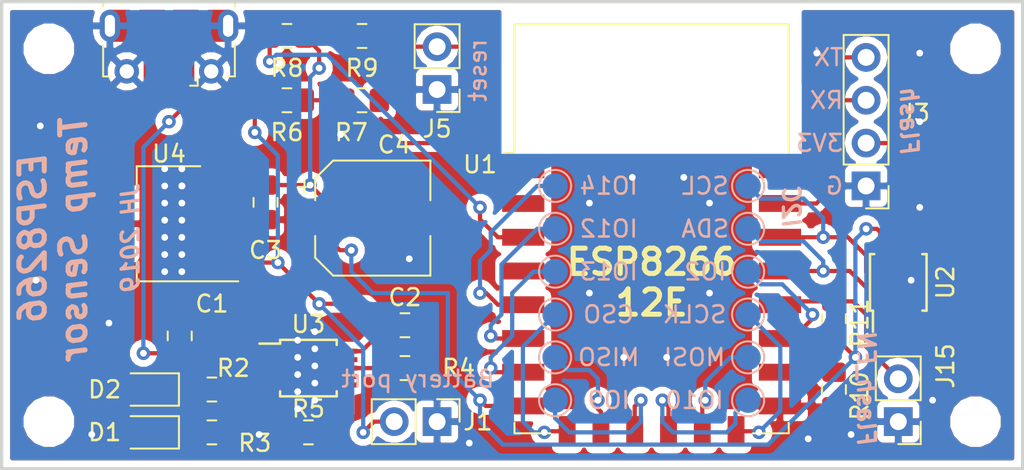
<source format=kicad_pcb>
(kicad_pcb (version 20171130) (host pcbnew "(5.0.0)")

  (general
    (thickness 1.6)
    (drawings 14)
    (tracks 298)
    (zones 0)
    (modules 41)
    (nets 40)
  )

  (page A4)
  (layers
    (0 F.Cu signal hide)
    (31 B.Cu signal hide)
    (32 B.Adhes user hide)
    (33 F.Adhes user hide)
    (34 B.Paste user hide)
    (35 F.Paste user hide)
    (36 B.SilkS user)
    (37 F.SilkS user)
    (38 B.Mask user hide)
    (39 F.Mask user hide)
    (40 Dwgs.User user hide)
    (41 Cmts.User user hide)
    (42 Eco1.User user hide)
    (43 Eco2.User user hide)
    (44 Edge.Cuts user)
    (45 Margin user hide)
    (46 B.CrtYd user)
    (47 F.CrtYd user)
    (48 B.Fab user)
    (49 F.Fab user)
  )

  (setup
    (last_trace_width 0.25)
    (trace_clearance 0.2)
    (zone_clearance 0.508)
    (zone_45_only no)
    (trace_min 0.2)
    (segment_width 0.2)
    (edge_width 0.2)
    (via_size 0.8)
    (via_drill 0.4)
    (via_min_size 0.4)
    (via_min_drill 0.3)
    (uvia_size 0.3)
    (uvia_drill 0.1)
    (uvias_allowed no)
    (uvia_min_size 0.2)
    (uvia_min_drill 0.1)
    (pcb_text_width 0.3)
    (pcb_text_size 1.5 1.5)
    (mod_edge_width 0.15)
    (mod_text_size 1 1)
    (mod_text_width 0.15)
    (pad_size 1.5 1.5)
    (pad_drill 0)
    (pad_to_mask_clearance 0)
    (solder_mask_min_width 0.25)
    (aux_axis_origin 0 0)
    (visible_elements 7FFFFFFF)
    (pcbplotparams
      (layerselection 0x01030_ffffffff)
      (usegerberextensions false)
      (usegerberattributes false)
      (usegerberadvancedattributes false)
      (creategerberjobfile false)
      (excludeedgelayer true)
      (linewidth 0.100000)
      (plotframeref false)
      (viasonmask false)
      (mode 1)
      (useauxorigin false)
      (hpglpennumber 1)
      (hpglpenspeed 20)
      (hpglpendiameter 15.000000)
      (psnegative false)
      (psa4output false)
      (plotreference true)
      (plotvalue true)
      (plotinvisibletext false)
      (padsonsilk false)
      (subtractmaskfromsilk false)
      (outputformat 1)
      (mirror false)
      (drillshape 0)
      (scaleselection 1)
      (outputdirectory "gerber/"))
  )

  (net 0 "")
  (net 1 Earth)
  (net 2 +5V)
  (net 3 +BATT)
  (net 4 +3V3)
  (net 5 "Net-(D1-Pad1)")
  (net 6 "Net-(D2-Pad1)")
  (net 7 "Net-(J2-Pad2)")
  (net 8 "Net-(J2-Pad4)")
  (net 9 "Net-(J2-Pad3)")
  (net 10 "Net-(J3-Pad3)")
  (net 11 "Net-(J3-Pad4)")
  (net 12 "Net-(J5-Pad2)")
  (net 13 "Net-(J6-Pad1)")
  (net 14 "Net-(J7-Pad1)")
  (net 15 "Net-(J8-Pad1)")
  (net 16 "Net-(J9-Pad1)")
  (net 17 "Net-(J10-Pad1)")
  (net 18 "Net-(J11-Pad1)")
  (net 19 "Net-(J12-Pad1)")
  (net 20 "Net-(J13-Pad1)")
  (net 21 "Net-(J14-Pad1)")
  (net 22 "Net-(J15-Pad2)")
  (net 23 "Net-(R2-Pad1)")
  (net 24 "Net-(R3-Pad1)")
  (net 25 "Net-(R4-Pad2)")
  (net 26 "Net-(R5-Pad2)")
  (net 27 "Net-(R6-Pad2)")
  (net 28 "Net-(R8-Pad1)")
  (net 29 "Net-(R10-Pad2)")
  (net 30 "Net-(U2-Pad3)")
  (net 31 "Net-(U2-Pad5)")
  (net 32 "Net-(U2-Pad6)")
  (net 33 "Net-(U2-Pad7)")
  (net 34 "Net-(U3-Pad2)")
  (net 35 "Net-(U3-Pad7)")
  (net 36 "Net-(U3-Pad9)")
  (net 37 "Net-(J16-Pad1)")
  (net 38 "Net-(J17-Pad1)")
  (net 39 "Net-(IO13-Pad1)")

  (net_class Default "This is the default net class."
    (clearance 0.2)
    (trace_width 0.25)
    (via_dia 0.8)
    (via_drill 0.4)
    (uvia_dia 0.3)
    (uvia_drill 0.1)
    (add_net +3V3)
    (add_net +5V)
    (add_net +BATT)
    (add_net Earth)
    (add_net "Net-(D1-Pad1)")
    (add_net "Net-(D2-Pad1)")
    (add_net "Net-(IO13-Pad1)")
    (add_net "Net-(J10-Pad1)")
    (add_net "Net-(J11-Pad1)")
    (add_net "Net-(J12-Pad1)")
    (add_net "Net-(J13-Pad1)")
    (add_net "Net-(J14-Pad1)")
    (add_net "Net-(J15-Pad2)")
    (add_net "Net-(J16-Pad1)")
    (add_net "Net-(J17-Pad1)")
    (add_net "Net-(J2-Pad2)")
    (add_net "Net-(J2-Pad3)")
    (add_net "Net-(J2-Pad4)")
    (add_net "Net-(J3-Pad3)")
    (add_net "Net-(J3-Pad4)")
    (add_net "Net-(J5-Pad2)")
    (add_net "Net-(J6-Pad1)")
    (add_net "Net-(J7-Pad1)")
    (add_net "Net-(J8-Pad1)")
    (add_net "Net-(J9-Pad1)")
    (add_net "Net-(R10-Pad2)")
    (add_net "Net-(R2-Pad1)")
    (add_net "Net-(R3-Pad1)")
    (add_net "Net-(R4-Pad2)")
    (add_net "Net-(R5-Pad2)")
    (add_net "Net-(R6-Pad2)")
    (add_net "Net-(R8-Pad1)")
    (add_net "Net-(U2-Pad3)")
    (add_net "Net-(U2-Pad5)")
    (add_net "Net-(U2-Pad6)")
    (add_net "Net-(U2-Pad7)")
    (add_net "Net-(U3-Pad2)")
    (add_net "Net-(U3-Pad7)")
    (add_net "Net-(U3-Pad9)")
  )

  (module MountingHole:MountingHole_2.2mm_M2 (layer F.Cu) (tedit 5C2F6667) (tstamp 5C3BA410)
    (at 79.248 87.63)
    (descr "Mounting Hole 2.2mm, no annular, M2")
    (tags "mounting hole 2.2mm no annular m2")
    (attr virtual)
    (fp_text reference REF** (at 0 -3.2) (layer F.Fab)
      (effects (font (size 1 1) (thickness 0.15)))
    )
    (fp_text value MountingHole_2.2mm_M2 (at 0 3.2) (layer F.Fab)
      (effects (font (size 1 1) (thickness 0.15)))
    )
    (fp_text user %R (at 0.3 0) (layer F.Fab)
      (effects (font (size 1 1) (thickness 0.15)))
    )
    (fp_circle (center 0 0) (end 2.2 0) (layer Cmts.User) (width 0.15))
    (fp_circle (center 0 0) (end 2.45 0) (layer F.CrtYd) (width 0.05))
    (pad 1 np_thru_hole circle (at 0 0) (size 2.2 2.2) (drill 2.2) (layers *.Cu *.Mask))
  )

  (module MountingHole:MountingHole_2.2mm_M2 (layer F.Cu) (tedit 5C2F667C) (tstamp 5C3BA402)
    (at 134.112 87.63)
    (descr "Mounting Hole 2.2mm, no annular, M2")
    (tags "mounting hole 2.2mm no annular m2")
    (attr virtual)
    (fp_text reference REF** (at 0 -3.2) (layer F.Fab)
      (effects (font (size 1 1) (thickness 0.15)))
    )
    (fp_text value MountingHole_2.2mm_M2 (at 0 3.2) (layer F.Fab)
      (effects (font (size 1 1) (thickness 0.15)))
    )
    (fp_circle (center 0 0) (end 2.45 0) (layer F.CrtYd) (width 0.05))
    (fp_circle (center 0 0) (end 2.2 0) (layer Cmts.User) (width 0.15))
    (fp_text user %R (at 0.3 0) (layer F.Fab)
      (effects (font (size 1 1) (thickness 0.15)))
    )
    (pad 1 np_thru_hole circle (at 0 0) (size 2.2 2.2) (drill 2.2) (layers *.Cu *.Mask))
  )

  (module MountingHole:MountingHole_2.2mm_M2 (layer F.Cu) (tedit 5C2F6678) (tstamp 5C3BA3F4)
    (at 134.112 65.532)
    (descr "Mounting Hole 2.2mm, no annular, M2")
    (tags "mounting hole 2.2mm no annular m2")
    (attr virtual)
    (fp_text reference REF** (at 0 -3.2) (layer F.Fab)
      (effects (font (size 1 1) (thickness 0.15)))
    )
    (fp_text value MountingHole_2.2mm_M2 (at 0 3.2) (layer F.Fab)
      (effects (font (size 1 1) (thickness 0.15)))
    )
    (fp_text user %R (at 0.3 0) (layer F.Fab)
      (effects (font (size 1 1) (thickness 0.15)))
    )
    (fp_circle (center 0 0) (end 2.2 0) (layer Cmts.User) (width 0.15))
    (fp_circle (center 0 0) (end 2.45 0) (layer F.CrtYd) (width 0.05))
    (pad 1 np_thru_hole circle (at 0 0) (size 2.2 2.2) (drill 2.2) (layers *.Cu *.Mask))
  )

  (module Package_TO_SOT_SMD:SOT-223-3_TabPin2 (layer F.Cu) (tedit 5A02FF57) (tstamp 5C2314FF)
    (at 86.36 75.901419 180)
    (descr "module CMS SOT223 4 pins")
    (tags "CMS SOT")
    (path /5B7FE0C1)
    (attr smd)
    (fp_text reference U4 (at 0 4.146419 180) (layer F.SilkS)
      (effects (font (size 1 1) (thickness 0.15)))
    )
    (fp_text value TC1262-33 (at 0 4.5 180) (layer F.Fab)
      (effects (font (size 1 1) (thickness 0.15)))
    )
    (fp_text user %R (at 0 0 270) (layer F.Fab)
      (effects (font (size 0.8 0.8) (thickness 0.12)))
    )
    (fp_line (start 1.91 3.41) (end 1.91 2.15) (layer F.SilkS) (width 0.12))
    (fp_line (start 1.91 -3.41) (end 1.91 -2.15) (layer F.SilkS) (width 0.12))
    (fp_line (start 4.4 -3.6) (end -4.4 -3.6) (layer F.CrtYd) (width 0.05))
    (fp_line (start 4.4 3.6) (end 4.4 -3.6) (layer F.CrtYd) (width 0.05))
    (fp_line (start -4.4 3.6) (end 4.4 3.6) (layer F.CrtYd) (width 0.05))
    (fp_line (start -4.4 -3.6) (end -4.4 3.6) (layer F.CrtYd) (width 0.05))
    (fp_line (start -1.85 -2.35) (end -0.85 -3.35) (layer F.Fab) (width 0.1))
    (fp_line (start -1.85 -2.35) (end -1.85 3.35) (layer F.Fab) (width 0.1))
    (fp_line (start -1.85 3.41) (end 1.91 3.41) (layer F.SilkS) (width 0.12))
    (fp_line (start -0.85 -3.35) (end 1.85 -3.35) (layer F.Fab) (width 0.1))
    (fp_line (start -4.1 -3.41) (end 1.91 -3.41) (layer F.SilkS) (width 0.12))
    (fp_line (start -1.85 3.35) (end 1.85 3.35) (layer F.Fab) (width 0.1))
    (fp_line (start 1.85 -3.35) (end 1.85 3.35) (layer F.Fab) (width 0.1))
    (pad 2 smd rect (at 3.15 0 180) (size 2 3.8) (layers F.Cu F.Paste F.Mask)
      (net 1 Earth))
    (pad 2 smd rect (at -3.15 0 180) (size 2 1.5) (layers F.Cu F.Paste F.Mask)
      (net 1 Earth))
    (pad 3 smd rect (at -3.15 2.3 180) (size 2 1.5) (layers F.Cu F.Paste F.Mask)
      (net 4 +3V3))
    (pad 1 smd rect (at -3.15 -2.3 180) (size 2 1.5) (layers F.Cu F.Paste F.Mask)
      (net 3 +BATT))
    (model ${KISYS3DMOD}/Package_TO_SOT_SMD.3dshapes/SOT-223.wrl
      (at (xyz 0 0 0))
      (scale (xyz 1 1 1))
      (rotate (xyz 0 0 0))
    )
  )

  (module TestPoint:TestPoint_Pad_D1.5mm (layer B.Cu) (tedit 5C2E9718) (tstamp 5C23A857)
    (at 120.65 76.2)
    (descr "SMD pad as test Point, diameter 1.5mm")
    (tags "test point SMD pad")
    (path /5C182D18)
    (attr virtual)
    (fp_text reference J16 (at 0 1.648) (layer B.Fab)
      (effects (font (size 1 1) (thickness 0.15)) (justify mirror))
    )
    (fp_text value SDA (at -2.54 0) (layer B.SilkS)
      (effects (font (size 1 1) (thickness 0.15)) (justify mirror))
    )
    (fp_circle (center 0 0) (end 0 -0.95) (layer B.SilkS) (width 0.12))
    (fp_circle (center 0 0) (end 1.25 0) (layer B.CrtYd) (width 0.05))
    (fp_text user %R (at 0 1.65) (layer B.Fab)
      (effects (font (size 1 1) (thickness 0.15)) (justify mirror))
    )
    (pad 1 smd circle (at 0 0) (size 1.5 1.5) (layers B.Cu B.Mask)
      (net 37 "Net-(J16-Pad1)"))
  )

  (module TestPoint:TestPoint_Pad_D1.5mm (layer B.Cu) (tedit 5C2E9839) (tstamp 5C23139A)
    (at 120.65 81.28)
    (descr "SMD pad as test Point, diameter 1.5mm")
    (tags "test point SMD pad")
    (path /5C23A29C)
    (attr virtual)
    (fp_text reference J11 (at 0 1.648) (layer B.Fab)
      (effects (font (size 1 1) (thickness 0.15)) (justify mirror))
    )
    (fp_text value SCLK (at -3.175 0) (layer B.SilkS)
      (effects (font (size 1 1) (thickness 0.15)) (justify mirror))
    )
    (fp_circle (center 0 0) (end 0 -0.95) (layer B.SilkS) (width 0.12))
    (fp_circle (center 0 0) (end 1.25 0) (layer B.CrtYd) (width 0.05))
    (fp_text user %R (at 0 1.65) (layer B.Fab)
      (effects (font (size 1 1) (thickness 0.15)) (justify mirror))
    )
    (pad 1 smd circle (at 0 0) (size 1.5 1.5) (layers B.Cu B.Mask)
      (net 18 "Net-(J11-Pad1)"))
  )

  (module TestPoint:TestPoint_Pad_D1.5mm (layer B.Cu) (tedit 5C2E97F3) (tstamp 5C231382)
    (at 109.22 86.36)
    (descr "SMD pad as test Point, diameter 1.5mm")
    (tags "test point SMD pad")
    (path /5C23A1A0)
    (attr virtual)
    (fp_text reference J8 (at 1.905 0) (layer B.Fab)
      (effects (font (size 1 1) (thickness 0.15)) (justify mirror))
    )
    (fp_text value IO9 (at 3.175 0) (layer B.SilkS)
      (effects (font (size 1 1) (thickness 0.15)) (justify mirror))
    )
    (fp_circle (center 0 0) (end 0 -0.95) (layer B.SilkS) (width 0.12))
    (fp_circle (center 0 0) (end 1.25 0) (layer B.CrtYd) (width 0.05))
    (fp_text user %R (at 1.905 0) (layer B.Fab)
      (effects (font (size 1 1) (thickness 0.15)) (justify mirror))
    )
    (pad 1 smd circle (at 0 0) (size 1.5 1.5) (layers B.Cu B.Mask)
      (net 15 "Net-(J8-Pad1)"))
  )

  (module TestPoint:TestPoint_Pad_D1.5mm (layer B.Cu) (tedit 5C16C169) (tstamp 5C231372)
    (at 109.22 81.28)
    (descr "SMD pad as test Point, diameter 1.5mm")
    (tags "test point SMD pad")
    (path /5C23283B)
    (attr virtual)
    (fp_text reference J6 (at 1.905 0) (layer B.Fab)
      (effects (font (size 1 1) (thickness 0.15)) (justify mirror))
    )
    (fp_text value CSO (at 3.175 0 180) (layer B.SilkS)
      (effects (font (size 1 1) (thickness 0.15)) (justify mirror))
    )
    (fp_circle (center 0 0) (end 0 -0.95) (layer B.SilkS) (width 0.12))
    (fp_circle (center 0 0) (end 1.25 0) (layer B.CrtYd) (width 0.05))
    (fp_text user %R (at 1.905 0) (layer B.Fab)
      (effects (font (size 1 1) (thickness 0.15)) (justify mirror))
    )
    (pad 1 smd circle (at 0 0) (size 1.5 1.5) (layers B.Cu B.Mask)
      (net 13 "Net-(J6-Pad1)"))
  )

  (module TestPoint:TestPoint_Pad_D1.5mm (layer B.Cu) (tedit 5C2E98BB) (tstamp 5C23138A)
    (at 120.65 86.36)
    (descr "SMD pad as test Point, diameter 1.5mm")
    (tags "test point SMD pad")
    (path /5C23A1F2)
    (attr virtual)
    (fp_text reference J9 (at -1.905 0) (layer B.Fab)
      (effects (font (size 1 1) (thickness 0.15)) (justify mirror))
    )
    (fp_text value IO10 (at -3.175 0 180) (layer B.SilkS)
      (effects (font (size 1 1) (thickness 0.15)) (justify mirror))
    )
    (fp_circle (center 0 0) (end 0 -0.95) (layer B.SilkS) (width 0.12))
    (fp_circle (center 0 0) (end 1.25 0) (layer B.CrtYd) (width 0.05))
    (fp_text user %R (at 0 1.65) (layer B.Fab)
      (effects (font (size 1 1) (thickness 0.15)) (justify mirror))
    )
    (pad 1 smd circle (at 0 0) (size 1.5 1.5) (layers B.Cu B.Mask)
      (net 16 "Net-(J9-Pad1)"))
  )

  (module TestPoint:TestPoint_Pad_D1.5mm (layer B.Cu) (tedit 5C2E98EC) (tstamp 5C2313B2)
    (at 120.65 78.74)
    (descr "SMD pad as test Point, diameter 1.5mm")
    (tags "test point SMD pad")
    (path /5C2014B0)
    (attr virtual)
    (fp_text reference J14 (at 0 1.648) (layer B.Fab)
      (effects (font (size 1 1) (thickness 0.15)) (justify mirror))
    )
    (fp_text value IO2 (at -2.54 0 180) (layer B.SilkS)
      (effects (font (size 1 1) (thickness 0.15)) (justify mirror))
    )
    (fp_text user %R (at 0 1.65) (layer B.Fab)
      (effects (font (size 1 1) (thickness 0.15)) (justify mirror))
    )
    (fp_circle (center 0 0) (end 1.25 0) (layer B.CrtYd) (width 0.05))
    (fp_circle (center 0 0) (end 0 -0.95) (layer B.SilkS) (width 0.12))
    (pad 1 smd circle (at 0 0) (size 1.5 1.5) (layers B.Cu B.Mask)
      (net 21 "Net-(J14-Pad1)"))
  )

  (module TestPoint:TestPoint_Pad_D1.5mm (layer B.Cu) (tedit 5C2E96E0) (tstamp 5C23137A)
    (at 109.22 83.82)
    (descr "SMD pad as test Point, diameter 1.5mm")
    (tags "test point SMD pad")
    (path /5C23A140)
    (attr virtual)
    (fp_text reference J7 (at 1.905 0.635) (layer B.Fab)
      (effects (font (size 1 1) (thickness 0.15)) (justify mirror))
    )
    (fp_text value MISO (at 3.175 0 180) (layer B.SilkS)
      (effects (font (size 1 1) (thickness 0.15)) (justify mirror))
    )
    (fp_circle (center 0 0) (end 0 -0.95) (layer B.SilkS) (width 0.12))
    (fp_circle (center 0 0) (end 1.25 0) (layer B.CrtYd) (width 0.05))
    (fp_text user %R (at 1.905 0.635) (layer B.Fab)
      (effects (font (size 1 1) (thickness 0.15)) (justify mirror))
    )
    (pad 1 smd circle (at 0 0) (size 1.5 1.5) (layers B.Cu B.Mask)
      (net 14 "Net-(J7-Pad1)"))
  )

  (module TestPoint:TestPoint_Pad_D1.5mm (layer B.Cu) (tedit 5C2E98C7) (tstamp 5C231392)
    (at 120.65 83.82)
    (descr "SMD pad as test Point, diameter 1.5mm")
    (tags "test point SMD pad")
    (path /5C23A246)
    (attr virtual)
    (fp_text reference J10 (at -1.905 0) (layer B.Fab)
      (effects (font (size 1 1) (thickness 0.15)) (justify mirror))
    )
    (fp_text value MOSI (at -3.175 0) (layer B.SilkS)
      (effects (font (size 1 1) (thickness 0.15)) (justify mirror))
    )
    (fp_circle (center 0 0) (end 0 -0.95) (layer B.SilkS) (width 0.12))
    (fp_circle (center 0 0) (end 1.25 0) (layer B.CrtYd) (width 0.05))
    (fp_text user %R (at -1.905 0) (layer B.Fab)
      (effects (font (size 1 1) (thickness 0.15)) (justify mirror))
    )
    (pad 1 smd circle (at 0 0) (size 1.5 1.5) (layers B.Cu B.Mask)
      (net 17 "Net-(J10-Pad1)"))
  )

  (module TestPoint:TestPoint_Pad_D1.5mm (layer B.Cu) (tedit 5C2E930E) (tstamp 5C2313A2)
    (at 109.22 73.66)
    (descr "SMD pad as test Point, diameter 1.5mm")
    (tags "test point SMD pad")
    (path /5C15C766)
    (attr virtual)
    (fp_text reference J12 (at 2.54 0) (layer B.Fab)
      (effects (font (size 1 1) (thickness 0.15)) (justify mirror))
    )
    (fp_text value IO14 (at 3.175 0) (layer B.SilkS)
      (effects (font (size 1 1) (thickness 0.15)) (justify mirror))
    )
    (fp_circle (center 0 0) (end 0 -0.95) (layer B.SilkS) (width 0.12))
    (fp_circle (center 0 0) (end 1.25 0) (layer B.CrtYd) (width 0.05))
    (fp_text user %R (at 2.54 0) (layer B.Fab)
      (effects (font (size 1 1) (thickness 0.15)) (justify mirror))
    )
    (pad 1 smd circle (at 0 0) (size 1.5 1.5) (layers B.Cu B.Mask)
      (net 19 "Net-(J12-Pad1)"))
  )

  (module TestPoint:TestPoint_Pad_D1.5mm (layer B.Cu) (tedit 5C2E95D6) (tstamp 5C2313AA)
    (at 109.22 76.2)
    (descr "SMD pad as test Point, diameter 1.5mm")
    (tags "test point SMD pad")
    (path /5C15C7F2)
    (attr virtual)
    (fp_text reference J13 (at 2.54 0) (layer B.Fab)
      (effects (font (size 1 1) (thickness 0.15)) (justify mirror))
    )
    (fp_text value IO12 (at 3.175 0) (layer B.SilkS)
      (effects (font (size 1 1) (thickness 0.15)) (justify mirror))
    )
    (fp_circle (center 0 0) (end 0 -0.95) (layer B.SilkS) (width 0.12))
    (fp_circle (center 0 0) (end 1.25 0) (layer B.CrtYd) (width 0.05))
    (fp_text user %R (at 2.54 0) (layer B.Fab)
      (effects (font (size 1 1) (thickness 0.15)) (justify mirror))
    )
    (pad 1 smd circle (at 0 0) (size 1.5 1.5) (layers B.Cu B.Mask)
      (net 20 "Net-(J13-Pad1)"))
  )

  (module Capacitor_SMD:CP_Elec_6.3x9.9 (layer F.Cu) (tedit 5A841F9D) (tstamp 5C2312CF)
    (at 98.425 75.565)
    (descr "SMT capacitor, aluminium electrolytic, 6.3x9.9, Panasonic C10 ")
    (tags "Capacitor Electrolytic")
    (path /5C0C0AF8)
    (attr smd)
    (fp_text reference C4 (at 1.27 -4.35) (layer F.SilkS)
      (effects (font (size 1 1) (thickness 0.15)))
    )
    (fp_text value 330uF (at 0 4.35) (layer F.Fab)
      (effects (font (size 1 1) (thickness 0.15)))
    )
    (fp_circle (center 0 0) (end 3.15 0) (layer F.Fab) (width 0.1))
    (fp_line (start 3.3 -3.3) (end 3.3 3.3) (layer F.Fab) (width 0.1))
    (fp_line (start -2.3 -3.3) (end 3.3 -3.3) (layer F.Fab) (width 0.1))
    (fp_line (start -2.3 3.3) (end 3.3 3.3) (layer F.Fab) (width 0.1))
    (fp_line (start -3.3 -2.3) (end -3.3 2.3) (layer F.Fab) (width 0.1))
    (fp_line (start -3.3 -2.3) (end -2.3 -3.3) (layer F.Fab) (width 0.1))
    (fp_line (start -3.3 2.3) (end -2.3 3.3) (layer F.Fab) (width 0.1))
    (fp_line (start -2.704838 -1.33) (end -2.074838 -1.33) (layer F.Fab) (width 0.1))
    (fp_line (start -2.389838 -1.645) (end -2.389838 -1.015) (layer F.Fab) (width 0.1))
    (fp_line (start 3.41 3.41) (end 3.41 1.06) (layer F.SilkS) (width 0.12))
    (fp_line (start 3.41 -3.41) (end 3.41 -1.06) (layer F.SilkS) (width 0.12))
    (fp_line (start -2.345563 -3.41) (end 3.41 -3.41) (layer F.SilkS) (width 0.12))
    (fp_line (start -2.345563 3.41) (end 3.41 3.41) (layer F.SilkS) (width 0.12))
    (fp_line (start -3.41 2.345563) (end -3.41 1.06) (layer F.SilkS) (width 0.12))
    (fp_line (start -3.41 -2.345563) (end -3.41 -1.06) (layer F.SilkS) (width 0.12))
    (fp_line (start -3.41 -2.345563) (end -2.345563 -3.41) (layer F.SilkS) (width 0.12))
    (fp_line (start -3.41 2.345563) (end -2.345563 3.41) (layer F.SilkS) (width 0.12))
    (fp_line (start -4.4375 -1.8475) (end -3.65 -1.8475) (layer F.SilkS) (width 0.12))
    (fp_line (start -4.04375 -2.24125) (end -4.04375 -1.45375) (layer F.SilkS) (width 0.12))
    (fp_line (start 3.55 -3.55) (end 3.55 -1.05) (layer F.CrtYd) (width 0.05))
    (fp_line (start 3.55 -1.05) (end 4.8 -1.05) (layer F.CrtYd) (width 0.05))
    (fp_line (start 4.8 -1.05) (end 4.8 1.05) (layer F.CrtYd) (width 0.05))
    (fp_line (start 4.8 1.05) (end 3.55 1.05) (layer F.CrtYd) (width 0.05))
    (fp_line (start 3.55 1.05) (end 3.55 3.55) (layer F.CrtYd) (width 0.05))
    (fp_line (start -2.4 3.55) (end 3.55 3.55) (layer F.CrtYd) (width 0.05))
    (fp_line (start -2.4 -3.55) (end 3.55 -3.55) (layer F.CrtYd) (width 0.05))
    (fp_line (start -3.55 2.4) (end -2.4 3.55) (layer F.CrtYd) (width 0.05))
    (fp_line (start -3.55 -2.4) (end -2.4 -3.55) (layer F.CrtYd) (width 0.05))
    (fp_line (start -3.55 -2.4) (end -3.55 -1.05) (layer F.CrtYd) (width 0.05))
    (fp_line (start -3.55 1.05) (end -3.55 2.4) (layer F.CrtYd) (width 0.05))
    (fp_line (start -3.55 -1.05) (end -4.8 -1.05) (layer F.CrtYd) (width 0.05))
    (fp_line (start -4.8 -1.05) (end -4.8 1.05) (layer F.CrtYd) (width 0.05))
    (fp_line (start -4.8 1.05) (end -3.55 1.05) (layer F.CrtYd) (width 0.05))
    (fp_text user %R (at 0 0) (layer F.Fab)
      (effects (font (size 1 1) (thickness 0.15)))
    )
    (pad 1 smd rect (at -2.8 0) (size 3.5 1.6) (layers F.Cu F.Paste F.Mask)
      (net 4 +3V3))
    (pad 2 smd rect (at 2.8 0) (size 3.5 1.6) (layers F.Cu F.Paste F.Mask)
      (net 1 Earth))
    (model ${KISYS3DMOD}/Capacitor_SMD.3dshapes/CP_Elec_6.3x9.9.wrl
      (at (xyz 0 0 0))
      (scale (xyz 1 1 1))
      (rotate (xyz 0 0 0))
    )
  )

  (module Capacitor_SMD:C_0805_2012Metric_Pad1.15x1.40mm_HandSolder (layer F.Cu) (tedit 5B36C52B) (tstamp 5C231285)
    (at 86.995 82.55 90)
    (descr "Capacitor SMD 0805 (2012 Metric), square (rectangular) end terminal, IPC_7351 nominal with elongated pad for handsoldering. (Body size source: https://docs.google.com/spreadsheets/d/1BsfQQcO9C6DZCsRaXUlFlo91Tg2WpOkGARC1WS5S8t0/edit?usp=sharing), generated with kicad-footprint-generator")
    (tags "capacitor handsolder")
    (path /5B74D129)
    (attr smd)
    (fp_text reference C1 (at 1.905 1.905 180) (layer F.SilkS)
      (effects (font (size 1 1) (thickness 0.15)))
    )
    (fp_text value 1uF (at 0 1.65 90) (layer F.Fab)
      (effects (font (size 1 1) (thickness 0.15)))
    )
    (fp_text user %R (at 0 0 90) (layer F.Fab)
      (effects (font (size 0.5 0.5) (thickness 0.08)))
    )
    (fp_line (start 1.85 0.95) (end -1.85 0.95) (layer F.CrtYd) (width 0.05))
    (fp_line (start 1.85 -0.95) (end 1.85 0.95) (layer F.CrtYd) (width 0.05))
    (fp_line (start -1.85 -0.95) (end 1.85 -0.95) (layer F.CrtYd) (width 0.05))
    (fp_line (start -1.85 0.95) (end -1.85 -0.95) (layer F.CrtYd) (width 0.05))
    (fp_line (start -0.261252 0.71) (end 0.261252 0.71) (layer F.SilkS) (width 0.12))
    (fp_line (start -0.261252 -0.71) (end 0.261252 -0.71) (layer F.SilkS) (width 0.12))
    (fp_line (start 1 0.6) (end -1 0.6) (layer F.Fab) (width 0.1))
    (fp_line (start 1 -0.6) (end 1 0.6) (layer F.Fab) (width 0.1))
    (fp_line (start -1 -0.6) (end 1 -0.6) (layer F.Fab) (width 0.1))
    (fp_line (start -1 0.6) (end -1 -0.6) (layer F.Fab) (width 0.1))
    (pad 2 smd roundrect (at 1.025 0 90) (size 1.15 1.4) (layers F.Cu F.Paste F.Mask) (roundrect_rratio 0.217391)
      (net 1 Earth))
    (pad 1 smd roundrect (at -1.025 0 90) (size 1.15 1.4) (layers F.Cu F.Paste F.Mask) (roundrect_rratio 0.217391)
      (net 2 +5V))
    (model ${KISYS3DMOD}/Capacitor_SMD.3dshapes/C_0805_2012Metric.wrl
      (at (xyz 0 0 0))
      (scale (xyz 1 1 1))
      (rotate (xyz 0 0 0))
    )
  )

  (module Capacitor_SMD:C_0805_2012Metric_Pad1.15x1.40mm_HandSolder (layer F.Cu) (tedit 5B36C52B) (tstamp 5C231296)
    (at 100.33 81.915)
    (descr "Capacitor SMD 0805 (2012 Metric), square (rectangular) end terminal, IPC_7351 nominal with elongated pad for handsoldering. (Body size source: https://docs.google.com/spreadsheets/d/1BsfQQcO9C6DZCsRaXUlFlo91Tg2WpOkGARC1WS5S8t0/edit?usp=sharing), generated with kicad-footprint-generator")
    (tags "capacitor handsolder")
    (path /5B751957)
    (attr smd)
    (fp_text reference C2 (at 0 -1.65) (layer F.SilkS)
      (effects (font (size 1 1) (thickness 0.15)))
    )
    (fp_text value 100uF (at 0 1.65) (layer F.Fab)
      (effects (font (size 1 1) (thickness 0.15)))
    )
    (fp_line (start -1 0.6) (end -1 -0.6) (layer F.Fab) (width 0.1))
    (fp_line (start -1 -0.6) (end 1 -0.6) (layer F.Fab) (width 0.1))
    (fp_line (start 1 -0.6) (end 1 0.6) (layer F.Fab) (width 0.1))
    (fp_line (start 1 0.6) (end -1 0.6) (layer F.Fab) (width 0.1))
    (fp_line (start -0.261252 -0.71) (end 0.261252 -0.71) (layer F.SilkS) (width 0.12))
    (fp_line (start -0.261252 0.71) (end 0.261252 0.71) (layer F.SilkS) (width 0.12))
    (fp_line (start -1.85 0.95) (end -1.85 -0.95) (layer F.CrtYd) (width 0.05))
    (fp_line (start -1.85 -0.95) (end 1.85 -0.95) (layer F.CrtYd) (width 0.05))
    (fp_line (start 1.85 -0.95) (end 1.85 0.95) (layer F.CrtYd) (width 0.05))
    (fp_line (start 1.85 0.95) (end -1.85 0.95) (layer F.CrtYd) (width 0.05))
    (fp_text user %R (at 0 0) (layer F.Fab)
      (effects (font (size 0.5 0.5) (thickness 0.08)))
    )
    (pad 1 smd roundrect (at -1.025 0) (size 1.15 1.4) (layers F.Cu F.Paste F.Mask) (roundrect_rratio 0.217391)
      (net 3 +BATT))
    (pad 2 smd roundrect (at 1.025 0) (size 1.15 1.4) (layers F.Cu F.Paste F.Mask) (roundrect_rratio 0.217391)
      (net 1 Earth))
    (model ${KISYS3DMOD}/Capacitor_SMD.3dshapes/C_0805_2012Metric.wrl
      (at (xyz 0 0 0))
      (scale (xyz 1 1 1))
      (rotate (xyz 0 0 0))
    )
  )

  (module Capacitor_SMD:C_0805_2012Metric_Pad1.15x1.40mm_HandSolder (layer F.Cu) (tedit 5B36C52B) (tstamp 5C2312A7)
    (at 92.075 74.631419 270)
    (descr "Capacitor SMD 0805 (2012 Metric), square (rectangular) end terminal, IPC_7351 nominal with elongated pad for handsoldering. (Body size source: https://docs.google.com/spreadsheets/d/1BsfQQcO9C6DZCsRaXUlFlo91Tg2WpOkGARC1WS5S8t0/edit?usp=sharing), generated with kicad-footprint-generator")
    (tags "capacitor handsolder")
    (path /5B7E2FBC)
    (attr smd)
    (fp_text reference C3 (at 2.838581 0) (layer F.SilkS)
      (effects (font (size 1 1) (thickness 0.15)))
    )
    (fp_text value 1uF (at 0 1.65 270) (layer F.Fab)
      (effects (font (size 1 1) (thickness 0.15)))
    )
    (fp_line (start -1 0.6) (end -1 -0.6) (layer F.Fab) (width 0.1))
    (fp_line (start -1 -0.6) (end 1 -0.6) (layer F.Fab) (width 0.1))
    (fp_line (start 1 -0.6) (end 1 0.6) (layer F.Fab) (width 0.1))
    (fp_line (start 1 0.6) (end -1 0.6) (layer F.Fab) (width 0.1))
    (fp_line (start -0.261252 -0.71) (end 0.261252 -0.71) (layer F.SilkS) (width 0.12))
    (fp_line (start -0.261252 0.71) (end 0.261252 0.71) (layer F.SilkS) (width 0.12))
    (fp_line (start -1.85 0.95) (end -1.85 -0.95) (layer F.CrtYd) (width 0.05))
    (fp_line (start -1.85 -0.95) (end 1.85 -0.95) (layer F.CrtYd) (width 0.05))
    (fp_line (start 1.85 -0.95) (end 1.85 0.95) (layer F.CrtYd) (width 0.05))
    (fp_line (start 1.85 0.95) (end -1.85 0.95) (layer F.CrtYd) (width 0.05))
    (fp_text user %R (at 0 0 270) (layer F.Fab)
      (effects (font (size 0.5 0.5) (thickness 0.08)))
    )
    (pad 1 smd roundrect (at -1.025 0 270) (size 1.15 1.4) (layers F.Cu F.Paste F.Mask) (roundrect_rratio 0.217391)
      (net 4 +3V3))
    (pad 2 smd roundrect (at 1.025 0 270) (size 1.15 1.4) (layers F.Cu F.Paste F.Mask) (roundrect_rratio 0.217391)
      (net 1 Earth))
    (model ${KISYS3DMOD}/Capacitor_SMD.3dshapes/C_0805_2012Metric.wrl
      (at (xyz 0 0 0))
      (scale (xyz 1 1 1))
      (rotate (xyz 0 0 0))
    )
  )

  (module LED_SMD:LED_0805_2012Metric_Pad1.15x1.40mm_HandSolder (layer F.Cu) (tedit 5B4B45C9) (tstamp 5C2312E2)
    (at 85.09 88.265 180)
    (descr "LED SMD 0805 (2012 Metric), square (rectangular) end terminal, IPC_7351 nominal, (Body size source: https://docs.google.com/spreadsheets/d/1BsfQQcO9C6DZCsRaXUlFlo91Tg2WpOkGARC1WS5S8t0/edit?usp=sharing), generated with kicad-footprint-generator")
    (tags "LED handsolder")
    (path /5B7C1CCF)
    (attr smd)
    (fp_text reference D1 (at 2.54 0 180) (layer F.SilkS)
      (effects (font (size 1 1) (thickness 0.15)))
    )
    (fp_text value S2 (at 0 1.65 180) (layer F.Fab)
      (effects (font (size 1 1) (thickness 0.15)))
    )
    (fp_text user %R (at 0 0 180) (layer F.Fab)
      (effects (font (size 0.5 0.5) (thickness 0.08)))
    )
    (fp_line (start 1.85 0.95) (end -1.85 0.95) (layer F.CrtYd) (width 0.05))
    (fp_line (start 1.85 -0.95) (end 1.85 0.95) (layer F.CrtYd) (width 0.05))
    (fp_line (start -1.85 -0.95) (end 1.85 -0.95) (layer F.CrtYd) (width 0.05))
    (fp_line (start -1.85 0.95) (end -1.85 -0.95) (layer F.CrtYd) (width 0.05))
    (fp_line (start -1.86 0.96) (end 1 0.96) (layer F.SilkS) (width 0.12))
    (fp_line (start -1.86 -0.96) (end -1.86 0.96) (layer F.SilkS) (width 0.12))
    (fp_line (start 1 -0.96) (end -1.86 -0.96) (layer F.SilkS) (width 0.12))
    (fp_line (start 1 0.6) (end 1 -0.6) (layer F.Fab) (width 0.1))
    (fp_line (start -1 0.6) (end 1 0.6) (layer F.Fab) (width 0.1))
    (fp_line (start -1 -0.3) (end -1 0.6) (layer F.Fab) (width 0.1))
    (fp_line (start -0.7 -0.6) (end -1 -0.3) (layer F.Fab) (width 0.1))
    (fp_line (start 1 -0.6) (end -0.7 -0.6) (layer F.Fab) (width 0.1))
    (pad 2 smd roundrect (at 1.025 0 180) (size 1.15 1.4) (layers F.Cu F.Paste F.Mask) (roundrect_rratio 0.217391)
      (net 2 +5V))
    (pad 1 smd roundrect (at -1.025 0 180) (size 1.15 1.4) (layers F.Cu F.Paste F.Mask) (roundrect_rratio 0.217391)
      (net 5 "Net-(D1-Pad1)"))
    (model ${KISYS3DMOD}/LED_SMD.3dshapes/LED_0805_2012Metric.wrl
      (at (xyz 0 0 0))
      (scale (xyz 1 1 1))
      (rotate (xyz 0 0 0))
    )
  )

  (module LED_SMD:LED_0805_2012Metric_Pad1.15x1.40mm_HandSolder (layer F.Cu) (tedit 5B4B45C9) (tstamp 5C2312F5)
    (at 85.09 85.725 180)
    (descr "LED SMD 0805 (2012 Metric), square (rectangular) end terminal, IPC_7351 nominal, (Body size source: https://docs.google.com/spreadsheets/d/1BsfQQcO9C6DZCsRaXUlFlo91Tg2WpOkGARC1WS5S8t0/edit?usp=sharing), generated with kicad-footprint-generator")
    (tags "LED handsolder")
    (path /5B7C27EF)
    (attr smd)
    (fp_text reference D2 (at 2.54 0 180) (layer F.SilkS)
      (effects (font (size 1 1) (thickness 0.15)))
    )
    (fp_text value S1 (at 0 1.65 180) (layer F.Fab)
      (effects (font (size 1 1) (thickness 0.15)))
    )
    (fp_line (start 1 -0.6) (end -0.7 -0.6) (layer F.Fab) (width 0.1))
    (fp_line (start -0.7 -0.6) (end -1 -0.3) (layer F.Fab) (width 0.1))
    (fp_line (start -1 -0.3) (end -1 0.6) (layer F.Fab) (width 0.1))
    (fp_line (start -1 0.6) (end 1 0.6) (layer F.Fab) (width 0.1))
    (fp_line (start 1 0.6) (end 1 -0.6) (layer F.Fab) (width 0.1))
    (fp_line (start 1 -0.96) (end -1.86 -0.96) (layer F.SilkS) (width 0.12))
    (fp_line (start -1.86 -0.96) (end -1.86 0.96) (layer F.SilkS) (width 0.12))
    (fp_line (start -1.86 0.96) (end 1 0.96) (layer F.SilkS) (width 0.12))
    (fp_line (start -1.85 0.95) (end -1.85 -0.95) (layer F.CrtYd) (width 0.05))
    (fp_line (start -1.85 -0.95) (end 1.85 -0.95) (layer F.CrtYd) (width 0.05))
    (fp_line (start 1.85 -0.95) (end 1.85 0.95) (layer F.CrtYd) (width 0.05))
    (fp_line (start 1.85 0.95) (end -1.85 0.95) (layer F.CrtYd) (width 0.05))
    (fp_text user %R (at 0 0 180) (layer F.Fab)
      (effects (font (size 0.5 0.5) (thickness 0.08)))
    )
    (pad 1 smd roundrect (at -1.025 0 180) (size 1.15 1.4) (layers F.Cu F.Paste F.Mask) (roundrect_rratio 0.217391)
      (net 6 "Net-(D2-Pad1)"))
    (pad 2 smd roundrect (at 1.025 0 180) (size 1.15 1.4) (layers F.Cu F.Paste F.Mask) (roundrect_rratio 0.217391)
      (net 2 +5V))
    (model ${KISYS3DMOD}/LED_SMD.3dshapes/LED_0805_2012Metric.wrl
      (at (xyz 0 0 0))
      (scale (xyz 1 1 1))
      (rotate (xyz 0 0 0))
    )
  )

  (module Connector_PinHeader_2.54mm:PinHeader_1x02_P2.54mm_Vertical (layer F.Cu) (tedit 5C2F66B0) (tstamp 5C23130B)
    (at 102.235 87.63 270)
    (descr "Through hole straight pin header, 1x02, 2.54mm pitch, single row")
    (tags "Through hole pin header THT 1x02 2.54mm single row")
    (path /5B750D68)
    (fp_text reference J1 (at 0 -2.413) (layer F.SilkS)
      (effects (font (size 1 1) (thickness 0.15)))
    )
    (fp_text value "Battery port" (at -2.54 1.143) (layer B.SilkS)
      (effects (font (size 1 1) (thickness 0.15)) (justify mirror))
    )
    (fp_line (start -0.635 -1.27) (end 1.27 -1.27) (layer F.Fab) (width 0.1))
    (fp_line (start 1.27 -1.27) (end 1.27 3.81) (layer F.Fab) (width 0.1))
    (fp_line (start 1.27 3.81) (end -1.27 3.81) (layer F.Fab) (width 0.1))
    (fp_line (start -1.27 3.81) (end -1.27 -0.635) (layer F.Fab) (width 0.1))
    (fp_line (start -1.27 -0.635) (end -0.635 -1.27) (layer F.Fab) (width 0.1))
    (fp_line (start -1.33 3.87) (end 1.33 3.87) (layer F.SilkS) (width 0.12))
    (fp_line (start -1.33 1.27) (end -1.33 3.87) (layer F.SilkS) (width 0.12))
    (fp_line (start 1.33 1.27) (end 1.33 3.87) (layer F.SilkS) (width 0.12))
    (fp_line (start -1.33 1.27) (end 1.33 1.27) (layer F.SilkS) (width 0.12))
    (fp_line (start -1.33 0) (end -1.33 -1.33) (layer F.SilkS) (width 0.12))
    (fp_line (start -1.33 -1.33) (end 0 -1.33) (layer F.SilkS) (width 0.12))
    (fp_line (start -1.8 -1.8) (end -1.8 4.35) (layer F.CrtYd) (width 0.05))
    (fp_line (start -1.8 4.35) (end 1.8 4.35) (layer F.CrtYd) (width 0.05))
    (fp_line (start 1.8 4.35) (end 1.8 -1.8) (layer F.CrtYd) (width 0.05))
    (fp_line (start 1.8 -1.8) (end -1.8 -1.8) (layer F.CrtYd) (width 0.05))
    (fp_text user %R (at 0 1.27) (layer F.Fab)
      (effects (font (size 1 1) (thickness 0.15)))
    )
    (pad 1 thru_hole rect (at 0 0 270) (size 1.7 1.7) (drill 1) (layers *.Cu *.Mask)
      (net 1 Earth))
    (pad 2 thru_hole oval (at 0 2.54 270) (size 1.7 1.7) (drill 1) (layers *.Cu *.Mask)
      (net 3 +BATT))
    (model ${KISYS3DMOD}/Connector_PinHeader_2.54mm.3dshapes/PinHeader_1x02_P2.54mm_Vertical.wrl
      (at (xyz 0 0 0))
      (scale (xyz 1 1 1))
      (rotate (xyz 0 0 0))
    )
  )

  (module Connector_USB:USB_Micro-B_Molex-105017-0001 (layer F.Cu) (tedit 5C2EAB83) (tstamp 5C231334)
    (at 86.36 65.405 180)
    (descr http://www.molex.com/pdm_docs/sd/1050170001_sd.pdf)
    (tags "Micro-USB SMD Typ-B")
    (path /5B74B0CF)
    (attr smd)
    (fp_text reference J2 (at 0 -3.1125 180) (layer F.Fab)
      (effects (font (size 1 1) (thickness 0.15)))
    )
    (fp_text value USB_B_Micro (at 0.3 4.3375 180) (layer F.Fab)
      (effects (font (size 1 1) (thickness 0.15)))
    )
    (fp_text user "PCB Edge" (at 0 2.6875 180) (layer Dwgs.User)
      (effects (font (size 0.5 0.5) (thickness 0.08)))
    )
    (fp_text user %R (at 0 0.8875 180) (layer F.Fab)
      (effects (font (size 1 1) (thickness 0.15)))
    )
    (fp_line (start -4.4 3.64) (end 4.4 3.64) (layer F.CrtYd) (width 0.05))
    (fp_line (start 4.4 -2.46) (end 4.4 3.64) (layer F.CrtYd) (width 0.05))
    (fp_line (start -4.4 -2.46) (end 4.4 -2.46) (layer F.CrtYd) (width 0.05))
    (fp_line (start -4.4 3.64) (end -4.4 -2.46) (layer F.CrtYd) (width 0.05))
    (fp_line (start -3.9 -1.7625) (end -3.45 -1.7625) (layer F.SilkS) (width 0.12))
    (fp_line (start -3.9 0.0875) (end -3.9 -1.7625) (layer F.SilkS) (width 0.12))
    (fp_line (start 3.9 2.6375) (end 3.9 2.3875) (layer F.SilkS) (width 0.12))
    (fp_line (start 3.75 3.3875) (end 3.75 -1.6125) (layer F.Fab) (width 0.1))
    (fp_line (start -3 2.689204) (end 3 2.689204) (layer F.Fab) (width 0.1))
    (fp_line (start -3.75 3.389204) (end 3.75 3.389204) (layer F.Fab) (width 0.1))
    (fp_line (start -3.75 -1.6125) (end 3.75 -1.6125) (layer F.Fab) (width 0.1))
    (fp_line (start -3.75 3.3875) (end -3.75 -1.6125) (layer F.Fab) (width 0.1))
    (fp_line (start -3.9 2.6375) (end -3.9 2.3875) (layer F.SilkS) (width 0.12))
    (fp_line (start 3.9 0.0875) (end 3.9 -1.7625) (layer F.SilkS) (width 0.12))
    (fp_line (start 3.9 -1.7625) (end 3.45 -1.7625) (layer F.SilkS) (width 0.12))
    (fp_line (start -1.7 -2.3125) (end -1.25 -2.3125) (layer F.SilkS) (width 0.12))
    (fp_line (start -1.7 -2.3125) (end -1.7 -1.8625) (layer F.SilkS) (width 0.12))
    (fp_line (start -1.3 -1.7125) (end -1.5 -1.9125) (layer F.Fab) (width 0.1))
    (fp_line (start -1.1 -1.9125) (end -1.3 -1.7125) (layer F.Fab) (width 0.1))
    (fp_line (start -1.5 -2.1225) (end -1.1 -2.1225) (layer F.Fab) (width 0.1))
    (fp_line (start -1.5 -2.1225) (end -1.5 -1.9125) (layer F.Fab) (width 0.1))
    (fp_line (start -1.1 -2.1225) (end -1.1 -1.9125) (layer F.Fab) (width 0.1))
    (pad 6 smd rect (at 1 1.2375 180) (size 1.5 1.9) (layers F.Cu F.Paste F.Mask)
      (net 1 Earth))
    (pad 6 thru_hole circle (at -2.5 -1.4625 180) (size 1.45 1.45) (drill 0.85) (layers *.Cu *.Mask)
      (net 1 Earth))
    (pad 2 smd rect (at -0.65 -1.4625 180) (size 0.4 1.35) (layers F.Cu F.Paste F.Mask)
      (net 7 "Net-(J2-Pad2)"))
    (pad 1 smd rect (at -1.3 -1.4625 180) (size 0.4 1.35) (layers F.Cu F.Paste F.Mask)
      (net 2 +5V))
    (pad 5 smd rect (at 1.3 -1.4625 180) (size 0.4 1.35) (layers F.Cu F.Paste F.Mask)
      (net 1 Earth))
    (pad 4 smd rect (at 0.65 -1.4625 180) (size 0.4 1.35) (layers F.Cu F.Paste F.Mask)
      (net 8 "Net-(J2-Pad4)"))
    (pad 3 smd rect (at 0 -1.4625 180) (size 0.4 1.35) (layers F.Cu F.Paste F.Mask)
      (net 9 "Net-(J2-Pad3)"))
    (pad 6 thru_hole circle (at 2.5 -1.4625 180) (size 1.45 1.45) (drill 0.85) (layers *.Cu *.Mask)
      (net 1 Earth))
    (pad 6 smd rect (at -1 1.2375 180) (size 1.5 1.9) (layers F.Cu F.Paste F.Mask)
      (net 1 Earth))
    (pad 6 thru_hole oval (at -3.5 1.2375) (size 1.2 1.9) (drill oval 0.6 1.3) (layers *.Cu *.Mask)
      (net 1 Earth))
    (pad 6 thru_hole oval (at 3.5 1.2375 180) (size 1.2 1.9) (drill oval 0.6 1.3) (layers *.Cu *.Mask)
      (net 1 Earth))
    (pad 6 smd rect (at 2.9 1.2375 180) (size 1.2 1.9) (layers F.Cu F.Mask)
      (net 1 Earth))
    (pad 6 smd rect (at -2.9 1.2375 180) (size 1.2 1.9) (layers F.Cu F.Mask)
      (net 1 Earth))
    (model ${KISYS3DMOD}/Connector_USB.3dshapes/USB_Micro-B_Molex-105017-0001.wrl
      (at (xyz 0 0 0))
      (scale (xyz 1 1 1))
      (rotate (xyz 0 0 0))
    )
  )

  (module Connector_PinHeader_2.54mm:PinHeader_1x04_P2.54mm_Vertical (layer F.Cu) (tedit 59FED5CC) (tstamp 5C23134C)
    (at 127.635 73.66 180)
    (descr "Through hole straight pin header, 1x04, 2.54mm pitch, single row")
    (tags "Through hole pin header THT 1x04 2.54mm single row")
    (path /5C1384C8)
    (fp_text reference J3 (at -2.921 4.318 180) (layer F.SilkS)
      (effects (font (size 1 1) (thickness 0.15)))
    )
    (fp_text value Flashing (at 0 9.95 180) (layer F.Fab)
      (effects (font (size 1 1) (thickness 0.15)))
    )
    (fp_line (start -0.635 -1.27) (end 1.27 -1.27) (layer F.Fab) (width 0.1))
    (fp_line (start 1.27 -1.27) (end 1.27 8.89) (layer F.Fab) (width 0.1))
    (fp_line (start 1.27 8.89) (end -1.27 8.89) (layer F.Fab) (width 0.1))
    (fp_line (start -1.27 8.89) (end -1.27 -0.635) (layer F.Fab) (width 0.1))
    (fp_line (start -1.27 -0.635) (end -0.635 -1.27) (layer F.Fab) (width 0.1))
    (fp_line (start -1.33 8.95) (end 1.33 8.95) (layer F.SilkS) (width 0.12))
    (fp_line (start -1.33 1.27) (end -1.33 8.95) (layer F.SilkS) (width 0.12))
    (fp_line (start 1.33 1.27) (end 1.33 8.95) (layer F.SilkS) (width 0.12))
    (fp_line (start -1.33 1.27) (end 1.33 1.27) (layer F.SilkS) (width 0.12))
    (fp_line (start -1.33 0) (end -1.33 -1.33) (layer F.SilkS) (width 0.12))
    (fp_line (start -1.33 -1.33) (end 0 -1.33) (layer F.SilkS) (width 0.12))
    (fp_line (start -1.8 -1.8) (end -1.8 9.4) (layer F.CrtYd) (width 0.05))
    (fp_line (start -1.8 9.4) (end 1.8 9.4) (layer F.CrtYd) (width 0.05))
    (fp_line (start 1.8 9.4) (end 1.8 -1.8) (layer F.CrtYd) (width 0.05))
    (fp_line (start 1.8 -1.8) (end -1.8 -1.8) (layer F.CrtYd) (width 0.05))
    (fp_text user %R (at 0 3.81 270) (layer F.Fab)
      (effects (font (size 1 1) (thickness 0.15)))
    )
    (pad 1 thru_hole rect (at 0 0 180) (size 1.7 1.7) (drill 1) (layers *.Cu *.Mask)
      (net 1 Earth))
    (pad 2 thru_hole oval (at 0 2.54 180) (size 1.7 1.7) (drill 1) (layers *.Cu *.Mask)
      (net 4 +3V3))
    (pad 3 thru_hole oval (at 0 5.08 180) (size 1.7 1.7) (drill 1) (layers *.Cu *.Mask)
      (net 10 "Net-(J3-Pad3)"))
    (pad 4 thru_hole oval (at 0 7.62 180) (size 1.7 1.7) (drill 1) (layers *.Cu *.Mask)
      (net 11 "Net-(J3-Pad4)"))
    (model ${KISYS3DMOD}/Connector_PinHeader_2.54mm.3dshapes/PinHeader_1x04_P2.54mm_Vertical.wrl
      (at (xyz 0 0 0))
      (scale (xyz 1 1 1))
      (rotate (xyz 0 0 0))
    )
  )

  (module Connector_PinHeader_2.54mm:PinHeader_1x02_P2.54mm_Vertical (layer F.Cu) (tedit 5C2F66E7) (tstamp 5C23136A)
    (at 102.235 67.945 180)
    (descr "Through hole straight pin header, 1x02, 2.54mm pitch, single row")
    (tags "Through hole pin header THT 1x02 2.54mm single row")
    (path /5C1B50AD)
    (fp_text reference J5 (at 0 -2.33 180) (layer F.SilkS)
      (effects (font (size 1 1) (thickness 0.15)))
    )
    (fp_text value reset (at -2.413 1.143 270) (layer B.SilkS)
      (effects (font (size 1 1) (thickness 0.15)) (justify mirror))
    )
    (fp_text user %R (at 0 1.27 270) (layer F.Fab)
      (effects (font (size 1 1) (thickness 0.15)))
    )
    (fp_line (start 1.8 -1.8) (end -1.8 -1.8) (layer F.CrtYd) (width 0.05))
    (fp_line (start 1.8 4.35) (end 1.8 -1.8) (layer F.CrtYd) (width 0.05))
    (fp_line (start -1.8 4.35) (end 1.8 4.35) (layer F.CrtYd) (width 0.05))
    (fp_line (start -1.8 -1.8) (end -1.8 4.35) (layer F.CrtYd) (width 0.05))
    (fp_line (start -1.33 -1.33) (end 0 -1.33) (layer F.SilkS) (width 0.12))
    (fp_line (start -1.33 0) (end -1.33 -1.33) (layer F.SilkS) (width 0.12))
    (fp_line (start -1.33 1.27) (end 1.33 1.27) (layer F.SilkS) (width 0.12))
    (fp_line (start 1.33 1.27) (end 1.33 3.87) (layer F.SilkS) (width 0.12))
    (fp_line (start -1.33 1.27) (end -1.33 3.87) (layer F.SilkS) (width 0.12))
    (fp_line (start -1.33 3.87) (end 1.33 3.87) (layer F.SilkS) (width 0.12))
    (fp_line (start -1.27 -0.635) (end -0.635 -1.27) (layer F.Fab) (width 0.1))
    (fp_line (start -1.27 3.81) (end -1.27 -0.635) (layer F.Fab) (width 0.1))
    (fp_line (start 1.27 3.81) (end -1.27 3.81) (layer F.Fab) (width 0.1))
    (fp_line (start 1.27 -1.27) (end 1.27 3.81) (layer F.Fab) (width 0.1))
    (fp_line (start -0.635 -1.27) (end 1.27 -1.27) (layer F.Fab) (width 0.1))
    (pad 2 thru_hole oval (at 0 2.54 180) (size 1.7 1.7) (drill 1) (layers *.Cu *.Mask)
      (net 12 "Net-(J5-Pad2)"))
    (pad 1 thru_hole rect (at 0 0 180) (size 1.7 1.7) (drill 1) (layers *.Cu *.Mask)
      (net 1 Earth))
    (model ${KISYS3DMOD}/Connector_PinHeader_2.54mm.3dshapes/PinHeader_1x02_P2.54mm_Vertical.wrl
      (at (xyz 0 0 0))
      (scale (xyz 1 1 1))
      (rotate (xyz 0 0 0))
    )
  )

  (module Connector_PinHeader_2.54mm:PinHeader_1x02_P2.54mm_Vertical (layer F.Cu) (tedit 59FED5CC) (tstamp 5C2313C8)
    (at 129.54 87.63 180)
    (descr "Through hole straight pin header, 1x02, 2.54mm pitch, single row")
    (tags "Through hole pin header THT 1x02 2.54mm single row")
    (path /5C1B53A4)
    (fp_text reference J15 (at -2.794 3.302 270) (layer F.SilkS)
      (effects (font (size 1 1) (thickness 0.15)))
    )
    (fp_text value flash (at 0 4.87 180) (layer F.Fab)
      (effects (font (size 1 1) (thickness 0.15)))
    )
    (fp_line (start -0.635 -1.27) (end 1.27 -1.27) (layer F.Fab) (width 0.1))
    (fp_line (start 1.27 -1.27) (end 1.27 3.81) (layer F.Fab) (width 0.1))
    (fp_line (start 1.27 3.81) (end -1.27 3.81) (layer F.Fab) (width 0.1))
    (fp_line (start -1.27 3.81) (end -1.27 -0.635) (layer F.Fab) (width 0.1))
    (fp_line (start -1.27 -0.635) (end -0.635 -1.27) (layer F.Fab) (width 0.1))
    (fp_line (start -1.33 3.87) (end 1.33 3.87) (layer F.SilkS) (width 0.12))
    (fp_line (start -1.33 1.27) (end -1.33 3.87) (layer F.SilkS) (width 0.12))
    (fp_line (start 1.33 1.27) (end 1.33 3.87) (layer F.SilkS) (width 0.12))
    (fp_line (start -1.33 1.27) (end 1.33 1.27) (layer F.SilkS) (width 0.12))
    (fp_line (start -1.33 0) (end -1.33 -1.33) (layer F.SilkS) (width 0.12))
    (fp_line (start -1.33 -1.33) (end 0 -1.33) (layer F.SilkS) (width 0.12))
    (fp_line (start -1.8 -1.8) (end -1.8 4.35) (layer F.CrtYd) (width 0.05))
    (fp_line (start -1.8 4.35) (end 1.8 4.35) (layer F.CrtYd) (width 0.05))
    (fp_line (start 1.8 4.35) (end 1.8 -1.8) (layer F.CrtYd) (width 0.05))
    (fp_line (start 1.8 -1.8) (end -1.8 -1.8) (layer F.CrtYd) (width 0.05))
    (fp_text user %R (at 0 1.27 270) (layer F.Fab)
      (effects (font (size 1 1) (thickness 0.15)))
    )
    (pad 1 thru_hole rect (at 0 0 180) (size 1.7 1.7) (drill 1) (layers *.Cu *.Mask)
      (net 1 Earth))
    (pad 2 thru_hole oval (at 0 2.54 180) (size 1.7 1.7) (drill 1) (layers *.Cu *.Mask)
      (net 22 "Net-(J15-Pad2)"))
    (model ${KISYS3DMOD}/Connector_PinHeader_2.54mm.3dshapes/PinHeader_1x02_P2.54mm_Vertical.wrl
      (at (xyz 0 0 0))
      (scale (xyz 1 1 1))
      (rotate (xyz 0 0 0))
    )
  )

  (module Resistor_SMD:R_0805_2012Metric_Pad1.15x1.40mm_HandSolder (layer F.Cu) (tedit 5B36C52B) (tstamp 5C2313D9)
    (at 88.9 85.725 180)
    (descr "Resistor SMD 0805 (2012 Metric), square (rectangular) end terminal, IPC_7351 nominal with elongated pad for handsoldering. (Body size source: https://docs.google.com/spreadsheets/d/1BsfQQcO9C6DZCsRaXUlFlo91Tg2WpOkGARC1WS5S8t0/edit?usp=sharing), generated with kicad-footprint-generator")
    (tags "resistor handsolder")
    (path /5B7C9FB3)
    (attr smd)
    (fp_text reference R2 (at -1.27 1.27 180) (layer F.SilkS)
      (effects (font (size 1 1) (thickness 0.15)))
    )
    (fp_text value 470R (at 0 1.65 180) (layer F.Fab)
      (effects (font (size 1 1) (thickness 0.15)))
    )
    (fp_text user %R (at 0 0 180) (layer F.Fab)
      (effects (font (size 0.5 0.5) (thickness 0.08)))
    )
    (fp_line (start 1.85 0.95) (end -1.85 0.95) (layer F.CrtYd) (width 0.05))
    (fp_line (start 1.85 -0.95) (end 1.85 0.95) (layer F.CrtYd) (width 0.05))
    (fp_line (start -1.85 -0.95) (end 1.85 -0.95) (layer F.CrtYd) (width 0.05))
    (fp_line (start -1.85 0.95) (end -1.85 -0.95) (layer F.CrtYd) (width 0.05))
    (fp_line (start -0.261252 0.71) (end 0.261252 0.71) (layer F.SilkS) (width 0.12))
    (fp_line (start -0.261252 -0.71) (end 0.261252 -0.71) (layer F.SilkS) (width 0.12))
    (fp_line (start 1 0.6) (end -1 0.6) (layer F.Fab) (width 0.1))
    (fp_line (start 1 -0.6) (end 1 0.6) (layer F.Fab) (width 0.1))
    (fp_line (start -1 -0.6) (end 1 -0.6) (layer F.Fab) (width 0.1))
    (fp_line (start -1 0.6) (end -1 -0.6) (layer F.Fab) (width 0.1))
    (pad 2 smd roundrect (at 1.025 0 180) (size 1.15 1.4) (layers F.Cu F.Paste F.Mask) (roundrect_rratio 0.217391)
      (net 6 "Net-(D2-Pad1)"))
    (pad 1 smd roundrect (at -1.025 0 180) (size 1.15 1.4) (layers F.Cu F.Paste F.Mask) (roundrect_rratio 0.217391)
      (net 23 "Net-(R2-Pad1)"))
    (model ${KISYS3DMOD}/Resistor_SMD.3dshapes/R_0805_2012Metric.wrl
      (at (xyz 0 0 0))
      (scale (xyz 1 1 1))
      (rotate (xyz 0 0 0))
    )
  )

  (module Resistor_SMD:R_0805_2012Metric_Pad1.15x1.40mm_HandSolder (layer F.Cu) (tedit 5B36C52B) (tstamp 5C2313EA)
    (at 88.9 88.265 180)
    (descr "Resistor SMD 0805 (2012 Metric), square (rectangular) end terminal, IPC_7351 nominal with elongated pad for handsoldering. (Body size source: https://docs.google.com/spreadsheets/d/1BsfQQcO9C6DZCsRaXUlFlo91Tg2WpOkGARC1WS5S8t0/edit?usp=sharing), generated with kicad-footprint-generator")
    (tags "resistor handsolder")
    (path /5B7CA1DE)
    (attr smd)
    (fp_text reference R3 (at -2.54 -0.635 180) (layer F.SilkS)
      (effects (font (size 1 1) (thickness 0.15)))
    )
    (fp_text value 470R (at 0 1.65 180) (layer F.Fab)
      (effects (font (size 1 1) (thickness 0.15)))
    )
    (fp_text user %R (at 0 0 180) (layer F.Fab)
      (effects (font (size 0.5 0.5) (thickness 0.08)))
    )
    (fp_line (start 1.85 0.95) (end -1.85 0.95) (layer F.CrtYd) (width 0.05))
    (fp_line (start 1.85 -0.95) (end 1.85 0.95) (layer F.CrtYd) (width 0.05))
    (fp_line (start -1.85 -0.95) (end 1.85 -0.95) (layer F.CrtYd) (width 0.05))
    (fp_line (start -1.85 0.95) (end -1.85 -0.95) (layer F.CrtYd) (width 0.05))
    (fp_line (start -0.261252 0.71) (end 0.261252 0.71) (layer F.SilkS) (width 0.12))
    (fp_line (start -0.261252 -0.71) (end 0.261252 -0.71) (layer F.SilkS) (width 0.12))
    (fp_line (start 1 0.6) (end -1 0.6) (layer F.Fab) (width 0.1))
    (fp_line (start 1 -0.6) (end 1 0.6) (layer F.Fab) (width 0.1))
    (fp_line (start -1 -0.6) (end 1 -0.6) (layer F.Fab) (width 0.1))
    (fp_line (start -1 0.6) (end -1 -0.6) (layer F.Fab) (width 0.1))
    (pad 2 smd roundrect (at 1.025 0 180) (size 1.15 1.4) (layers F.Cu F.Paste F.Mask) (roundrect_rratio 0.217391)
      (net 5 "Net-(D1-Pad1)"))
    (pad 1 smd roundrect (at -1.025 0 180) (size 1.15 1.4) (layers F.Cu F.Paste F.Mask) (roundrect_rratio 0.217391)
      (net 24 "Net-(R3-Pad1)"))
    (model ${KISYS3DMOD}/Resistor_SMD.3dshapes/R_0805_2012Metric.wrl
      (at (xyz 0 0 0))
      (scale (xyz 1 1 1))
      (rotate (xyz 0 0 0))
    )
  )

  (module Resistor_SMD:R_0805_2012Metric_Pad1.15x1.40mm_HandSolder (layer F.Cu) (tedit 5B36C52B) (tstamp 5C2313FB)
    (at 100.33 84.455 180)
    (descr "Resistor SMD 0805 (2012 Metric), square (rectangular) end terminal, IPC_7351 nominal with elongated pad for handsoldering. (Body size source: https://docs.google.com/spreadsheets/d/1BsfQQcO9C6DZCsRaXUlFlo91Tg2WpOkGARC1WS5S8t0/edit?usp=sharing), generated with kicad-footprint-generator")
    (tags "resistor handsolder")
    (path /5B7E893E)
    (attr smd)
    (fp_text reference R4 (at -3.175 0 180) (layer F.SilkS)
      (effects (font (size 1 1) (thickness 0.15)))
    )
    (fp_text value 10k (at 0 1.65 180) (layer F.Fab)
      (effects (font (size 1 1) (thickness 0.15)))
    )
    (fp_line (start -1 0.6) (end -1 -0.6) (layer F.Fab) (width 0.1))
    (fp_line (start -1 -0.6) (end 1 -0.6) (layer F.Fab) (width 0.1))
    (fp_line (start 1 -0.6) (end 1 0.6) (layer F.Fab) (width 0.1))
    (fp_line (start 1 0.6) (end -1 0.6) (layer F.Fab) (width 0.1))
    (fp_line (start -0.261252 -0.71) (end 0.261252 -0.71) (layer F.SilkS) (width 0.12))
    (fp_line (start -0.261252 0.71) (end 0.261252 0.71) (layer F.SilkS) (width 0.12))
    (fp_line (start -1.85 0.95) (end -1.85 -0.95) (layer F.CrtYd) (width 0.05))
    (fp_line (start -1.85 -0.95) (end 1.85 -0.95) (layer F.CrtYd) (width 0.05))
    (fp_line (start 1.85 -0.95) (end 1.85 0.95) (layer F.CrtYd) (width 0.05))
    (fp_line (start 1.85 0.95) (end -1.85 0.95) (layer F.CrtYd) (width 0.05))
    (fp_text user %R (at 0 0 180) (layer F.Fab)
      (effects (font (size 0.5 0.5) (thickness 0.08)))
    )
    (pad 1 smd roundrect (at -1.025 0 180) (size 1.15 1.4) (layers F.Cu F.Paste F.Mask) (roundrect_rratio 0.217391)
      (net 1 Earth))
    (pad 2 smd roundrect (at 1.025 0 180) (size 1.15 1.4) (layers F.Cu F.Paste F.Mask) (roundrect_rratio 0.217391)
      (net 25 "Net-(R4-Pad2)"))
    (model ${KISYS3DMOD}/Resistor_SMD.3dshapes/R_0805_2012Metric.wrl
      (at (xyz 0 0 0))
      (scale (xyz 1 1 1))
      (rotate (xyz 0 0 0))
    )
  )

  (module Resistor_SMD:R_0805_2012Metric_Pad1.15x1.40mm_HandSolder (layer F.Cu) (tedit 5B36C52B) (tstamp 5C23140C)
    (at 94.615 88.265)
    (descr "Resistor SMD 0805 (2012 Metric), square (rectangular) end terminal, IPC_7351 nominal with elongated pad for handsoldering. (Body size source: https://docs.google.com/spreadsheets/d/1BsfQQcO9C6DZCsRaXUlFlo91Tg2WpOkGARC1WS5S8t0/edit?usp=sharing), generated with kicad-footprint-generator")
    (tags "resistor handsolder")
    (path /5B7EECD9)
    (attr smd)
    (fp_text reference R5 (at 0 -1.397) (layer F.SilkS)
      (effects (font (size 1 1) (thickness 0.15)))
    )
    (fp_text value 10k (at 0 1.65) (layer F.Fab)
      (effects (font (size 1 1) (thickness 0.15)))
    )
    (fp_text user %R (at 0 0) (layer F.Fab)
      (effects (font (size 0.5 0.5) (thickness 0.08)))
    )
    (fp_line (start 1.85 0.95) (end -1.85 0.95) (layer F.CrtYd) (width 0.05))
    (fp_line (start 1.85 -0.95) (end 1.85 0.95) (layer F.CrtYd) (width 0.05))
    (fp_line (start -1.85 -0.95) (end 1.85 -0.95) (layer F.CrtYd) (width 0.05))
    (fp_line (start -1.85 0.95) (end -1.85 -0.95) (layer F.CrtYd) (width 0.05))
    (fp_line (start -0.261252 0.71) (end 0.261252 0.71) (layer F.SilkS) (width 0.12))
    (fp_line (start -0.261252 -0.71) (end 0.261252 -0.71) (layer F.SilkS) (width 0.12))
    (fp_line (start 1 0.6) (end -1 0.6) (layer F.Fab) (width 0.1))
    (fp_line (start 1 -0.6) (end 1 0.6) (layer F.Fab) (width 0.1))
    (fp_line (start -1 -0.6) (end 1 -0.6) (layer F.Fab) (width 0.1))
    (fp_line (start -1 0.6) (end -1 -0.6) (layer F.Fab) (width 0.1))
    (pad 2 smd roundrect (at 1.025 0) (size 1.15 1.4) (layers F.Cu F.Paste F.Mask) (roundrect_rratio 0.217391)
      (net 26 "Net-(R5-Pad2)"))
    (pad 1 smd roundrect (at -1.025 0) (size 1.15 1.4) (layers F.Cu F.Paste F.Mask) (roundrect_rratio 0.217391)
      (net 1 Earth))
    (model ${KISYS3DMOD}/Resistor_SMD.3dshapes/R_0805_2012Metric.wrl
      (at (xyz 0 0 0))
      (scale (xyz 1 1 1))
      (rotate (xyz 0 0 0))
    )
  )

  (module Resistor_SMD:R_0805_2012Metric_Pad1.15x1.40mm_HandSolder (layer F.Cu) (tedit 5B36C52B) (tstamp 5C23141D)
    (at 93.345 68.58)
    (descr "Resistor SMD 0805 (2012 Metric), square (rectangular) end terminal, IPC_7351 nominal with elongated pad for handsoldering. (Body size source: https://docs.google.com/spreadsheets/d/1BsfQQcO9C6DZCsRaXUlFlo91Tg2WpOkGARC1WS5S8t0/edit?usp=sharing), generated with kicad-footprint-generator")
    (tags "resistor handsolder")
    (path /5B7D379E)
    (attr smd)
    (fp_text reference R6 (at 0 1.905) (layer F.SilkS)
      (effects (font (size 1 1) (thickness 0.15)))
    )
    (fp_text value 330k (at 0 1.65) (layer F.Fab)
      (effects (font (size 1 1) (thickness 0.15)))
    )
    (fp_line (start -1 0.6) (end -1 -0.6) (layer F.Fab) (width 0.1))
    (fp_line (start -1 -0.6) (end 1 -0.6) (layer F.Fab) (width 0.1))
    (fp_line (start 1 -0.6) (end 1 0.6) (layer F.Fab) (width 0.1))
    (fp_line (start 1 0.6) (end -1 0.6) (layer F.Fab) (width 0.1))
    (fp_line (start -0.261252 -0.71) (end 0.261252 -0.71) (layer F.SilkS) (width 0.12))
    (fp_line (start -0.261252 0.71) (end 0.261252 0.71) (layer F.SilkS) (width 0.12))
    (fp_line (start -1.85 0.95) (end -1.85 -0.95) (layer F.CrtYd) (width 0.05))
    (fp_line (start -1.85 -0.95) (end 1.85 -0.95) (layer F.CrtYd) (width 0.05))
    (fp_line (start 1.85 -0.95) (end 1.85 0.95) (layer F.CrtYd) (width 0.05))
    (fp_line (start 1.85 0.95) (end -1.85 0.95) (layer F.CrtYd) (width 0.05))
    (fp_text user %R (at 0 0) (layer F.Fab)
      (effects (font (size 0.5 0.5) (thickness 0.08)))
    )
    (pad 1 smd roundrect (at -1.025 0) (size 1.15 1.4) (layers F.Cu F.Paste F.Mask) (roundrect_rratio 0.217391)
      (net 3 +BATT))
    (pad 2 smd roundrect (at 1.025 0) (size 1.15 1.4) (layers F.Cu F.Paste F.Mask) (roundrect_rratio 0.217391)
      (net 27 "Net-(R6-Pad2)"))
    (model ${KISYS3DMOD}/Resistor_SMD.3dshapes/R_0805_2012Metric.wrl
      (at (xyz 0 0 0))
      (scale (xyz 1 1 1))
      (rotate (xyz 0 0 0))
    )
  )

  (module Resistor_SMD:R_0805_2012Metric_Pad1.15x1.40mm_HandSolder (layer F.Cu) (tedit 5B36C52B) (tstamp 5C23142E)
    (at 97.79 68.58 180)
    (descr "Resistor SMD 0805 (2012 Metric), square (rectangular) end terminal, IPC_7351 nominal with elongated pad for handsoldering. (Body size source: https://docs.google.com/spreadsheets/d/1BsfQQcO9C6DZCsRaXUlFlo91Tg2WpOkGARC1WS5S8t0/edit?usp=sharing), generated with kicad-footprint-generator")
    (tags "resistor handsolder")
    (path /5B7CFEC5)
    (attr smd)
    (fp_text reference R7 (at 0.635 -1.905 180) (layer F.SilkS)
      (effects (font (size 1 1) (thickness 0.15)))
    )
    (fp_text value 100k (at 0 1.65 180) (layer F.Fab)
      (effects (font (size 1 1) (thickness 0.15)))
    )
    (fp_line (start -1 0.6) (end -1 -0.6) (layer F.Fab) (width 0.1))
    (fp_line (start -1 -0.6) (end 1 -0.6) (layer F.Fab) (width 0.1))
    (fp_line (start 1 -0.6) (end 1 0.6) (layer F.Fab) (width 0.1))
    (fp_line (start 1 0.6) (end -1 0.6) (layer F.Fab) (width 0.1))
    (fp_line (start -0.261252 -0.71) (end 0.261252 -0.71) (layer F.SilkS) (width 0.12))
    (fp_line (start -0.261252 0.71) (end 0.261252 0.71) (layer F.SilkS) (width 0.12))
    (fp_line (start -1.85 0.95) (end -1.85 -0.95) (layer F.CrtYd) (width 0.05))
    (fp_line (start -1.85 -0.95) (end 1.85 -0.95) (layer F.CrtYd) (width 0.05))
    (fp_line (start 1.85 -0.95) (end 1.85 0.95) (layer F.CrtYd) (width 0.05))
    (fp_line (start 1.85 0.95) (end -1.85 0.95) (layer F.CrtYd) (width 0.05))
    (fp_text user %R (at 0 0 180) (layer F.Fab)
      (effects (font (size 0.5 0.5) (thickness 0.08)))
    )
    (pad 1 smd roundrect (at -1.025 0 180) (size 1.15 1.4) (layers F.Cu F.Paste F.Mask) (roundrect_rratio 0.217391)
      (net 1 Earth))
    (pad 2 smd roundrect (at 1.025 0 180) (size 1.15 1.4) (layers F.Cu F.Paste F.Mask) (roundrect_rratio 0.217391)
      (net 27 "Net-(R6-Pad2)"))
    (model ${KISYS3DMOD}/Resistor_SMD.3dshapes/R_0805_2012Metric.wrl
      (at (xyz 0 0 0))
      (scale (xyz 1 1 1))
      (rotate (xyz 0 0 0))
    )
  )

  (module Resistor_SMD:R_0805_2012Metric_Pad1.15x1.40mm_HandSolder (layer F.Cu) (tedit 5B36C52B) (tstamp 5C23143F)
    (at 93.345 64.77)
    (descr "Resistor SMD 0805 (2012 Metric), square (rectangular) end terminal, IPC_7351 nominal with elongated pad for handsoldering. (Body size source: https://docs.google.com/spreadsheets/d/1BsfQQcO9C6DZCsRaXUlFlo91Tg2WpOkGARC1WS5S8t0/edit?usp=sharing), generated with kicad-footprint-generator")
    (tags "resistor handsolder")
    (path /5C0D6685)
    (attr smd)
    (fp_text reference R8 (at 0 1.905) (layer F.SilkS)
      (effects (font (size 1 1) (thickness 0.15)))
    )
    (fp_text value 10k (at 0 1.65) (layer F.Fab)
      (effects (font (size 1 1) (thickness 0.15)))
    )
    (fp_text user %R (at 0 0) (layer F.Fab)
      (effects (font (size 0.5 0.5) (thickness 0.08)))
    )
    (fp_line (start 1.85 0.95) (end -1.85 0.95) (layer F.CrtYd) (width 0.05))
    (fp_line (start 1.85 -0.95) (end 1.85 0.95) (layer F.CrtYd) (width 0.05))
    (fp_line (start -1.85 -0.95) (end 1.85 -0.95) (layer F.CrtYd) (width 0.05))
    (fp_line (start -1.85 0.95) (end -1.85 -0.95) (layer F.CrtYd) (width 0.05))
    (fp_line (start -0.261252 0.71) (end 0.261252 0.71) (layer F.SilkS) (width 0.12))
    (fp_line (start -0.261252 -0.71) (end 0.261252 -0.71) (layer F.SilkS) (width 0.12))
    (fp_line (start 1 0.6) (end -1 0.6) (layer F.Fab) (width 0.1))
    (fp_line (start 1 -0.6) (end 1 0.6) (layer F.Fab) (width 0.1))
    (fp_line (start -1 -0.6) (end 1 -0.6) (layer F.Fab) (width 0.1))
    (fp_line (start -1 0.6) (end -1 -0.6) (layer F.Fab) (width 0.1))
    (pad 2 smd roundrect (at 1.025 0) (size 1.15 1.4) (layers F.Cu F.Paste F.Mask) (roundrect_rratio 0.217391)
      (net 4 +3V3))
    (pad 1 smd roundrect (at -1.025 0) (size 1.15 1.4) (layers F.Cu F.Paste F.Mask) (roundrect_rratio 0.217391)
      (net 28 "Net-(R8-Pad1)"))
    (model ${KISYS3DMOD}/Resistor_SMD.3dshapes/R_0805_2012Metric.wrl
      (at (xyz 0 0 0))
      (scale (xyz 1 1 1))
      (rotate (xyz 0 0 0))
    )
  )

  (module Resistor_SMD:R_0805_2012Metric_Pad1.15x1.40mm_HandSolder (layer F.Cu) (tedit 5B36C52B) (tstamp 5C231450)
    (at 97.79 64.77)
    (descr "Resistor SMD 0805 (2012 Metric), square (rectangular) end terminal, IPC_7351 nominal with elongated pad for handsoldering. (Body size source: https://docs.google.com/spreadsheets/d/1BsfQQcO9C6DZCsRaXUlFlo91Tg2WpOkGARC1WS5S8t0/edit?usp=sharing), generated with kicad-footprint-generator")
    (tags "resistor handsolder")
    (path /5C0E2B82)
    (attr smd)
    (fp_text reference R9 (at 0 1.905) (layer F.SilkS)
      (effects (font (size 1 1) (thickness 0.15)))
    )
    (fp_text value 10k (at 0 1.65) (layer F.Fab)
      (effects (font (size 1 1) (thickness 0.15)))
    )
    (fp_text user %R (at 0 0 180) (layer F.Fab)
      (effects (font (size 0.5 0.5) (thickness 0.08)))
    )
    (fp_line (start 1.85 0.95) (end -1.85 0.95) (layer F.CrtYd) (width 0.05))
    (fp_line (start 1.85 -0.95) (end 1.85 0.95) (layer F.CrtYd) (width 0.05))
    (fp_line (start -1.85 -0.95) (end 1.85 -0.95) (layer F.CrtYd) (width 0.05))
    (fp_line (start -1.85 0.95) (end -1.85 -0.95) (layer F.CrtYd) (width 0.05))
    (fp_line (start -0.261252 0.71) (end 0.261252 0.71) (layer F.SilkS) (width 0.12))
    (fp_line (start -0.261252 -0.71) (end 0.261252 -0.71) (layer F.SilkS) (width 0.12))
    (fp_line (start 1 0.6) (end -1 0.6) (layer F.Fab) (width 0.1))
    (fp_line (start 1 -0.6) (end 1 0.6) (layer F.Fab) (width 0.1))
    (fp_line (start -1 -0.6) (end 1 -0.6) (layer F.Fab) (width 0.1))
    (fp_line (start -1 0.6) (end -1 -0.6) (layer F.Fab) (width 0.1))
    (pad 2 smd roundrect (at 1.025 0) (size 1.15 1.4) (layers F.Cu F.Paste F.Mask) (roundrect_rratio 0.217391)
      (net 12 "Net-(J5-Pad2)"))
    (pad 1 smd roundrect (at -1.025 0) (size 1.15 1.4) (layers F.Cu F.Paste F.Mask) (roundrect_rratio 0.217391)
      (net 4 +3V3))
    (model ${KISYS3DMOD}/Resistor_SMD.3dshapes/R_0805_2012Metric.wrl
      (at (xyz 0 0 0))
      (scale (xyz 1 1 1))
      (rotate (xyz 0 0 0))
    )
  )

  (module Resistor_SMD:R_0805_2012Metric_Pad1.15x1.40mm_HandSolder (layer F.Cu) (tedit 5B36C52B) (tstamp 5C231461)
    (at 125.73 85.725 90)
    (descr "Resistor SMD 0805 (2012 Metric), square (rectangular) end terminal, IPC_7351 nominal with elongated pad for handsoldering. (Body size source: https://docs.google.com/spreadsheets/d/1BsfQQcO9C6DZCsRaXUlFlo91Tg2WpOkGARC1WS5S8t0/edit?usp=sharing), generated with kicad-footprint-generator")
    (tags "resistor handsolder")
    (path /5C196CD6)
    (attr smd)
    (fp_text reference R10 (at -0.381 1.524 90) (layer F.SilkS)
      (effects (font (size 1 1) (thickness 0.15)))
    )
    (fp_text value 10k (at 0 1.65 90) (layer F.Fab)
      (effects (font (size 1 1) (thickness 0.15)))
    )
    (fp_text user %R (at 0 0 90) (layer F.Fab)
      (effects (font (size 0.5 0.5) (thickness 0.08)))
    )
    (fp_line (start 1.85 0.95) (end -1.85 0.95) (layer F.CrtYd) (width 0.05))
    (fp_line (start 1.85 -0.95) (end 1.85 0.95) (layer F.CrtYd) (width 0.05))
    (fp_line (start -1.85 -0.95) (end 1.85 -0.95) (layer F.CrtYd) (width 0.05))
    (fp_line (start -1.85 0.95) (end -1.85 -0.95) (layer F.CrtYd) (width 0.05))
    (fp_line (start -0.261252 0.71) (end 0.261252 0.71) (layer F.SilkS) (width 0.12))
    (fp_line (start -0.261252 -0.71) (end 0.261252 -0.71) (layer F.SilkS) (width 0.12))
    (fp_line (start 1 0.6) (end -1 0.6) (layer F.Fab) (width 0.1))
    (fp_line (start 1 -0.6) (end 1 0.6) (layer F.Fab) (width 0.1))
    (fp_line (start -1 -0.6) (end 1 -0.6) (layer F.Fab) (width 0.1))
    (fp_line (start -1 0.6) (end -1 -0.6) (layer F.Fab) (width 0.1))
    (pad 2 smd roundrect (at 1.025 0 90) (size 1.15 1.4) (layers F.Cu F.Paste F.Mask) (roundrect_rratio 0.217391)
      (net 29 "Net-(R10-Pad2)"))
    (pad 1 smd roundrect (at -1.025 0 90) (size 1.15 1.4) (layers F.Cu F.Paste F.Mask) (roundrect_rratio 0.217391)
      (net 1 Earth))
    (model ${KISYS3DMOD}/Resistor_SMD.3dshapes/R_0805_2012Metric.wrl
      (at (xyz 0 0 0))
      (scale (xyz 1 1 1))
      (rotate (xyz 0 0 0))
    )
  )

  (module Resistor_SMD:R_0805_2012Metric_Pad1.15x1.40mm_HandSolder (layer F.Cu) (tedit 5B36C52B) (tstamp 5C231472)
    (at 125.73 81.525 90)
    (descr "Resistor SMD 0805 (2012 Metric), square (rectangular) end terminal, IPC_7351 nominal with elongated pad for handsoldering. (Body size source: https://docs.google.com/spreadsheets/d/1BsfQQcO9C6DZCsRaXUlFlo91Tg2WpOkGARC1WS5S8t0/edit?usp=sharing), generated with kicad-footprint-generator")
    (tags "resistor handsolder")
    (path /5C107359)
    (attr smd)
    (fp_text reference R11 (at -0.263 1.524 90) (layer F.SilkS)
      (effects (font (size 1 1) (thickness 0.15)))
    )
    (fp_text value 10k (at 0 1.65 90) (layer F.Fab)
      (effects (font (size 1 1) (thickness 0.15)))
    )
    (fp_line (start -1 0.6) (end -1 -0.6) (layer F.Fab) (width 0.1))
    (fp_line (start -1 -0.6) (end 1 -0.6) (layer F.Fab) (width 0.1))
    (fp_line (start 1 -0.6) (end 1 0.6) (layer F.Fab) (width 0.1))
    (fp_line (start 1 0.6) (end -1 0.6) (layer F.Fab) (width 0.1))
    (fp_line (start -0.261252 -0.71) (end 0.261252 -0.71) (layer F.SilkS) (width 0.12))
    (fp_line (start -0.261252 0.71) (end 0.261252 0.71) (layer F.SilkS) (width 0.12))
    (fp_line (start -1.85 0.95) (end -1.85 -0.95) (layer F.CrtYd) (width 0.05))
    (fp_line (start -1.85 -0.95) (end 1.85 -0.95) (layer F.CrtYd) (width 0.05))
    (fp_line (start 1.85 -0.95) (end 1.85 0.95) (layer F.CrtYd) (width 0.05))
    (fp_line (start 1.85 0.95) (end -1.85 0.95) (layer F.CrtYd) (width 0.05))
    (fp_text user %R (at 0 0 90) (layer F.Fab)
      (effects (font (size 0.5 0.5) (thickness 0.08)))
    )
    (pad 1 smd roundrect (at -1.025 0 90) (size 1.15 1.4) (layers F.Cu F.Paste F.Mask) (roundrect_rratio 0.217391)
      (net 4 +3V3))
    (pad 2 smd roundrect (at 1.025 0 90) (size 1.15 1.4) (layers F.Cu F.Paste F.Mask) (roundrect_rratio 0.217391)
      (net 22 "Net-(J15-Pad2)"))
    (model ${KISYS3DMOD}/Resistor_SMD.3dshapes/R_0805_2012Metric.wrl
      (at (xyz 0 0 0))
      (scale (xyz 1 1 1))
      (rotate (xyz 0 0 0))
    )
  )

  (module RF_Module:ESP-12E (layer F.Cu) (tedit 5A030172) (tstamp 5C2314AD)
    (at 114.935 76.2)
    (descr "Wi-Fi Module, http://wiki.ai-thinker.com/_media/esp8266/docs/aithinker_esp_12f_datasheet_en.pdf")
    (tags "Wi-Fi Module")
    (path /5B6B5B89)
    (attr smd)
    (fp_text reference U1 (at -10.16 -3.81) (layer F.SilkS)
      (effects (font (size 1 1) (thickness 0.15)))
    )
    (fp_text value ESP-12E (at -0.06 -12.78) (layer F.Fab)
      (effects (font (size 1 1) (thickness 0.15)))
    )
    (fp_text user Antenna (at -0.06 -7 180) (layer Cmts.User)
      (effects (font (size 1 1) (thickness 0.15)))
    )
    (fp_text user "KEEP-OUT ZONE" (at 0.03 -9.55 180) (layer Cmts.User)
      (effects (font (size 1 1) (thickness 0.15)))
    )
    (fp_text user %R (at 0.49 -0.8) (layer F.Fab)
      (effects (font (size 1 1) (thickness 0.15)))
    )
    (fp_line (start -8 -12) (end 8 -12) (layer F.Fab) (width 0.12))
    (fp_line (start 8 -12) (end 8 12) (layer F.Fab) (width 0.12))
    (fp_line (start 8 12) (end -8 12) (layer F.Fab) (width 0.12))
    (fp_line (start -8 12) (end -8 -3) (layer F.Fab) (width 0.12))
    (fp_line (start -8 -3) (end -7.5 -3.5) (layer F.Fab) (width 0.12))
    (fp_line (start -7.5 -3.5) (end -8 -4) (layer F.Fab) (width 0.12))
    (fp_line (start -8 -4) (end -8 -12) (layer F.Fab) (width 0.12))
    (fp_line (start -9.05 -12.2) (end 9.05 -12.2) (layer F.CrtYd) (width 0.05))
    (fp_line (start 9.05 -12.2) (end 9.05 13.1) (layer F.CrtYd) (width 0.05))
    (fp_line (start 9.05 13.1) (end -9.05 13.1) (layer F.CrtYd) (width 0.05))
    (fp_line (start -9.05 13.1) (end -9.05 -12.2) (layer F.CrtYd) (width 0.05))
    (fp_line (start -8.12 -12.12) (end 8.12 -12.12) (layer F.SilkS) (width 0.12))
    (fp_line (start 8.12 -12.12) (end 8.12 -4.5) (layer F.SilkS) (width 0.12))
    (fp_line (start 8.12 11.5) (end 8.12 12.12) (layer F.SilkS) (width 0.12))
    (fp_line (start 8.12 12.12) (end 6 12.12) (layer F.SilkS) (width 0.12))
    (fp_line (start -6 12.12) (end -8.12 12.12) (layer F.SilkS) (width 0.12))
    (fp_line (start -8.12 12.12) (end -8.12 11.5) (layer F.SilkS) (width 0.12))
    (fp_line (start -8.12 -4.5) (end -8.12 -12.12) (layer F.SilkS) (width 0.12))
    (fp_line (start -8.12 -4.5) (end -8.73 -4.5) (layer F.SilkS) (width 0.12))
    (fp_line (start -8.12 -12.12) (end 8.12 -12.12) (layer Dwgs.User) (width 0.12))
    (fp_line (start 8.12 -12.12) (end 8.12 -4.8) (layer Dwgs.User) (width 0.12))
    (fp_line (start 8.12 -4.8) (end -8.12 -4.8) (layer Dwgs.User) (width 0.12))
    (fp_line (start -8.12 -4.8) (end -8.12 -12.12) (layer Dwgs.User) (width 0.12))
    (fp_line (start -8.12 -9.12) (end -5.12 -12.12) (layer Dwgs.User) (width 0.12))
    (fp_line (start -8.12 -6.12) (end -2.12 -12.12) (layer Dwgs.User) (width 0.12))
    (fp_line (start -6.44 -4.8) (end 0.88 -12.12) (layer Dwgs.User) (width 0.12))
    (fp_line (start -3.44 -4.8) (end 3.88 -12.12) (layer Dwgs.User) (width 0.12))
    (fp_line (start -0.44 -4.8) (end 6.88 -12.12) (layer Dwgs.User) (width 0.12))
    (fp_line (start 2.56 -4.8) (end 8.12 -10.36) (layer Dwgs.User) (width 0.12))
    (fp_line (start 5.56 -4.8) (end 8.12 -7.36) (layer Dwgs.User) (width 0.12))
    (pad 1 smd rect (at -7.6 -3.5) (size 2.5 1) (layers F.Cu F.Paste F.Mask)
      (net 12 "Net-(J5-Pad2)"))
    (pad 2 smd rect (at -7.6 -1.5) (size 2.5 1) (layers F.Cu F.Paste F.Mask)
      (net 27 "Net-(R6-Pad2)"))
    (pad 3 smd rect (at -7.6 0.5) (size 2.5 1) (layers F.Cu F.Paste F.Mask)
      (net 28 "Net-(R8-Pad1)"))
    (pad 4 smd rect (at -7.6 2.5) (size 2.5 1) (layers F.Cu F.Paste F.Mask)
      (net 12 "Net-(J5-Pad2)"))
    (pad 5 smd rect (at -7.6 4.5) (size 2.5 1) (layers F.Cu F.Paste F.Mask)
      (net 19 "Net-(J12-Pad1)"))
    (pad 6 smd rect (at -7.6 6.5) (size 2.5 1) (layers F.Cu F.Paste F.Mask)
      (net 20 "Net-(J13-Pad1)"))
    (pad 7 smd rect (at -7.6 8.5) (size 2.5 1) (layers F.Cu F.Paste F.Mask)
      (net 39 "Net-(IO13-Pad1)"))
    (pad 8 smd rect (at -7.6 10.5) (size 2.5 1) (layers F.Cu F.Paste F.Mask)
      (net 4 +3V3))
    (pad 9 smd rect (at -5 12) (size 1 1.8) (layers F.Cu F.Paste F.Mask)
      (net 13 "Net-(J6-Pad1)"))
    (pad 10 smd rect (at -3 12) (size 1 1.8) (layers F.Cu F.Paste F.Mask)
      (net 14 "Net-(J7-Pad1)"))
    (pad 11 smd rect (at -1 12) (size 1 1.8) (layers F.Cu F.Paste F.Mask)
      (net 15 "Net-(J8-Pad1)"))
    (pad 12 smd rect (at 1 12) (size 1 1.8) (layers F.Cu F.Paste F.Mask)
      (net 16 "Net-(J9-Pad1)"))
    (pad 13 smd rect (at 3 12) (size 1 1.8) (layers F.Cu F.Paste F.Mask)
      (net 17 "Net-(J10-Pad1)"))
    (pad 14 smd rect (at 5 12) (size 1 1.8) (layers F.Cu F.Paste F.Mask)
      (net 18 "Net-(J11-Pad1)"))
    (pad 15 smd rect (at 7.6 10.5) (size 2.5 1) (layers F.Cu F.Paste F.Mask)
      (net 1 Earth))
    (pad 16 smd rect (at 7.6 8.5) (size 2.5 1) (layers F.Cu F.Paste F.Mask)
      (net 29 "Net-(R10-Pad2)"))
    (pad 17 smd rect (at 7.6 6.5) (size 2.5 1) (layers F.Cu F.Paste F.Mask)
      (net 21 "Net-(J14-Pad1)"))
    (pad 18 smd rect (at 7.6 4.5) (size 2.5 1) (layers F.Cu F.Paste F.Mask)
      (net 22 "Net-(J15-Pad2)"))
    (pad 19 smd rect (at 7.6 2.5) (size 2.5 1) (layers F.Cu F.Paste F.Mask)
      (net 37 "Net-(J16-Pad1)"))
    (pad 20 smd rect (at 7.6 0.5) (size 2.5 1) (layers F.Cu F.Paste F.Mask)
      (net 38 "Net-(J17-Pad1)"))
    (pad 21 smd rect (at 7.6 -1.5) (size 2.5 1) (layers F.Cu F.Paste F.Mask)
      (net 10 "Net-(J3-Pad3)"))
    (pad 22 smd rect (at 7.6 -3.5) (size 2.5 1) (layers F.Cu F.Paste F.Mask)
      (net 11 "Net-(J3-Pad4)"))
    (model ${KISYS3DMOD}/RF_Module.3dshapes/ESP-12E.wrl
      (at (xyz 0 0 0))
      (scale (xyz 1 1 1))
      (rotate (xyz 0 0 0))
    )
  )

  (module Package_SO:MSOP-8_3x3mm_P0.65mm (layer F.Cu) (tedit 5A02F25C) (tstamp 5C2314CA)
    (at 129.54 79.375 90)
    (descr "8-Lead Plastic Micro Small Outline Package (MS) [MSOP] (see Microchip Packaging Specification 00000049BS.pdf)")
    (tags "SSOP 0.65")
    (path /5C158BBB)
    (attr smd)
    (fp_text reference U2 (at 0 2.794 90) (layer F.SilkS)
      (effects (font (size 1 1) (thickness 0.15)))
    )
    (fp_text value MCP9808_MSOP (at 0 2.6 90) (layer F.Fab)
      (effects (font (size 1 1) (thickness 0.15)))
    )
    (fp_line (start -0.5 -1.5) (end 1.5 -1.5) (layer F.Fab) (width 0.15))
    (fp_line (start 1.5 -1.5) (end 1.5 1.5) (layer F.Fab) (width 0.15))
    (fp_line (start 1.5 1.5) (end -1.5 1.5) (layer F.Fab) (width 0.15))
    (fp_line (start -1.5 1.5) (end -1.5 -0.5) (layer F.Fab) (width 0.15))
    (fp_line (start -1.5 -0.5) (end -0.5 -1.5) (layer F.Fab) (width 0.15))
    (fp_line (start -3.2 -1.85) (end -3.2 1.85) (layer F.CrtYd) (width 0.05))
    (fp_line (start 3.2 -1.85) (end 3.2 1.85) (layer F.CrtYd) (width 0.05))
    (fp_line (start -3.2 -1.85) (end 3.2 -1.85) (layer F.CrtYd) (width 0.05))
    (fp_line (start -3.2 1.85) (end 3.2 1.85) (layer F.CrtYd) (width 0.05))
    (fp_line (start -1.675 -1.675) (end -1.675 -1.5) (layer F.SilkS) (width 0.15))
    (fp_line (start 1.675 -1.675) (end 1.675 -1.425) (layer F.SilkS) (width 0.15))
    (fp_line (start 1.675 1.675) (end 1.675 1.425) (layer F.SilkS) (width 0.15))
    (fp_line (start -1.675 1.675) (end -1.675 1.425) (layer F.SilkS) (width 0.15))
    (fp_line (start -1.675 -1.675) (end 1.675 -1.675) (layer F.SilkS) (width 0.15))
    (fp_line (start -1.675 1.675) (end 1.675 1.675) (layer F.SilkS) (width 0.15))
    (fp_line (start -1.675 -1.5) (end -2.925 -1.5) (layer F.SilkS) (width 0.15))
    (fp_text user %R (at 0 0 270) (layer F.Fab)
      (effects (font (size 0.6 0.6) (thickness 0.15)))
    )
    (pad 1 smd rect (at -2.2 -0.975 90) (size 1.45 0.45) (layers F.Cu F.Paste F.Mask)
      (net 37 "Net-(J16-Pad1)"))
    (pad 2 smd rect (at -2.2 -0.325 90) (size 1.45 0.45) (layers F.Cu F.Paste F.Mask)
      (net 38 "Net-(J17-Pad1)"))
    (pad 3 smd rect (at -2.2 0.325 90) (size 1.45 0.45) (layers F.Cu F.Paste F.Mask)
      (net 30 "Net-(U2-Pad3)"))
    (pad 4 smd rect (at -2.2 0.975 90) (size 1.45 0.45) (layers F.Cu F.Paste F.Mask)
      (net 1 Earth))
    (pad 5 smd rect (at 2.2 0.975 90) (size 1.45 0.45) (layers F.Cu F.Paste F.Mask)
      (net 31 "Net-(U2-Pad5)"))
    (pad 6 smd rect (at 2.2 0.325 90) (size 1.45 0.45) (layers F.Cu F.Paste F.Mask)
      (net 32 "Net-(U2-Pad6)"))
    (pad 7 smd rect (at 2.2 -0.325 90) (size 1.45 0.45) (layers F.Cu F.Paste F.Mask)
      (net 33 "Net-(U2-Pad7)"))
    (pad 8 smd rect (at 2.2 -0.975 90) (size 1.45 0.45) (layers F.Cu F.Paste F.Mask)
      (net 4 +3V3))
    (model ${KISYS3DMOD}/Package_SO.3dshapes/MSOP-8_3x3mm_P0.65mm.wrl
      (at (xyz 0 0 0))
      (scale (xyz 1 1 1))
      (rotate (xyz 0 0 0))
    )
  )

  (module Package_SO:MSOP-10_3x3mm_P0.5mm (layer F.Cu) (tedit 5A02F25C) (tstamp 5C2314E9)
    (at 94.615 84.455)
    (descr "10-Lead Plastic Micro Small Outline Package (MS) [MSOP] (see Microchip Packaging Specification 00000049BS.pdf)")
    (tags "SSOP 0.5")
    (path /5B7B4760)
    (attr smd)
    (fp_text reference U3 (at 0 -2.6) (layer F.SilkS)
      (effects (font (size 1 1) (thickness 0.15)))
    )
    (fp_text value MCP73833 (at 0 2.6) (layer F.Fab)
      (effects (font (size 1 1) (thickness 0.15)))
    )
    (fp_line (start -0.5 -1.5) (end 1.5 -1.5) (layer F.Fab) (width 0.15))
    (fp_line (start 1.5 -1.5) (end 1.5 1.5) (layer F.Fab) (width 0.15))
    (fp_line (start 1.5 1.5) (end -1.5 1.5) (layer F.Fab) (width 0.15))
    (fp_line (start -1.5 1.5) (end -1.5 -0.5) (layer F.Fab) (width 0.15))
    (fp_line (start -1.5 -0.5) (end -0.5 -1.5) (layer F.Fab) (width 0.15))
    (fp_line (start -3.15 -1.85) (end -3.15 1.85) (layer F.CrtYd) (width 0.05))
    (fp_line (start 3.15 -1.85) (end 3.15 1.85) (layer F.CrtYd) (width 0.05))
    (fp_line (start -3.15 -1.85) (end 3.15 -1.85) (layer F.CrtYd) (width 0.05))
    (fp_line (start -3.15 1.85) (end 3.15 1.85) (layer F.CrtYd) (width 0.05))
    (fp_line (start -1.675 -1.675) (end -1.675 -1.45) (layer F.SilkS) (width 0.15))
    (fp_line (start 1.675 -1.675) (end 1.675 -1.375) (layer F.SilkS) (width 0.15))
    (fp_line (start 1.675 1.675) (end 1.675 1.375) (layer F.SilkS) (width 0.15))
    (fp_line (start -1.675 1.675) (end -1.675 1.375) (layer F.SilkS) (width 0.15))
    (fp_line (start -1.675 -1.675) (end 1.675 -1.675) (layer F.SilkS) (width 0.15))
    (fp_line (start -1.675 1.675) (end 1.675 1.675) (layer F.SilkS) (width 0.15))
    (fp_line (start -1.675 -1.45) (end -2.9 -1.45) (layer F.SilkS) (width 0.15))
    (fp_text user %R (at 0 0) (layer F.Fab)
      (effects (font (size 0.6 0.6) (thickness 0.15)))
    )
    (pad 1 smd rect (at -2.2 -1) (size 1.4 0.3) (layers F.Cu F.Paste F.Mask)
      (net 2 +5V))
    (pad 2 smd rect (at -2.2 -0.5) (size 1.4 0.3) (layers F.Cu F.Paste F.Mask)
      (net 34 "Net-(U3-Pad2)"))
    (pad 3 smd rect (at -2.2 0) (size 1.4 0.3) (layers F.Cu F.Paste F.Mask)
      (net 23 "Net-(R2-Pad1)"))
    (pad 4 smd rect (at -2.2 0.5) (size 1.4 0.3) (layers F.Cu F.Paste F.Mask)
      (net 24 "Net-(R3-Pad1)"))
    (pad 5 smd rect (at -2.2 1) (size 1.4 0.3) (layers F.Cu F.Paste F.Mask)
      (net 1 Earth))
    (pad 6 smd rect (at 2.2 1) (size 1.4 0.3) (layers F.Cu F.Paste F.Mask)
      (net 26 "Net-(R5-Pad2)"))
    (pad 7 smd rect (at 2.2 0.5) (size 1.4 0.3) (layers F.Cu F.Paste F.Mask)
      (net 35 "Net-(U3-Pad7)"))
    (pad 8 smd rect (at 2.2 0) (size 1.4 0.3) (layers F.Cu F.Paste F.Mask)
      (net 25 "Net-(R4-Pad2)"))
    (pad 9 smd rect (at 2.2 -0.5) (size 1.4 0.3) (layers F.Cu F.Paste F.Mask)
      (net 36 "Net-(U3-Pad9)"))
    (pad 10 smd rect (at 2.2 -1) (size 1.4 0.3) (layers F.Cu F.Paste F.Mask)
      (net 3 +BATT))
    (model ${KISYS3DMOD}/Package_SO.3dshapes/MSOP-10_3x3mm_P0.5mm.wrl
      (at (xyz 0 0 0))
      (scale (xyz 1 1 1))
      (rotate (xyz 0 0 0))
    )
  )

  (module TestPoint:TestPoint_Pad_D1.5mm (layer B.Cu) (tedit 5C2E9706) (tstamp 5C23A85F)
    (at 120.65 73.66)
    (descr "SMD pad as test Point, diameter 1.5mm")
    (tags "test point SMD pad")
    (path /5C182DAA)
    (attr virtual)
    (fp_text reference J17 (at 0 1.648) (layer B.Fab)
      (effects (font (size 1 1) (thickness 0.15)) (justify mirror))
    )
    (fp_text value SCL (at -2.54 0) (layer B.SilkS)
      (effects (font (size 1 1) (thickness 0.15)) (justify mirror))
    )
    (fp_text user %R (at 0 1.65) (layer B.Fab)
      (effects (font (size 1 1) (thickness 0.15)) (justify mirror))
    )
    (fp_circle (center 0 0) (end 1.25 0) (layer B.CrtYd) (width 0.05))
    (fp_circle (center 0 0) (end 0 -0.95) (layer B.SilkS) (width 0.12))
    (pad 1 smd circle (at 0 0) (size 1.5 1.5) (layers B.Cu B.Mask)
      (net 38 "Net-(J17-Pad1)"))
  )

  (module TestPoint:TestPoint_Pad_D1.5mm (layer B.Cu) (tedit 5A0F774F) (tstamp 5C2E9BC3)
    (at 109.22 78.74)
    (descr "SMD pad as test Point, diameter 1.5mm")
    (tags "test point SMD pad")
    (path /5C1E4650)
    (attr virtual)
    (fp_text reference IO13 (at 3.175 0) (layer B.SilkS)
      (effects (font (size 1 1) (thickness 0.15)) (justify mirror))
    )
    (fp_text value pad (at 2.54 0) (layer B.Fab)
      (effects (font (size 1 1) (thickness 0.15)) (justify mirror))
    )
    (fp_text user %R (at 2.54 0) (layer B.Fab)
      (effects (font (size 1 1) (thickness 0.15)) (justify mirror))
    )
    (fp_circle (center 0 0) (end 1.25 0) (layer B.CrtYd) (width 0.05))
    (fp_circle (center 0 0) (end 0 -0.95) (layer B.SilkS) (width 0.12))
    (pad 1 smd circle (at 0 0) (size 1.5 1.5) (layers B.Cu B.Mask)
      (net 39 "Net-(IO13-Pad1)"))
  )

  (module MountingHole:MountingHole_2.2mm_M2 (layer F.Cu) (tedit 5C2F6661) (tstamp 5C3BA152)
    (at 79.248 65.532)
    (descr "Mounting Hole 2.2mm, no annular, M2")
    (tags "mounting hole 2.2mm no annular m2")
    (attr virtual)
    (fp_text reference REF** (at 0 -3.2) (layer F.Fab)
      (effects (font (size 1 1) (thickness 0.15)))
    )
    (fp_text value MountingHole_2.2mm_M2 (at 0 3.2) (layer F.Fab)
      (effects (font (size 1 1) (thickness 0.15)))
    )
    (fp_circle (center 0 0) (end 2.45 0) (layer F.CrtYd) (width 0.05))
    (fp_circle (center 0 0) (end 2.2 0) (layer Cmts.User) (width 0.15))
    (fp_text user %R (at 0.3 0) (layer F.Fab)
      (effects (font (size 1 1) (thickness 0.15)))
    )
    (pad 1 np_thru_hole circle (at 0 0) (size 2.2 2.2) (drill 2.2) (layers *.Cu *.Mask))
  )

  (gr_text "JH 2019" (at 84.074 76.708 90) (layer B.SilkS) (tstamp 5C3BDFAA)
    (effects (font (size 1 1) (thickness 0.2) italic) (justify mirror))
  )
  (gr_text "ESP8266\nTemp Sensor" (at 79.502 76.708 90) (layer B.SilkS)
    (effects (font (size 1.5 1.5) (thickness 0.3) italic) (justify mirror))
  )
  (gr_line (start 76.454 90.424) (end 76.454 62.738) (layer Edge.Cuts) (width 0.2))
  (gr_line (start 136.906 90.424) (end 76.454 90.424) (layer Edge.Cuts) (width 0.2))
  (gr_line (start 136.906 62.738) (end 136.906 90.424) (layer Edge.Cuts) (width 0.2))
  (gr_line (start 76.454 62.738) (end 136.906 62.738) (layer Edge.Cuts) (width 0.2))
  (gr_text Flash_EN (at 127.635 85.725 270) (layer B.SilkS) (tstamp 5C2EDBB9)
    (effects (font (size 1 1) (thickness 0.2) italic) (justify mirror))
  )
  (gr_text Flash (at 130.175 69.85 270) (layer B.SilkS) (tstamp 5C2EDB0C)
    (effects (font (size 1 1) (thickness 0.2) italic) (justify mirror))
  )
  (gr_text G (at 126.365 73.66) (layer B.SilkS) (tstamp 5C2ED912)
    (effects (font (size 1 1) (thickness 0.15)) (justify left mirror))
  )
  (gr_text 3V3 (at 126.365 71.12) (layer B.SilkS) (tstamp 5C2ED906)
    (effects (font (size 1 1) (thickness 0.15)) (justify left mirror))
  )
  (gr_text RX (at 126.365 68.58) (layer B.SilkS) (tstamp 5C2ED8E0)
    (effects (font (size 1 1) (thickness 0.15)) (justify left mirror))
  )
  (gr_text TX (at 126.365 66.04) (layer B.SilkS) (tstamp 5C2ED8D2)
    (effects (font (size 1 1) (thickness 0.15)) (justify left mirror))
  )
  (gr_text "ESP8266\n12E" (at 114.935 79.375) (layer F.SilkS)
    (effects (font (size 1.5 1.5) (thickness 0.3)))
  )
  (gr_text I2C (at 123.19 74.93 270) (layer B.SilkS)
    (effects (font (size 1 1) (thickness 0.2) italic) (justify mirror))
  )

  (via (at 93.98 82.804) (size 0.8) (drill 0.4) (layers F.Cu B.Cu) (net 1))
  (via (at 94.996 83.312) (size 0.8) (drill 0.4) (layers F.Cu B.Cu) (net 1))
  (via (at 93.98 83.82) (size 0.8) (drill 0.4) (layers F.Cu B.Cu) (net 1))
  (via (at 94.996 84.328) (size 0.8) (drill 0.4) (layers F.Cu B.Cu) (net 1))
  (via (at 93.98 84.836) (size 0.8) (drill 0.4) (layers F.Cu B.Cu) (net 1))
  (via (at 94.996 85.344) (size 0.8) (drill 0.4) (layers F.Cu B.Cu) (net 1))
  (via (at 93.98 85.852) (size 0.8) (drill 0.4) (layers F.Cu B.Cu) (net 1))
  (via (at 94.996 86.36) (size 0.8) (drill 0.4) (layers F.Cu B.Cu) (net 1))
  (via (at 93.98 86.868) (size 0.8) (drill 0.4) (layers F.Cu B.Cu) (net 1))
  (via (at 94.996 82.296) (size 0.8) (drill 0.4) (layers F.Cu B.Cu) (net 1))
  (via (at 86.106 73.66) (size 0.8) (drill 0.4) (layers F.Cu B.Cu) (net 1))
  (via (at 87.122 73.66) (size 0.8) (drill 0.4) (layers F.Cu B.Cu) (net 1))
  (via (at 86.106 74.676) (size 0.8) (drill 0.4) (layers F.Cu B.Cu) (net 1))
  (via (at 87.122 74.676) (size 0.8) (drill 0.4) (layers F.Cu B.Cu) (net 1))
  (via (at 86.106 75.692) (size 0.8) (drill 0.4) (layers F.Cu B.Cu) (net 1))
  (via (at 87.122 75.692) (size 0.8) (drill 0.4) (layers F.Cu B.Cu) (net 1))
  (via (at 86.106 76.708) (size 0.8) (drill 0.4) (layers F.Cu B.Cu) (net 1))
  (via (at 87.122 76.708) (size 0.8) (drill 0.4) (layers F.Cu B.Cu) (net 1))
  (via (at 86.106 77.724) (size 0.8) (drill 0.4) (layers F.Cu B.Cu) (net 1))
  (via (at 87.122 77.724) (size 0.8) (drill 0.4) (layers F.Cu B.Cu) (net 1))
  (via (at 86.106 78.74) (size 0.8) (drill 0.4) (layers F.Cu B.Cu) (net 1))
  (via (at 87.122 78.74) (size 0.8) (drill 0.4) (layers F.Cu B.Cu) (net 1))
  (via (at 86.106 72.644) (size 0.8) (drill 0.4) (layers F.Cu B.Cu) (net 1))
  (via (at 87.122 73.66) (size 0.8) (drill 0.4) (layers F.Cu B.Cu) (net 1) (tstamp 5C3BA239))
  (via (at 87.122 73.66) (size 0.8) (drill 0.4) (layers F.Cu B.Cu) (net 1))
  (via (at 87.122 72.644) (size 0.8) (drill 0.4) (layers F.Cu B.Cu) (net 1))
  (via (at 111.252 74.676) (size 0.8) (drill 0.4) (layers F.Cu B.Cu) (net 1))
  (via (at 111.252 80.01) (size 0.8) (drill 0.4) (layers F.Cu B.Cu) (net 1))
  (via (at 113.284 83.82) (size 0.8) (drill 0.4) (layers F.Cu B.Cu) (net 1))
  (via (at 115.824 83.82) (size 0.8) (drill 0.4) (layers F.Cu B.Cu) (net 1))
  (via (at 118.364 80.01) (size 0.8) (drill 0.4) (layers F.Cu B.Cu) (net 1))
  (via (at 118.364 74.676) (size 0.8) (drill 0.4) (layers F.Cu B.Cu) (net 1))
  (via (at 113.792 73.152) (size 0.8) (drill 0.4) (layers F.Cu B.Cu) (net 1))
  (via (at 116.84 73.152) (size 0.8) (drill 0.4) (layers F.Cu B.Cu) (net 1))
  (via (at 130.81 65.786) (size 0.8) (drill 0.4) (layers F.Cu B.Cu) (net 1))
  (via (at 130.81 69.85) (size 0.8) (drill 0.4) (layers F.Cu B.Cu) (net 1))
  (via (at 124.714 65.786) (size 0.8) (drill 0.4) (layers F.Cu B.Cu) (net 1))
  (via (at 130.81 74.93) (size 0.8) (drill 0.4) (layers F.Cu B.Cu) (net 1))
  (via (at 130.302 79.248) (size 0.8) (drill 0.4) (layers F.Cu B.Cu) (net 1))
  (via (at 131.572 86.36) (size 0.8) (drill 0.4) (layers F.Cu B.Cu) (net 1))
  (via (at 126.746 88.392) (size 0.8) (drill 0.4) (layers F.Cu B.Cu) (net 1))
  (via (at 124.206 88.646) (size 0.8) (drill 0.4) (layers F.Cu B.Cu) (net 1))
  (via (at 104.14 88.9) (size 0.8) (drill 0.4) (layers F.Cu B.Cu) (net 1))
  (via (at 91.694 88.392) (size 0.8) (drill 0.4) (layers F.Cu B.Cu) (net 1))
  (via (at 81.788 88.392) (size 0.8) (drill 0.4) (layers F.Cu B.Cu) (net 1))
  (via (at 82.804 81.788) (size 0.8) (drill 0.4) (layers F.Cu B.Cu) (net 1))
  (via (at 96.52 70.612) (size 0.8) (drill 0.4) (layers F.Cu B.Cu) (net 1))
  (via (at 100.584 77.978) (size 0.8) (drill 0.4) (layers F.Cu B.Cu) (net 1))
  (via (at 78.74 70.104) (size 0.8) (drill 0.4) (layers F.Cu B.Cu) (net 1))
  (via (at 78.486 79.248) (size 0.8) (drill 0.4) (layers F.Cu B.Cu) (net 1))
  (segment (start 84.065 85.725) (end 84.065 88.265) (width 0.25) (layer F.Cu) (net 2))
  (segment (start 87.115 83.455) (end 86.995 83.575) (width 0.25) (layer F.Cu) (net 2))
  (segment (start 92.415 83.455) (end 87.115 83.455) (width 0.25) (layer F.Cu) (net 2))
  (segment (start 86.215 83.575) (end 86.995 83.575) (width 0.25) (layer F.Cu) (net 2))
  (segment (start 84.065 85.725) (end 86.215 83.575) (width 0.25) (layer F.Cu) (net 2))
  (segment (start 87.66 66.8675) (end 87.66 68.55) (width 0.25) (layer F.Cu) (net 2))
  (segment (start 87.66 68.55) (end 86.36 69.85) (width 0.25) (layer F.Cu) (net 2))
  (segment (start 86.36 69.85) (end 86.36 69.85) (width 0.25) (layer F.Cu) (net 2) (tstamp 5C2F5144))
  (via (at 86.36 69.85) (size 0.8) (drill 0.4) (layers F.Cu B.Cu) (net 2))
  (segment (start 86.995 83.575) (end 84.845 83.575) (width 0.25) (layer F.Cu) (net 2))
  (segment (start 84.845 83.575) (end 84.845 83.575) (width 0.25) (layer F.Cu) (net 2) (tstamp 5C2F5505))
  (via (at 84.845 83.575) (size 0.8) (drill 0.4) (layers F.Cu B.Cu) (net 2))
  (segment (start 84.845 71.365) (end 86.36 69.85) (width 0.25) (layer B.Cu) (net 2))
  (segment (start 84.845 83.575) (end 84.845 71.365) (width 0.25) (layer B.Cu) (net 2))
  (segment (start 97.765 83.455) (end 99.305 81.915) (width 0.25) (layer F.Cu) (net 3))
  (segment (start 96.815 83.455) (end 97.765 83.455) (width 0.25) (layer F.Cu) (net 3))
  (segment (start 92.806419 78.201419) (end 95.25 80.645) (width 0.25) (layer F.Cu) (net 3))
  (segment (start 98.035 80.645) (end 99.305 81.915) (width 0.25) (layer F.Cu) (net 3))
  (segment (start 95.25 80.645) (end 98.035 80.645) (width 0.25) (layer F.Cu) (net 3))
  (segment (start 98.492919 87.63) (end 97.857919 88.265) (width 0.25) (layer F.Cu) (net 3))
  (segment (start 99.695 87.63) (end 98.492919 87.63) (width 0.25) (layer F.Cu) (net 3))
  (segment (start 97.857919 88.265) (end 97.857919 88.265) (width 0.25) (layer F.Cu) (net 3) (tstamp 5C2F0D73))
  (via (at 97.857919 88.265) (size 0.8) (drill 0.4) (layers F.Cu B.Cu) (net 3))
  (segment (start 97.857919 88.265) (end 97.857919 83.252919) (width 0.25) (layer B.Cu) (net 3))
  (segment (start 97.857919 83.252919) (end 95.25 80.645) (width 0.25) (layer B.Cu) (net 3))
  (segment (start 95.25 80.645) (end 95.25 80.645) (width 0.25) (layer F.Cu) (net 3) (tstamp 5C2F0F61))
  (via (at 95.25 80.645) (size 0.8) (drill 0.4) (layers F.Cu B.Cu) (net 3))
  (segment (start 92.806419 78.201419) (end 92.806419 78.201419) (width 0.25) (layer F.Cu) (net 3) (tstamp 5C2F1CD9))
  (via (at 92.806419 78.201419) (size 0.8) (drill 0.4) (layers F.Cu B.Cu) (net 3))
  (segment (start 92.32 68.58) (end 91.44 69.46) (width 0.25) (layer F.Cu) (net 3))
  (segment (start 91.44 69.46) (end 91.44 70.485) (width 0.25) (layer F.Cu) (net 3))
  (segment (start 91.44 70.485) (end 91.44 70.485) (width 0.25) (layer F.Cu) (net 3) (tstamp 5C2F27B0))
  (via (at 91.44 70.485) (size 0.8) (drill 0.4) (layers F.Cu B.Cu) (net 3))
  (segment (start 92.806419 71.851419) (end 91.44 70.485) (width 0.25) (layer B.Cu) (net 3))
  (segment (start 92.806419 78.201419) (end 92.806419 71.851419) (width 0.25) (layer B.Cu) (net 3))
  (segment (start 92.806419 78.201419) (end 89.51 78.201419) (width 0.25) (layer F.Cu) (net 3))
  (segment (start 95.625 74.515) (end 95.625 75.565) (width 0.25) (layer F.Cu) (net 4))
  (segment (start 94.716419 73.606419) (end 94.716419 73.606419) (width 0.25) (layer F.Cu) (net 4))
  (segment (start 128.565 76.2) (end 129.54 75.225) (width 0.25) (layer F.Cu) (net 4))
  (segment (start 128.565 77.175) (end 128.565 76.2) (width 0.25) (layer F.Cu) (net 4))
  (segment (start 129.54 75.225) (end 129.54 71.755) (width 0.25) (layer F.Cu) (net 4))
  (segment (start 128.905 71.12) (end 127.635 71.12) (width 0.25) (layer F.Cu) (net 4))
  (segment (start 129.54 71.755) (end 128.905 71.12) (width 0.25) (layer F.Cu) (net 4))
  (segment (start 125.73 82.55) (end 127 83.82) (width 0.25) (layer F.Cu) (net 4))
  (segment (start 127 83.82) (end 127 83.82) (width 0.25) (layer F.Cu) (net 4) (tstamp 5C2EF5FE))
  (via (at 127 83.82) (size 0.8) (drill 0.4) (layers F.Cu B.Cu) (net 4))
  (segment (start 127 83.82) (end 127 76.835) (width 0.25) (layer B.Cu) (net 4))
  (segment (start 127 76.835) (end 127.635 76.2) (width 0.25) (layer B.Cu) (net 4))
  (segment (start 128.565 77.175) (end 128.565 76.495) (width 0.25) (layer F.Cu) (net 4))
  (segment (start 128.565 76.495) (end 128.27 76.2) (width 0.25) (layer F.Cu) (net 4))
  (segment (start 128.27 76.2) (end 127.635 76.2) (width 0.25) (layer F.Cu) (net 4))
  (segment (start 127.635 76.2) (end 127.635 76.2) (width 0.25) (layer B.Cu) (net 4) (tstamp 5C2EFC22))
  (via (at 127.635 76.2) (size 0.8) (drill 0.4) (layers F.Cu B.Cu) (net 4))
  (segment (start 121.829999 88.990001) (end 106.770001 88.990001) (width 0.25) (layer B.Cu) (net 4))
  (segment (start 127 83.82) (end 121.829999 88.990001) (width 0.25) (layer B.Cu) (net 4))
  (segment (start 106.770001 88.990001) (end 106.135001 88.990001) (width 0.25) (layer B.Cu) (net 4))
  (segment (start 106.135001 88.990001) (end 104.775 87.63) (width 0.25) (layer B.Cu) (net 4))
  (segment (start 104.775 87.63) (end 104.775 86.36) (width 0.25) (layer B.Cu) (net 4))
  (segment (start 107.335 86.7) (end 105.115 86.7) (width 0.25) (layer F.Cu) (net 4))
  (segment (start 105.115 86.7) (end 104.775 86.36) (width 0.25) (layer F.Cu) (net 4))
  (segment (start 104.775 86.36) (end 104.775 86.36) (width 0.25) (layer B.Cu) (net 4) (tstamp 5C2F0504))
  (via (at 104.775 86.36) (size 0.8) (drill 0.4) (layers F.Cu B.Cu) (net 4))
  (segment (start 104.775 86.36) (end 102.87 84.455) (width 0.25) (layer B.Cu) (net 4))
  (segment (start 102.87 84.455) (end 102.87 80.01) (width 0.25) (layer B.Cu) (net 4))
  (segment (start 102.87 80.01) (end 98.425 80.01) (width 0.25) (layer B.Cu) (net 4))
  (segment (start 98.425 80.01) (end 97.155 78.74) (width 0.25) (layer B.Cu) (net 4))
  (segment (start 97.155 78.74) (end 97.155 77.47) (width 0.25) (layer B.Cu) (net 4))
  (segment (start 95.625 76.615) (end 96.48 77.47) (width 0.25) (layer F.Cu) (net 4))
  (segment (start 95.625 75.565) (end 95.625 76.615) (width 0.25) (layer F.Cu) (net 4))
  (segment (start 96.48 77.47) (end 97.155 77.47) (width 0.25) (layer F.Cu) (net 4))
  (segment (start 97.155 77.47) (end 97.155 77.47) (width 0.25) (layer B.Cu) (net 4) (tstamp 5C2F0A32))
  (via (at 97.155 77.47) (size 0.8) (drill 0.4) (layers F.Cu B.Cu) (net 4))
  (segment (start 94.37 64.77) (end 96.765 64.77) (width 0.25) (layer F.Cu) (net 4))
  (segment (start 94.37 64.77) (end 95.25 65.65) (width 0.25) (layer F.Cu) (net 4))
  (segment (start 95.25 65.65) (end 95.25 66.675) (width 0.25) (layer F.Cu) (net 4))
  (segment (start 95.25 66.675) (end 95.25 66.675) (width 0.25) (layer F.Cu) (net 4) (tstamp 5C2F2DD1))
  (via (at 95.25 66.675) (size 0.8) (drill 0.4) (layers F.Cu B.Cu) (net 4))
  (segment (start 94.716419 73.606419) (end 95.625 74.515) (width 0.25) (layer F.Cu) (net 4) (tstamp 5C2F2F46))
  (via (at 94.716419 73.606419) (size 0.8) (drill 0.4) (layers F.Cu B.Cu) (net 4))
  (segment (start 94.716419 67.208581) (end 95.25 66.675) (width 0.25) (layer B.Cu) (net 4))
  (segment (start 94.716419 73.606419) (end 94.716419 67.208581) (width 0.25) (layer B.Cu) (net 4))
  (segment (start 89.515 73.606419) (end 89.51 73.601419) (width 0.25) (layer F.Cu) (net 4))
  (segment (start 92.075 73.606419) (end 89.515 73.606419) (width 0.25) (layer F.Cu) (net 4))
  (segment (start 94.716419 73.606419) (end 92.075 73.606419) (width 0.25) (layer F.Cu) (net 4))
  (segment (start 86.115 88.265) (end 87.875 88.265) (width 0.25) (layer F.Cu) (net 5))
  (segment (start 86.115 85.725) (end 87.875 85.725) (width 0.25) (layer F.Cu) (net 6))
  (segment (start 126.365 68.58) (end 127.635 68.58) (width 0.25) (layer F.Cu) (net 10))
  (segment (start 125.095 69.85) (end 126.365 68.58) (width 0.25) (layer F.Cu) (net 10))
  (segment (start 125.095 74.295) (end 125.095 69.85) (width 0.25) (layer F.Cu) (net 10))
  (segment (start 122.535 74.7) (end 124.69 74.7) (width 0.25) (layer F.Cu) (net 10))
  (segment (start 124.69 74.7) (end 125.095 74.295) (width 0.25) (layer F.Cu) (net 10))
  (segment (start 126.365 66.04) (end 127.635 66.04) (width 0.25) (layer F.Cu) (net 11))
  (segment (start 124.46 67.945) (end 126.365 66.04) (width 0.25) (layer F.Cu) (net 11))
  (segment (start 124.46 72.39) (end 124.46 67.945) (width 0.25) (layer F.Cu) (net 11))
  (segment (start 122.535 72.7) (end 124.15 72.7) (width 0.25) (layer F.Cu) (net 11))
  (segment (start 124.15 72.7) (end 124.46 72.39) (width 0.25) (layer F.Cu) (net 11))
  (segment (start 105.72 72.7) (end 105.41 72.39) (width 0.25) (layer F.Cu) (net 12))
  (segment (start 107.335 72.7) (end 105.72 72.7) (width 0.25) (layer F.Cu) (net 12))
  (segment (start 105.41 72.39) (end 105.41 66.675) (width 0.25) (layer F.Cu) (net 12))
  (segment (start 105.41 66.675) (end 104.14 65.405) (width 0.25) (layer F.Cu) (net 12))
  (segment (start 104.14 65.405) (end 102.235 65.405) (width 0.25) (layer F.Cu) (net 12))
  (segment (start 99.45 65.405) (end 98.815 64.77) (width 0.25) (layer F.Cu) (net 12))
  (segment (start 102.235 65.405) (end 99.45 65.405) (width 0.25) (layer F.Cu) (net 12))
  (segment (start 107.315 83.185) (end 107.315 87.63) (width 0.25) (layer B.Cu) (net 13))
  (segment (start 109.22 81.28) (end 107.315 83.185) (width 0.25) (layer B.Cu) (net 13))
  (segment (start 107.315 87.63) (end 107.95 88.265) (width 0.25) (layer B.Cu) (net 13))
  (segment (start 107.95 88.265) (end 108.585 88.265) (width 0.25) (layer B.Cu) (net 13))
  (segment (start 109.935 88.2) (end 108.65 88.2) (width 0.25) (layer F.Cu) (net 13))
  (segment (start 108.65 88.2) (end 108.585 88.265) (width 0.25) (layer F.Cu) (net 13))
  (segment (start 108.585 88.265) (end 108.585 88.265) (width 0.25) (layer B.Cu) (net 13) (tstamp 5C2ED38E))
  (via (at 108.585 88.265) (size 0.8) (drill 0.4) (layers F.Cu B.Cu) (net 13))
  (segment (start 109.969999 84.569999) (end 111.239999 84.569999) (width 0.25) (layer B.Cu) (net 14))
  (segment (start 109.22 83.82) (end 109.969999 84.569999) (width 0.25) (layer B.Cu) (net 14))
  (segment (start 111.239999 84.569999) (end 111.76 85.09) (width 0.25) (layer B.Cu) (net 14))
  (segment (start 111.76 85.09) (end 111.76 86.36) (width 0.25) (layer B.Cu) (net 14))
  (segment (start 111.935 87.05) (end 111.76 86.875) (width 0.25) (layer F.Cu) (net 14))
  (segment (start 111.935 88.2) (end 111.935 87.05) (width 0.25) (layer F.Cu) (net 14))
  (segment (start 111.76 86.875) (end 111.76 86.36) (width 0.25) (layer F.Cu) (net 14))
  (segment (start 111.76 86.36) (end 111.76 86.36) (width 0.25) (layer B.Cu) (net 14) (tstamp 5C2ED3B0))
  (via (at 111.76 86.36) (size 0.8) (drill 0.4) (layers F.Cu B.Cu) (net 14))
  (segment (start 109.22 87.42066) (end 110.06434 88.265) (width 0.25) (layer B.Cu) (net 15))
  (segment (start 109.22 86.36) (end 109.22 87.42066) (width 0.25) (layer B.Cu) (net 15))
  (segment (start 110.06434 88.265) (end 113.665 88.265) (width 0.25) (layer B.Cu) (net 15))
  (segment (start 113.665 88.265) (end 114.3 87.63) (width 0.25) (layer B.Cu) (net 15))
  (segment (start 114.3 87.63) (end 114.3 86.36) (width 0.25) (layer B.Cu) (net 15))
  (segment (start 113.935 88.2) (end 113.935 86.725) (width 0.25) (layer F.Cu) (net 15))
  (segment (start 113.935 86.725) (end 114.3 86.36) (width 0.25) (layer F.Cu) (net 15))
  (segment (start 114.3 86.36) (end 114.3 86.36) (width 0.25) (layer B.Cu) (net 15) (tstamp 5C2ED3AE))
  (via (at 114.3 86.36) (size 0.8) (drill 0.4) (layers F.Cu B.Cu) (net 15))
  (segment (start 119.900001 87.109999) (end 119.900001 87.744999) (width 0.25) (layer B.Cu) (net 16))
  (segment (start 120.65 86.36) (end 119.900001 87.109999) (width 0.25) (layer B.Cu) (net 16))
  (segment (start 119.900001 87.744999) (end 119.38 88.265) (width 0.25) (layer B.Cu) (net 16))
  (segment (start 119.38 88.265) (end 116.205 88.265) (width 0.25) (layer B.Cu) (net 16))
  (segment (start 116.205 88.265) (end 115.57 87.63) (width 0.25) (layer B.Cu) (net 16))
  (segment (start 115.57 87.63) (end 115.57 86.36) (width 0.25) (layer B.Cu) (net 16))
  (segment (start 115.935 88.2) (end 115.935 86.725) (width 0.25) (layer F.Cu) (net 16))
  (segment (start 115.935 86.725) (end 115.57 86.36) (width 0.25) (layer F.Cu) (net 16))
  (segment (start 115.57 86.36) (end 115.57 86.36) (width 0.25) (layer B.Cu) (net 16) (tstamp 5C2ED3B2))
  (via (at 115.57 86.36) (size 0.8) (drill 0.4) (layers F.Cu B.Cu) (net 16))
  (segment (start 119.58934 83.82) (end 118.11 85.29934) (width 0.25) (layer B.Cu) (net 17))
  (segment (start 120.65 83.82) (end 119.58934 83.82) (width 0.25) (layer B.Cu) (net 17))
  (segment (start 118.11 85.29934) (end 118.11 86.36) (width 0.25) (layer B.Cu) (net 17))
  (segment (start 117.935 88.2) (end 117.935 86.535) (width 0.25) (layer F.Cu) (net 17))
  (segment (start 117.935 86.535) (end 118.11 86.36) (width 0.25) (layer F.Cu) (net 17))
  (segment (start 118.11 86.36) (end 118.11 86.36) (width 0.25) (layer B.Cu) (net 17) (tstamp 5C2ED3B4))
  (via (at 118.11 86.36) (size 0.8) (drill 0.4) (layers F.Cu B.Cu) (net 17))
  (segment (start 120.65 81.28) (end 121.399999 82.029999) (width 0.25) (layer B.Cu) (net 18))
  (segment (start 121.399999 82.029999) (end 122.555 83.185) (width 0.25) (layer B.Cu) (net 18))
  (segment (start 122.555 83.185) (end 122.555 86.995) (width 0.25) (layer B.Cu) (net 18))
  (segment (start 122.555 86.995) (end 121.285 88.265) (width 0.25) (layer B.Cu) (net 18))
  (segment (start 119.935 88.2) (end 121.22 88.2) (width 0.25) (layer F.Cu) (net 18))
  (segment (start 121.22 88.2) (end 121.285 88.265) (width 0.25) (layer F.Cu) (net 18))
  (segment (start 121.285 88.265) (end 121.285 88.265) (width 0.25) (layer B.Cu) (net 18) (tstamp 5C2ED3B6))
  (via (at 121.285 88.265) (size 0.8) (drill 0.4) (layers F.Cu B.Cu) (net 18))
  (segment (start 108.15934 73.66) (end 105.41 76.40934) (width 0.25) (layer B.Cu) (net 19))
  (segment (start 109.22 73.66) (end 108.15934 73.66) (width 0.25) (layer B.Cu) (net 19))
  (segment (start 105.41 76.40934) (end 105.41 77.47) (width 0.25) (layer B.Cu) (net 19))
  (segment (start 105.41 77.47) (end 104.775 78.105) (width 0.25) (layer B.Cu) (net 19))
  (segment (start 104.775 78.105) (end 104.775 80.01) (width 0.25) (layer B.Cu) (net 19))
  (segment (start 105.835 80.7) (end 105.145 80.01) (width 0.25) (layer F.Cu) (net 19))
  (segment (start 107.335 80.7) (end 105.835 80.7) (width 0.25) (layer F.Cu) (net 19))
  (segment (start 105.145 80.01) (end 104.775 80.01) (width 0.25) (layer F.Cu) (net 19))
  (segment (start 104.775 80.01) (end 104.775 80.01) (width 0.25) (layer B.Cu) (net 19) (tstamp 5C2EE93B))
  (via (at 104.775 80.01) (size 0.8) (drill 0.4) (layers F.Cu B.Cu) (net 19))
  (segment (start 108.15934 76.2) (end 106.045 78.31434) (width 0.25) (layer B.Cu) (net 20))
  (segment (start 109.22 76.2) (end 108.15934 76.2) (width 0.25) (layer B.Cu) (net 20))
  (segment (start 106.045 78.31434) (end 106.045 81.28) (width 0.25) (layer B.Cu) (net 20))
  (segment (start 106.045 81.28) (end 105.41 81.915) (width 0.25) (layer B.Cu) (net 20))
  (segment (start 105.41 81.915) (end 105.41 82.55) (width 0.25) (layer B.Cu) (net 20))
  (segment (start 107.335 82.7) (end 105.56 82.7) (width 0.25) (layer F.Cu) (net 20))
  (segment (start 105.56 82.7) (end 105.41 82.55) (width 0.25) (layer F.Cu) (net 20))
  (segment (start 105.41 82.55) (end 105.41 82.55) (width 0.25) (layer B.Cu) (net 20) (tstamp 5C2ECFD3))
  (via (at 105.41 82.55) (size 0.8) (drill 0.4) (layers F.Cu B.Cu) (net 20))
  (segment (start 121.399999 79.489999) (end 122.034999 79.489999) (width 0.25) (layer B.Cu) (net 21))
  (segment (start 120.65 78.74) (end 121.399999 79.489999) (width 0.25) (layer B.Cu) (net 21))
  (segment (start 122.034999 79.489999) (end 122.669999 79.489999) (width 0.25) (layer B.Cu) (net 21))
  (segment (start 122.669999 79.489999) (end 124.46 81.28) (width 0.25) (layer B.Cu) (net 21))
  (segment (start 123.285 82.7) (end 124.46 81.525) (width 0.25) (layer F.Cu) (net 21))
  (segment (start 122.535 82.7) (end 123.285 82.7) (width 0.25) (layer F.Cu) (net 21))
  (segment (start 124.46 81.525) (end 124.46 81.28) (width 0.25) (layer F.Cu) (net 21))
  (segment (start 124.46 81.28) (end 124.46 81.28) (width 0.25) (layer B.Cu) (net 21) (tstamp 5C2EF2AF))
  (via (at 124.46 81.28) (size 0.8) (drill 0.4) (layers F.Cu B.Cu) (net 21))
  (segment (start 122.735 80.5) (end 122.535 80.7) (width 0.25) (layer F.Cu) (net 22))
  (segment (start 125.73 80.5) (end 122.735 80.5) (width 0.25) (layer F.Cu) (net 22))
  (segment (start 125.73 80.5) (end 126.855 80.5) (width 0.25) (layer F.Cu) (net 22))
  (segment (start 126.855 80.5) (end 127.635 81.28) (width 0.25) (layer F.Cu) (net 22))
  (segment (start 127.635 83.185) (end 129.54 85.09) (width 0.25) (layer F.Cu) (net 22))
  (segment (start 127.635 81.28) (end 127.635 83.185) (width 0.25) (layer F.Cu) (net 22))
  (segment (start 91.195 84.455) (end 89.925 85.725) (width 0.25) (layer F.Cu) (net 23))
  (segment (start 92.415 84.455) (end 91.195 84.455) (width 0.25) (layer F.Cu) (net 23))
  (segment (start 91.575 84.955) (end 90.82501 85.70499) (width 0.25) (layer F.Cu) (net 24))
  (segment (start 92.415 84.955) (end 91.575 84.955) (width 0.25) (layer F.Cu) (net 24))
  (segment (start 90.82501 87.36499) (end 90.82501 86.41318) (width 0.25) (layer F.Cu) (net 24))
  (segment (start 89.925 88.265) (end 90.82501 87.36499) (width 0.25) (layer F.Cu) (net 24))
  (segment (start 90.82501 86.41318) (end 90.82501 85.725) (width 0.25) (layer F.Cu) (net 24))
  (segment (start 99.305 84.455) (end 96.815 84.455) (width 0.25) (layer F.Cu) (net 25))
  (segment (start 96.815 87.09) (end 95.64 88.265) (width 0.25) (layer F.Cu) (net 26))
  (segment (start 96.815 85.455) (end 96.815 87.09) (width 0.25) (layer F.Cu) (net 26))
  (segment (start 96.765 68.58) (end 94.37 68.58) (width 0.25) (layer F.Cu) (net 27))
  (segment (start 106.585 74.7) (end 103.005 71.12) (width 0.25) (layer F.Cu) (net 27))
  (segment (start 107.335 74.7) (end 106.585 74.7) (width 0.25) (layer F.Cu) (net 27))
  (segment (start 99.305 71.12) (end 96.765 68.58) (width 0.25) (layer F.Cu) (net 27))
  (segment (start 103.005 71.12) (end 99.305 71.12) (width 0.25) (layer F.Cu) (net 27))
  (segment (start 105.835 76.7) (end 104.775 75.64) (width 0.25) (layer F.Cu) (net 28))
  (segment (start 107.335 76.7) (end 105.835 76.7) (width 0.25) (layer F.Cu) (net 28))
  (segment (start 104.775 75.64) (end 104.775 74.93) (width 0.25) (layer F.Cu) (net 28))
  (segment (start 104.775 74.93) (end 104.775 74.93) (width 0.25) (layer F.Cu) (net 28) (tstamp 5C2F33F6))
  (via (at 104.775 74.93) (size 0.8) (drill 0.4) (layers F.Cu B.Cu) (net 28))
  (segment (start 92.32 64.77) (end 92.32 66.285) (width 0.25) (layer F.Cu) (net 28))
  (segment (start 92.32 66.285) (end 92.32 66.285) (width 0.25) (layer F.Cu) (net 28) (tstamp 5C2F35E4))
  (via (at 92.32 66.285) (size 0.8) (drill 0.4) (layers F.Cu B.Cu) (net 28))
  (segment (start 92.719999 65.885001) (end 92.32 66.285) (width 0.25) (layer B.Cu) (net 28))
  (segment (start 95.730001 65.885001) (end 92.719999 65.885001) (width 0.25) (layer B.Cu) (net 28))
  (segment (start 104.775 74.93) (end 95.730001 65.885001) (width 0.25) (layer B.Cu) (net 28))
  (segment (start 122.535 84.7) (end 125.73 84.7) (width 0.25) (layer F.Cu) (net 29))
  (segment (start 124.035 78.7) (end 122.535 78.7) (width 0.25) (layer F.Cu) (net 37))
  (segment (start 126.665 78.7) (end 125.095 78.7) (width 0.25) (layer F.Cu) (net 37))
  (segment (start 128.565 80.6) (end 126.665 78.7) (width 0.25) (layer F.Cu) (net 37))
  (segment (start 128.565 81.575) (end 128.565 80.6) (width 0.25) (layer F.Cu) (net 37))
  (segment (start 121.399999 76.949999) (end 123.939999 76.949999) (width 0.25) (layer B.Cu) (net 37))
  (segment (start 120.65 76.2) (end 121.399999 76.949999) (width 0.25) (layer B.Cu) (net 37))
  (segment (start 123.939999 76.949999) (end 125.095 78.105) (width 0.25) (layer B.Cu) (net 37))
  (segment (start 125.095 78.105) (end 125.095 78.74) (width 0.25) (layer B.Cu) (net 37))
  (segment (start 125.095 78.7) (end 124.035 78.7) (width 0.25) (layer F.Cu) (net 37) (tstamp 5C2ED3D6))
  (via (at 125.095 78.7) (size 0.8) (drill 0.4) (layers F.Cu B.Cu) (net 37))
  (segment (start 129.215 80.32) (end 129.215 81.575) (width 0.25) (layer F.Cu) (net 38))
  (segment (start 127.635 78.74) (end 129.215 80.32) (width 0.25) (layer F.Cu) (net 38))
  (segment (start 127.635 77.780002) (end 127.635 78.74) (width 0.25) (layer F.Cu) (net 38))
  (segment (start 122.535 76.7) (end 125.095 76.7) (width 0.25) (layer F.Cu) (net 38))
  (segment (start 126.554998 76.7) (end 127.635 77.780002) (width 0.25) (layer F.Cu) (net 38))
  (segment (start 121.399999 74.409999) (end 122.669999 74.409999) (width 0.25) (layer B.Cu) (net 38))
  (segment (start 120.65 73.66) (end 121.399999 74.409999) (width 0.25) (layer B.Cu) (net 38))
  (segment (start 122.669999 74.409999) (end 123.939999 74.409999) (width 0.25) (layer B.Cu) (net 38))
  (segment (start 123.939999 74.409999) (end 125.095 75.565) (width 0.25) (layer B.Cu) (net 38))
  (segment (start 125.095 75.565) (end 125.095 76.835) (width 0.25) (layer B.Cu) (net 38))
  (segment (start 125.095 76.7) (end 126.554998 76.7) (width 0.25) (layer F.Cu) (net 38) (tstamp 5C2ED3DA))
  (via (at 125.095 76.7) (size 0.8) (drill 0.4) (layers F.Cu B.Cu) (net 38))
  (segment (start 109.22 78.74) (end 107.95 78.74) (width 0.25) (layer B.Cu) (net 39))
  (segment (start 107.95 78.74) (end 106.68 80.01) (width 0.25) (layer B.Cu) (net 39))
  (segment (start 106.68 80.01) (end 106.68 81.28141) (width 0.25) (layer B.Cu) (net 39))
  (segment (start 106.68 81.28141) (end 106.68 81.91641) (width 0.25) (layer B.Cu) (net 39))
  (segment (start 106.68 81.91641) (end 106.68 82.55) (width 0.25) (layer B.Cu) (net 39))
  (segment (start 106.68 82.55) (end 105.41 83.82) (width 0.25) (layer B.Cu) (net 39))
  (segment (start 105.41 83.82) (end 105.41 84.455) (width 0.25) (layer B.Cu) (net 39))
  (segment (start 107.335 84.7) (end 105.655 84.7) (width 0.25) (layer F.Cu) (net 39))
  (segment (start 105.655 84.7) (end 105.41 84.455) (width 0.25) (layer F.Cu) (net 39))
  (segment (start 105.41 84.455) (end 105.41 84.455) (width 0.25) (layer B.Cu) (net 39) (tstamp 5C2ED031))
  (via (at 105.41 84.455) (size 0.8) (drill 0.4) (layers F.Cu B.Cu) (net 39))

  (zone (net 0) (net_name "") (layers F&B.Cu) (tstamp 0) (hatch edge 0.508)
    (connect_pads (clearance 0.508))
    (min_thickness 0.254)
    (keepout (tracks not_allowed) (vias not_allowed) (copperpour not_allowed))
    (fill (arc_segments 16) (thermal_gap 0.508) (thermal_bridge_width 0.508))
    (polygon
      (pts
        (xy 106.045 62.738) (xy 106.045 71.755) (xy 123.825 71.755) (xy 123.825 62.738)
      )
    )
  )
  (zone (net 1) (net_name Earth) (layer F.Cu) (tstamp 5C2F9D5A) (hatch edge 0.508)
    (connect_pads (clearance 0.4))
    (min_thickness 0.254)
    (fill yes (arc_segments 16) (thermal_gap 0.4) (thermal_bridge_width 0.4))
    (polygon
      (pts
        (xy 76.454 62.738) (xy 76.454 90.424) (xy 136.906 90.424) (xy 136.906 62.738)
      )
    )
    (filled_polygon
      (pts
        (xy 81.733 63.7445) (xy 81.733 64.0945) (xy 85.287 64.0945) (xy 85.287 64.0745) (xy 85.433 64.0745)
        (xy 85.433 64.0945) (xy 87.287 64.0945) (xy 87.287 64.0745) (xy 87.433 64.0745) (xy 87.433 64.0945)
        (xy 90.987 64.0945) (xy 90.987 63.7445) (xy 90.885625 63.365) (xy 105.918 63.365) (xy 105.918 66.261708)
        (xy 105.880065 66.204935) (xy 105.825628 66.168561) (xy 104.64644 64.989374) (xy 104.610065 64.934935) (xy 104.394398 64.79083)
        (xy 104.204214 64.753) (xy 104.20421 64.753) (xy 104.14 64.740228) (xy 104.07579 64.753) (xy 103.455452 64.753)
        (xy 103.227762 64.412238) (xy 102.772279 64.107894) (xy 102.370623 64.028) (xy 102.099377 64.028) (xy 101.697721 64.107894)
        (xy 101.242238 64.412238) (xy 101.014548 64.753) (xy 99.927324 64.753) (xy 99.927324 64.319999) (xy 99.867393 64.018704)
        (xy 99.696722 63.763278) (xy 99.441296 63.592607) (xy 99.140001 63.532676) (xy 98.489999 63.532676) (xy 98.188704 63.592607)
        (xy 97.933278 63.763278) (xy 97.79 63.977708) (xy 97.646722 63.763278) (xy 97.391296 63.592607) (xy 97.090001 63.532676)
        (xy 96.439999 63.532676) (xy 96.138704 63.592607) (xy 95.883278 63.763278) (xy 95.712607 64.018704) (xy 95.692856 64.118)
        (xy 95.442144 64.118) (xy 95.422393 64.018704) (xy 95.251722 63.763278) (xy 94.996296 63.592607) (xy 94.695001 63.532676)
        (xy 94.044999 63.532676) (xy 93.743704 63.592607) (xy 93.488278 63.763278) (xy 93.345 63.977708) (xy 93.201722 63.763278)
        (xy 92.946296 63.592607) (xy 92.645001 63.532676) (xy 91.994999 63.532676) (xy 91.693704 63.592607) (xy 91.438278 63.763278)
        (xy 91.267607 64.018704) (xy 91.207676 64.319999) (xy 91.207676 65.220001) (xy 91.267607 65.521296) (xy 91.438278 65.776722)
        (xy 91.507891 65.823236) (xy 91.393 66.100608) (xy 91.393 66.469392) (xy 91.534127 66.810103) (xy 91.794897 67.070873)
        (xy 92.135608 67.212) (xy 92.504392 67.212) (xy 92.845103 67.070873) (xy 93.105873 66.810103) (xy 93.247 66.469392)
        (xy 93.247 66.100608) (xy 93.132109 65.823236) (xy 93.201722 65.776722) (xy 93.345 65.562292) (xy 93.488278 65.776722)
        (xy 93.743704 65.947393) (xy 94.044999 66.007324) (xy 94.598 66.007324) (xy 94.598 66.016024) (xy 94.464127 66.149897)
        (xy 94.323 66.490608) (xy 94.323 66.859392) (xy 94.464127 67.200103) (xy 94.6067 67.342676) (xy 94.044999 67.342676)
        (xy 93.743704 67.402607) (xy 93.488278 67.573278) (xy 93.345 67.787708) (xy 93.201722 67.573278) (xy 92.946296 67.402607)
        (xy 92.645001 67.342676) (xy 91.994999 67.342676) (xy 91.693704 67.402607) (xy 91.438278 67.573278) (xy 91.267607 67.828704)
        (xy 91.207676 68.129999) (xy 91.207676 68.770258) (xy 91.024374 68.95356) (xy 90.969935 68.989935) (xy 90.82583 69.205603)
        (xy 90.788 69.395787) (xy 90.788 69.39579) (xy 90.775228 69.46) (xy 90.788 69.524211) (xy 90.788 69.826024)
        (xy 90.654127 69.959897) (xy 90.513 70.300608) (xy 90.513 70.669392) (xy 90.654127 71.010103) (xy 90.914897 71.270873)
        (xy 91.255608 71.412) (xy 91.624392 71.412) (xy 91.965103 71.270873) (xy 92.225873 71.010103) (xy 92.367 70.669392)
        (xy 92.367 70.300608) (xy 92.225873 69.959897) (xy 92.092 69.826024) (xy 92.092 69.817324) (xy 92.645001 69.817324)
        (xy 92.946296 69.757393) (xy 93.201722 69.586722) (xy 93.345 69.372292) (xy 93.488278 69.586722) (xy 93.743704 69.757393)
        (xy 94.044999 69.817324) (xy 94.695001 69.817324) (xy 94.996296 69.757393) (xy 95.251722 69.586722) (xy 95.422393 69.331296)
        (xy 95.442144 69.232) (xy 95.692856 69.232) (xy 95.712607 69.331296) (xy 95.883278 69.586722) (xy 96.138704 69.757393)
        (xy 96.439999 69.817324) (xy 97.080258 69.817324) (xy 98.79856 71.535627) (xy 98.834935 71.590065) (xy 99.050602 71.73417)
        (xy 99.240786 71.772) (xy 99.240793 71.772) (xy 99.304999 71.784771) (xy 99.369205 71.772) (xy 102.734934 71.772)
        (xy 104.970558 74.007625) (xy 104.959392 74.003) (xy 104.590608 74.003) (xy 104.249897 74.144127) (xy 103.989127 74.404897)
        (xy 103.848 74.745608) (xy 103.848 75.114392) (xy 103.989127 75.455103) (xy 104.120812 75.586788) (xy 104.110228 75.64)
        (xy 104.123 75.70421) (xy 104.123 75.704213) (xy 104.16083 75.894397) (xy 104.304935 76.110065) (xy 104.359374 76.14644)
        (xy 105.32856 77.115627) (xy 105.364935 77.170065) (xy 105.419372 77.206439) (xy 105.433087 77.215603) (xy 105.56882 77.306297)
        (xy 105.588577 77.405625) (xy 105.705055 77.579945) (xy 105.879375 77.696423) (xy 105.897358 77.7) (xy 105.879375 77.703577)
        (xy 105.705055 77.820055) (xy 105.588577 77.994375) (xy 105.547676 78.2) (xy 105.547676 79.2) (xy 105.588577 79.405625)
        (xy 105.705055 79.579945) (xy 105.879375 79.696423) (xy 105.897358 79.7) (xy 105.879375 79.703577) (xy 105.808201 79.751135)
        (xy 105.65144 79.594374) (xy 105.615065 79.539935) (xy 105.571656 79.51093) (xy 105.560873 79.484897) (xy 105.300103 79.224127)
        (xy 104.959392 79.083) (xy 104.590608 79.083) (xy 104.249897 79.224127) (xy 103.989127 79.484897) (xy 103.848 79.825608)
        (xy 103.848 80.194392) (xy 103.989127 80.535103) (xy 104.249897 80.795873) (xy 104.590608 80.937) (xy 104.959392 80.937)
        (xy 105.094125 80.881192) (xy 105.328561 81.115628) (xy 105.364935 81.170065) (xy 105.56882 81.306297) (xy 105.588577 81.405625)
        (xy 105.705055 81.579945) (xy 105.879375 81.696423) (xy 105.897358 81.7) (xy 105.879375 81.703577) (xy 105.84476 81.726706)
        (xy 105.594392 81.623) (xy 105.225608 81.623) (xy 104.884897 81.764127) (xy 104.624127 82.024897) (xy 104.483 82.365608)
        (xy 104.483 82.734392) (xy 104.624127 83.075103) (xy 104.884897 83.335873) (xy 105.225608 83.477) (xy 105.594392 83.477)
        (xy 105.627191 83.463414) (xy 105.699413 83.571501) (xy 105.594392 83.528) (xy 105.225608 83.528) (xy 104.884897 83.669127)
        (xy 104.624127 83.929897) (xy 104.483 84.270608) (xy 104.483 84.639392) (xy 104.624127 84.980103) (xy 104.884897 85.240873)
        (xy 105.225608 85.382) (xy 105.583878 85.382) (xy 105.588577 85.405625) (xy 105.705055 85.579945) (xy 105.879375 85.696423)
        (xy 105.897358 85.7) (xy 105.879375 85.703577) (xy 105.705055 85.820055) (xy 105.612254 85.958941) (xy 105.560873 85.834897)
        (xy 105.300103 85.574127) (xy 104.959392 85.433) (xy 104.590608 85.433) (xy 104.249897 85.574127) (xy 103.989127 85.834897)
        (xy 103.848 86.175608) (xy 103.848 86.544392) (xy 103.989127 86.885103) (xy 104.249897 87.145873) (xy 104.590608 87.287)
        (xy 104.819939 87.287) (xy 104.860602 87.31417) (xy 105.050786 87.352) (xy 105.05079 87.352) (xy 105.115 87.364772)
        (xy 105.17921 87.352) (xy 105.57791 87.352) (xy 105.588577 87.405625) (xy 105.705055 87.579945) (xy 105.879375 87.696423)
        (xy 106.085 87.737324) (xy 107.8017 87.737324) (xy 107.799127 87.739897) (xy 107.658 88.080608) (xy 107.658 88.449392)
        (xy 107.799127 88.790103) (xy 108.059897 89.050873) (xy 108.400608 89.192) (xy 108.769392 89.192) (xy 108.904818 89.135905)
        (xy 108.938577 89.305625) (xy 109.055055 89.479945) (xy 109.229375 89.596423) (xy 109.435 89.637324) (xy 110.435 89.637324)
        (xy 110.640625 89.596423) (xy 110.814945 89.479945) (xy 110.931423 89.305625) (xy 110.935 89.287642) (xy 110.938577 89.305625)
        (xy 111.055055 89.479945) (xy 111.229375 89.596423) (xy 111.435 89.637324) (xy 112.435 89.637324) (xy 112.640625 89.596423)
        (xy 112.814945 89.479945) (xy 112.931423 89.305625) (xy 112.935 89.287642) (xy 112.938577 89.305625) (xy 113.055055 89.479945)
        (xy 113.229375 89.596423) (xy 113.435 89.637324) (xy 114.435 89.637324) (xy 114.640625 89.596423) (xy 114.814945 89.479945)
        (xy 114.931423 89.305625) (xy 114.935 89.287642) (xy 114.938577 89.305625) (xy 115.055055 89.479945) (xy 115.229375 89.596423)
        (xy 115.435 89.637324) (xy 116.435 89.637324) (xy 116.640625 89.596423) (xy 116.814945 89.479945) (xy 116.931423 89.305625)
        (xy 116.935 89.287642) (xy 116.938577 89.305625) (xy 117.055055 89.479945) (xy 117.229375 89.596423) (xy 117.435 89.637324)
        (xy 118.435 89.637324) (xy 118.640625 89.596423) (xy 118.814945 89.479945) (xy 118.931423 89.305625) (xy 118.935 89.287642)
        (xy 118.938577 89.305625) (xy 119.055055 89.479945) (xy 119.229375 89.596423) (xy 119.435 89.637324) (xy 120.435 89.637324)
        (xy 120.640625 89.596423) (xy 120.814945 89.479945) (xy 120.931423 89.305625) (xy 120.965182 89.135905) (xy 121.100608 89.192)
        (xy 121.469392 89.192) (xy 121.810103 89.050873) (xy 122.070873 88.790103) (xy 122.212 88.449392) (xy 122.212 88.080608)
        (xy 122.070873 87.739897) (xy 122.057976 87.727) (xy 122.33025 87.727) (xy 122.462 87.59525) (xy 122.462 86.773)
        (xy 122.608 86.773) (xy 122.608 87.59525) (xy 122.73975 87.727) (xy 123.889827 87.727) (xy 124.083522 87.646769)
        (xy 124.231769 87.498521) (xy 124.312 87.304827) (xy 124.312 86.95475) (xy 124.503 86.95475) (xy 124.503 87.429827)
        (xy 124.583231 87.623522) (xy 124.731479 87.771769) (xy 124.925173 87.852) (xy 125.52525 87.852) (xy 125.657 87.72025)
        (xy 125.657 86.823) (xy 125.803 86.823) (xy 125.803 87.72025) (xy 125.93475 87.852) (xy 126.534827 87.852)
        (xy 126.576472 87.83475) (xy 128.163 87.83475) (xy 128.163 88.584827) (xy 128.243231 88.778521) (xy 128.391478 88.926769)
        (xy 128.585173 89.007) (xy 129.33525 89.007) (xy 129.467 88.87525) (xy 129.467 87.703) (xy 129.613 87.703)
        (xy 129.613 88.87525) (xy 129.74475 89.007) (xy 130.494827 89.007) (xy 130.688522 88.926769) (xy 130.836769 88.778521)
        (xy 130.917 88.584827) (xy 130.917 87.83475) (xy 130.78525 87.703) (xy 129.613 87.703) (xy 129.467 87.703)
        (xy 128.29475 87.703) (xy 128.163 87.83475) (xy 126.576472 87.83475) (xy 126.728521 87.771769) (xy 126.876769 87.623522)
        (xy 126.957 87.429827) (xy 126.957 86.95475) (xy 126.82525 86.823) (xy 125.803 86.823) (xy 125.657 86.823)
        (xy 124.63475 86.823) (xy 124.503 86.95475) (xy 124.312 86.95475) (xy 124.312 86.90475) (xy 124.18025 86.773)
        (xy 122.608 86.773) (xy 122.462 86.773) (xy 120.88975 86.773) (xy 120.771634 86.891116) (xy 120.640625 86.803577)
        (xy 120.435 86.762676) (xy 119.435 86.762676) (xy 119.229375 86.803577) (xy 119.055055 86.920055) (xy 118.938577 87.094375)
        (xy 118.935 87.112358) (xy 118.931423 87.094375) (xy 118.833361 86.947615) (xy 118.895873 86.885103) (xy 119.037 86.544392)
        (xy 119.037 86.175608) (xy 118.895873 85.834897) (xy 118.635103 85.574127) (xy 118.294392 85.433) (xy 117.925608 85.433)
        (xy 117.584897 85.574127) (xy 117.324127 85.834897) (xy 117.183 86.175608) (xy 117.183 86.544392) (xy 117.283001 86.785816)
        (xy 117.283001 86.79291) (xy 117.229375 86.803577) (xy 117.055055 86.920055) (xy 116.938577 87.094375) (xy 116.935 87.112358)
        (xy 116.931423 87.094375) (xy 116.814945 86.920055) (xy 116.640625 86.803577) (xy 116.587 86.79291) (xy 116.587 86.78921)
        (xy 116.599772 86.725) (xy 116.587 86.66079) (xy 116.587 86.660786) (xy 116.54917 86.470602) (xy 116.497 86.392525)
        (xy 116.497 86.175608) (xy 116.355873 85.834897) (xy 116.095103 85.574127) (xy 115.754392 85.433) (xy 115.385608 85.433)
        (xy 115.044897 85.574127) (xy 114.935 85.684024) (xy 114.825103 85.574127) (xy 114.484392 85.433) (xy 114.115608 85.433)
        (xy 113.774897 85.574127) (xy 113.514127 85.834897) (xy 113.373 86.175608) (xy 113.373 86.392525) (xy 113.32083 86.470603)
        (xy 113.270228 86.725) (xy 113.283001 86.789215) (xy 113.283001 86.79291) (xy 113.229375 86.803577) (xy 113.055055 86.920055)
        (xy 112.938577 87.094375) (xy 112.935 87.112358) (xy 112.931423 87.094375) (xy 112.814945 86.920055) (xy 112.640625 86.803577)
        (xy 112.584284 86.79237) (xy 112.687 86.544392) (xy 112.687 86.175608) (xy 112.545873 85.834897) (xy 112.285103 85.574127)
        (xy 111.944392 85.433) (xy 111.575608 85.433) (xy 111.234897 85.574127) (xy 110.974127 85.834897) (xy 110.833 86.175608)
        (xy 110.833 86.544392) (xy 110.974127 86.885103) (xy 111.036639 86.947615) (xy 110.938577 87.094375) (xy 110.935 87.112358)
        (xy 110.931423 87.094375) (xy 110.814945 86.920055) (xy 110.640625 86.803577) (xy 110.435 86.762676) (xy 109.435 86.762676)
        (xy 109.229375 86.803577) (xy 109.122324 86.875107) (xy 109.122324 86.2) (xy 109.081423 85.994375) (xy 108.964945 85.820055)
        (xy 108.790625 85.703577) (xy 108.772642 85.7) (xy 108.790625 85.696423) (xy 108.964945 85.579945) (xy 109.081423 85.405625)
        (xy 109.122324 85.2) (xy 109.122324 84.2) (xy 109.081423 83.994375) (xy 108.964945 83.820055) (xy 108.790625 83.703577)
        (xy 108.772642 83.7) (xy 108.790625 83.696423) (xy 108.964945 83.579945) (xy 109.081423 83.405625) (xy 109.122324 83.2)
        (xy 109.122324 82.2) (xy 109.081423 81.994375) (xy 108.964945 81.820055) (xy 108.790625 81.703577) (xy 108.772642 81.7)
        (xy 108.790625 81.696423) (xy 108.964945 81.579945) (xy 109.081423 81.405625) (xy 109.122324 81.2) (xy 109.122324 80.2)
        (xy 109.081423 79.994375) (xy 108.964945 79.820055) (xy 108.790625 79.703577) (xy 108.772642 79.7) (xy 108.790625 79.696423)
        (xy 108.964945 79.579945) (xy 109.081423 79.405625) (xy 109.122324 79.2) (xy 109.122324 78.2) (xy 109.081423 77.994375)
        (xy 108.964945 77.820055) (xy 108.790625 77.703577) (xy 108.772642 77.7) (xy 108.790625 77.696423) (xy 108.964945 77.579945)
        (xy 109.081423 77.405625) (xy 109.122324 77.2) (xy 109.122324 76.2) (xy 109.081423 75.994375) (xy 108.964945 75.820055)
        (xy 108.790625 75.703577) (xy 108.772642 75.7) (xy 108.790625 75.696423) (xy 108.964945 75.579945) (xy 109.081423 75.405625)
        (xy 109.122324 75.2) (xy 109.122324 74.2) (xy 109.081423 73.994375) (xy 108.964945 73.820055) (xy 108.790625 73.703577)
        (xy 108.772642 73.7) (xy 108.790625 73.696423) (xy 108.964945 73.579945) (xy 109.081423 73.405625) (xy 109.122324 73.2)
        (xy 109.122324 72.2) (xy 109.081423 71.994375) (xy 109.006336 71.882) (xy 120.863664 71.882) (xy 120.788577 71.994375)
        (xy 120.747676 72.2) (xy 120.747676 73.2) (xy 120.788577 73.405625) (xy 120.905055 73.579945) (xy 121.079375 73.696423)
        (xy 121.097358 73.7) (xy 121.079375 73.703577) (xy 120.905055 73.820055) (xy 120.788577 73.994375) (xy 120.747676 74.2)
        (xy 120.747676 75.2) (xy 120.788577 75.405625) (xy 120.905055 75.579945) (xy 121.079375 75.696423) (xy 121.097358 75.7)
        (xy 121.079375 75.703577) (xy 120.905055 75.820055) (xy 120.788577 75.994375) (xy 120.747676 76.2) (xy 120.747676 77.2)
        (xy 120.788577 77.405625) (xy 120.905055 77.579945) (xy 121.079375 77.696423) (xy 121.097358 77.7) (xy 121.079375 77.703577)
        (xy 120.905055 77.820055) (xy 120.788577 77.994375) (xy 120.747676 78.2) (xy 120.747676 79.2) (xy 120.788577 79.405625)
        (xy 120.905055 79.579945) (xy 121.079375 79.696423) (xy 121.097358 79.7) (xy 121.079375 79.703577) (xy 120.905055 79.820055)
        (xy 120.788577 79.994375) (xy 120.747676 80.2) (xy 120.747676 81.2) (xy 120.788577 81.405625) (xy 120.905055 81.579945)
        (xy 121.079375 81.696423) (xy 121.097358 81.7) (xy 121.079375 81.703577) (xy 120.905055 81.820055) (xy 120.788577 81.994375)
        (xy 120.747676 82.2) (xy 120.747676 83.2) (xy 120.788577 83.405625) (xy 120.905055 83.579945) (xy 121.079375 83.696423)
        (xy 121.097358 83.7) (xy 121.079375 83.703577) (xy 120.905055 83.820055) (xy 120.788577 83.994375) (xy 120.747676 84.2)
        (xy 120.747676 85.2) (xy 120.788577 85.405625) (xy 120.905055 85.579945) (xy 121.079375 85.696423) (xy 121.109269 85.702369)
        (xy 120.986478 85.753231) (xy 120.838231 85.901479) (xy 120.758 86.095173) (xy 120.758 86.49525) (xy 120.88975 86.627)
        (xy 122.462 86.627) (xy 122.462 86.607) (xy 122.608 86.607) (xy 122.608 86.627) (xy 124.18025 86.627)
        (xy 124.312 86.49525) (xy 124.312 86.095173) (xy 124.231769 85.901479) (xy 124.083522 85.753231) (xy 123.960731 85.702369)
        (xy 123.990625 85.696423) (xy 124.164945 85.579945) (xy 124.281423 85.405625) (xy 124.29209 85.352) (xy 124.569782 85.352)
        (xy 124.723278 85.581722) (xy 124.861772 85.674261) (xy 124.731479 85.728231) (xy 124.583231 85.876478) (xy 124.503 86.070173)
        (xy 124.503 86.54525) (xy 124.63475 86.677) (xy 125.657 86.677) (xy 125.657 86.657) (xy 125.803 86.657)
        (xy 125.803 86.677) (xy 126.82525 86.677) (xy 126.957 86.54525) (xy 126.957 86.070173) (xy 126.876769 85.876478)
        (xy 126.728521 85.728231) (xy 126.598228 85.674261) (xy 126.736722 85.581722) (xy 126.907393 85.326296) (xy 126.967324 85.025001)
        (xy 126.967324 84.747) (xy 127.184392 84.747) (xy 127.525103 84.605873) (xy 127.785873 84.345103) (xy 127.811403 84.283469)
        (xy 128.215977 84.688043) (xy 128.136023 85.09) (xy 128.242894 85.627279) (xy 128.547238 86.082762) (xy 128.802017 86.253)
        (xy 128.585173 86.253) (xy 128.391478 86.333231) (xy 128.243231 86.481479) (xy 128.163 86.675173) (xy 128.163 87.42525)
        (xy 128.29475 87.557) (xy 129.467 87.557) (xy 129.467 87.537) (xy 129.613 87.537) (xy 129.613 87.557)
        (xy 130.78525 87.557) (xy 130.917 87.42525) (xy 130.917 87.30637) (xy 132.485 87.30637) (xy 132.485 87.95363)
        (xy 132.732696 88.551622) (xy 133.190378 89.009304) (xy 133.78837 89.257) (xy 134.43563 89.257) (xy 135.033622 89.009304)
        (xy 135.491304 88.551622) (xy 135.739 87.95363) (xy 135.739 87.30637) (xy 135.491304 86.708378) (xy 135.033622 86.250696)
        (xy 134.43563 86.003) (xy 133.78837 86.003) (xy 133.190378 86.250696) (xy 132.732696 86.708378) (xy 132.485 87.30637)
        (xy 130.917 87.30637) (xy 130.917 86.675173) (xy 130.836769 86.481479) (xy 130.688522 86.333231) (xy 130.494827 86.253)
        (xy 130.277983 86.253) (xy 130.532762 86.082762) (xy 130.837106 85.627279) (xy 130.943977 85.09) (xy 130.837106 84.552721)
        (xy 130.532762 84.097238) (xy 130.077279 83.792894) (xy 129.675623 83.713) (xy 129.404377 83.713) (xy 129.138043 83.765977)
        (xy 128.287 82.914934) (xy 128.287 82.826782) (xy 128.34 82.837324) (xy 128.79 82.837324) (xy 128.89 82.817433)
        (xy 128.99 82.837324) (xy 129.44 82.837324) (xy 129.54 82.817433) (xy 129.64 82.837324) (xy 130.09 82.837324)
        (xy 130.171135 82.821185) (xy 130.185173 82.827) (xy 130.31025 82.827) (xy 130.431851 82.705399) (xy 130.469945 82.679945)
        (xy 130.586423 82.505625) (xy 130.588 82.497697) (xy 130.588 82.69525) (xy 130.71975 82.827) (xy 130.844827 82.827)
        (xy 131.038521 82.746769) (xy 131.186769 82.598522) (xy 131.267 82.404827) (xy 131.267 81.77975) (xy 131.13525 81.648)
        (xy 130.627324 81.648) (xy 130.627324 81.502) (xy 131.13525 81.502) (xy 131.267 81.37025) (xy 131.267 80.745173)
        (xy 131.186769 80.551478) (xy 131.038521 80.403231) (xy 130.844827 80.323) (xy 130.71975 80.323) (xy 130.588 80.45475)
        (xy 130.588 80.652303) (xy 130.586423 80.644375) (xy 130.469945 80.470055) (xy 130.431851 80.444601) (xy 130.31025 80.323)
        (xy 130.185173 80.323) (xy 130.171135 80.328815) (xy 130.09 80.312676) (xy 129.878314 80.312676) (xy 129.867 80.255793)
        (xy 129.867 80.255786) (xy 129.82917 80.065602) (xy 129.685065 79.849935) (xy 129.630629 79.813562) (xy 128.287 78.469934)
        (xy 128.287 78.426782) (xy 128.34 78.437324) (xy 128.79 78.437324) (xy 128.89 78.417433) (xy 128.99 78.437324)
        (xy 129.44 78.437324) (xy 129.54 78.417433) (xy 129.64 78.437324) (xy 130.09 78.437324) (xy 130.19 78.417433)
        (xy 130.29 78.437324) (xy 130.74 78.437324) (xy 130.945625 78.396423) (xy 131.119945 78.279945) (xy 131.236423 78.105625)
        (xy 131.277324 77.9) (xy 131.277324 76.45) (xy 131.236423 76.244375) (xy 131.119945 76.070055) (xy 130.945625 75.953577)
        (xy 130.74 75.912676) (xy 130.29 75.912676) (xy 130.19 75.932567) (xy 130.09 75.912676) (xy 129.774391 75.912676)
        (xy 129.955629 75.731438) (xy 130.010065 75.695065) (xy 130.046859 75.64) (xy 130.15417 75.479398) (xy 130.172827 75.385603)
        (xy 130.192 75.289214) (xy 130.192 75.289211) (xy 130.204772 75.225001) (xy 130.192 75.160791) (xy 130.192 71.81921)
        (xy 130.204772 71.755) (xy 130.192 71.69079) (xy 130.192 71.690786) (xy 130.15417 71.500602) (xy 130.069843 71.374398)
        (xy 130.04644 71.339372) (xy 130.046437 71.339369) (xy 130.010065 71.284935) (xy 129.955631 71.248563) (xy 129.41144 70.704374)
        (xy 129.375065 70.649935) (xy 129.159398 70.50583) (xy 128.969214 70.468) (xy 128.96921 70.468) (xy 128.905 70.455228)
        (xy 128.853732 70.465426) (xy 128.627762 70.127238) (xy 128.212846 69.85) (xy 128.627762 69.572762) (xy 128.932106 69.117279)
        (xy 129.038977 68.58) (xy 128.932106 68.042721) (xy 128.627762 67.587238) (xy 128.212846 67.31) (xy 128.627762 67.032762)
        (xy 128.932106 66.577279) (xy 129.038977 66.04) (xy 128.932106 65.502721) (xy 128.735427 65.20837) (xy 132.485 65.20837)
        (xy 132.485 65.85563) (xy 132.732696 66.453622) (xy 133.190378 66.911304) (xy 133.78837 67.159) (xy 134.43563 67.159)
        (xy 135.033622 66.911304) (xy 135.491304 66.453622) (xy 135.739 65.85563) (xy 135.739 65.20837) (xy 135.491304 64.610378)
        (xy 135.033622 64.152696) (xy 134.43563 63.905) (xy 133.78837 63.905) (xy 133.190378 64.152696) (xy 132.732696 64.610378)
        (xy 132.485 65.20837) (xy 128.735427 65.20837) (xy 128.627762 65.047238) (xy 128.172279 64.742894) (xy 127.770623 64.663)
        (xy 127.499377 64.663) (xy 127.097721 64.742894) (xy 126.642238 65.047238) (xy 126.416268 65.385426) (xy 126.365 65.375228)
        (xy 126.30079 65.388) (xy 126.300786 65.388) (xy 126.110602 65.42583) (xy 125.894935 65.569935) (xy 125.858561 65.624372)
        (xy 124.044372 67.438561) (xy 123.989936 67.474935) (xy 123.953562 67.529372) (xy 123.953561 67.529373) (xy 123.952 67.531709)
        (xy 123.952 63.365) (xy 136.279 63.365) (xy 136.279001 89.797) (xy 77.081 89.797) (xy 77.081 87.30637)
        (xy 77.621 87.30637) (xy 77.621 87.95363) (xy 77.868696 88.551622) (xy 78.326378 89.009304) (xy 78.92437 89.257)
        (xy 79.57163 89.257) (xy 80.169622 89.009304) (xy 80.627304 88.551622) (xy 80.875 87.95363) (xy 80.875 87.30637)
        (xy 80.627304 86.708378) (xy 80.169622 86.250696) (xy 79.57163 86.003) (xy 78.92437 86.003) (xy 78.326378 86.250696)
        (xy 77.868696 86.708378) (xy 77.621 87.30637) (xy 77.081 87.30637) (xy 77.081 85.274999) (xy 82.952676 85.274999)
        (xy 82.952676 86.175001) (xy 83.012607 86.476296) (xy 83.183278 86.731722) (xy 83.413 86.885218) (xy 83.413001 87.104782)
        (xy 83.183278 87.258278) (xy 83.012607 87.513704) (xy 82.952676 87.814999) (xy 82.952676 88.715001) (xy 83.012607 89.016296)
        (xy 83.183278 89.271722) (xy 83.438704 89.442393) (xy 83.739999 89.502324) (xy 84.390001 89.502324) (xy 84.691296 89.442393)
        (xy 84.946722 89.271722) (xy 85.09 89.057292) (xy 85.233278 89.271722) (xy 85.488704 89.442393) (xy 85.789999 89.502324)
        (xy 86.440001 89.502324) (xy 86.741296 89.442393) (xy 86.995 89.272873) (xy 87.248704 89.442393) (xy 87.549999 89.502324)
        (xy 88.200001 89.502324) (xy 88.501296 89.442393) (xy 88.756722 89.271722) (xy 88.9 89.057292) (xy 89.043278 89.271722)
        (xy 89.298704 89.442393) (xy 89.599999 89.502324) (xy 90.250001 89.502324) (xy 90.551296 89.442393) (xy 90.806722 89.271722)
        (xy 90.977393 89.016296) (xy 91.037324 88.715001) (xy 91.037324 88.46975) (xy 92.488 88.46975) (xy 92.488 89.069827)
        (xy 92.568231 89.263521) (xy 92.716478 89.411769) (xy 92.910173 89.492) (xy 93.38525 89.492) (xy 93.517 89.36025)
        (xy 93.517 88.338) (xy 92.61975 88.338) (xy 92.488 88.46975) (xy 91.037324 88.46975) (xy 91.037324 88.074743)
        (xy 91.240639 87.871428) (xy 91.295075 87.835055) (xy 91.420885 87.646769) (xy 91.43918 87.619388) (xy 91.45592 87.535228)
        (xy 91.470849 87.460173) (xy 92.488 87.460173) (xy 92.488 88.06025) (xy 92.61975 88.192) (xy 93.517 88.192)
        (xy 93.517 87.16975) (xy 93.38525 87.038) (xy 92.910173 87.038) (xy 92.716478 87.118231) (xy 92.568231 87.266479)
        (xy 92.488 87.460173) (xy 91.470849 87.460173) (xy 91.47701 87.429204) (xy 91.47701 87.429201) (xy 91.489782 87.364991)
        (xy 91.47701 87.300781) (xy 91.47701 86.076842) (xy 91.610173 86.132) (xy 92.21025 86.132) (xy 92.342 86.00025)
        (xy 92.342 85.642324) (xy 92.488 85.642324) (xy 92.488 86.00025) (xy 92.61975 86.132) (xy 93.219827 86.132)
        (xy 93.413522 86.051769) (xy 93.561769 85.903521) (xy 93.642 85.709827) (xy 93.642 85.65975) (xy 93.51025 85.528)
        (xy 93.430509 85.528) (xy 93.494945 85.484945) (xy 93.611423 85.310625) (xy 93.618822 85.273428) (xy 93.642 85.25025)
        (xy 93.642 85.200173) (xy 93.636185 85.186135) (xy 93.652324 85.105) (xy 93.652324 84.805) (xy 93.632433 84.705)
        (xy 93.652324 84.605) (xy 93.652324 84.305) (xy 93.632433 84.205) (xy 93.652324 84.105) (xy 93.652324 83.805)
        (xy 93.632433 83.705) (xy 93.652324 83.605) (xy 93.652324 83.305) (xy 93.611423 83.099375) (xy 93.494945 82.925055)
        (xy 93.320625 82.808577) (xy 93.115 82.767676) (xy 91.715 82.767676) (xy 91.537413 82.803) (xy 88.075036 82.803)
        (xy 88.001722 82.693278) (xy 87.863228 82.600739) (xy 87.993521 82.546769) (xy 88.141769 82.398522) (xy 88.222 82.204827)
        (xy 88.222 81.72975) (xy 88.09025 81.598) (xy 87.068 81.598) (xy 87.068 81.618) (xy 86.922 81.618)
        (xy 86.922 81.598) (xy 85.89975 81.598) (xy 85.768 81.72975) (xy 85.768 82.204827) (xy 85.848231 82.398522)
        (xy 85.996479 82.546769) (xy 86.126772 82.600739) (xy 85.988278 82.693278) (xy 85.834782 82.923) (xy 85.503976 82.923)
        (xy 85.370103 82.789127) (xy 85.029392 82.648) (xy 84.660608 82.648) (xy 84.319897 82.789127) (xy 84.059127 83.049897)
        (xy 83.918 83.390608) (xy 83.918 83.759392) (xy 84.059127 84.100103) (xy 84.319897 84.360873) (xy 84.452242 84.415692)
        (xy 84.380258 84.487676) (xy 83.739999 84.487676) (xy 83.438704 84.547607) (xy 83.183278 84.718278) (xy 83.012607 84.973704)
        (xy 82.952676 85.274999) (xy 77.081 85.274999) (xy 77.081 80.845173) (xy 85.768 80.845173) (xy 85.768 81.32025)
        (xy 85.89975 81.452) (xy 86.922 81.452) (xy 86.922 80.55475) (xy 87.068 80.55475) (xy 87.068 81.452)
        (xy 88.09025 81.452) (xy 88.222 81.32025) (xy 88.222 80.845173) (xy 88.141769 80.651478) (xy 87.993521 80.503231)
        (xy 87.799827 80.423) (xy 87.19975 80.423) (xy 87.068 80.55475) (xy 86.922 80.55475) (xy 86.79025 80.423)
        (xy 86.190173 80.423) (xy 85.996479 80.503231) (xy 85.848231 80.651478) (xy 85.768 80.845173) (xy 77.081 80.845173)
        (xy 77.081 76.106169) (xy 81.683 76.106169) (xy 81.683 77.906246) (xy 81.763231 78.09994) (xy 81.911478 78.248188)
        (xy 82.105173 78.328419) (xy 83.00525 78.328419) (xy 83.137 78.196669) (xy 83.137 75.974419) (xy 83.283 75.974419)
        (xy 83.283 78.196669) (xy 83.41475 78.328419) (xy 84.314827 78.328419) (xy 84.508522 78.248188) (xy 84.656769 78.09994)
        (xy 84.737 77.906246) (xy 84.737 76.106169) (xy 84.60525 75.974419) (xy 83.283 75.974419) (xy 83.137 75.974419)
        (xy 81.81475 75.974419) (xy 81.683 76.106169) (xy 77.081 76.106169) (xy 77.081 73.896592) (xy 81.683 73.896592)
        (xy 81.683 75.696669) (xy 81.81475 75.828419) (xy 83.137 75.828419) (xy 83.137 73.606169) (xy 83.283 73.606169)
        (xy 83.283 75.828419) (xy 84.60525 75.828419) (xy 84.737 75.696669) (xy 84.737 73.896592) (xy 84.656769 73.702898)
        (xy 84.508522 73.55465) (xy 84.314827 73.474419) (xy 83.41475 73.474419) (xy 83.283 73.606169) (xy 83.137 73.606169)
        (xy 83.00525 73.474419) (xy 82.105173 73.474419) (xy 81.911478 73.55465) (xy 81.763231 73.702898) (xy 81.683 73.896592)
        (xy 77.081 73.896592) (xy 77.081 72.851419) (xy 87.972676 72.851419) (xy 87.972676 74.351419) (xy 88.013577 74.557044)
        (xy 88.130055 74.731364) (xy 88.162851 74.753278) (xy 88.063231 74.852898) (xy 87.983 75.046592) (xy 87.983 75.696669)
        (xy 88.11475 75.828419) (xy 89.437 75.828419) (xy 89.437 75.808419) (xy 89.583 75.808419) (xy 89.583 75.828419)
        (xy 89.603 75.828419) (xy 89.603 75.974419) (xy 89.583 75.974419) (xy 89.583 75.994419) (xy 89.437 75.994419)
        (xy 89.437 75.974419) (xy 88.11475 75.974419) (xy 87.983 76.106169) (xy 87.983 76.756246) (xy 88.063231 76.94994)
        (xy 88.162851 77.04956) (xy 88.130055 77.071474) (xy 88.013577 77.245794) (xy 87.972676 77.451419) (xy 87.972676 78.951419)
        (xy 88.013577 79.157044) (xy 88.130055 79.331364) (xy 88.304375 79.447842) (xy 88.51 79.488743) (xy 90.51 79.488743)
        (xy 90.715625 79.447842) (xy 90.889945 79.331364) (xy 91.006423 79.157044) (xy 91.047324 78.951419) (xy 91.047324 78.853419)
        (xy 92.147443 78.853419) (xy 92.281316 78.987292) (xy 92.622027 79.128419) (xy 92.811353 79.128419) (xy 94.323 80.640067)
        (xy 94.323 80.829392) (xy 94.464127 81.170103) (xy 94.724897 81.430873) (xy 95.065608 81.572) (xy 95.434392 81.572)
        (xy 95.775103 81.430873) (xy 95.908976 81.297) (xy 97.764934 81.297) (xy 98.192676 81.724742) (xy 98.192676 82.105257)
        (xy 97.527726 82.770207) (xy 97.515 82.767676) (xy 96.115 82.767676) (xy 95.909375 82.808577) (xy 95.735055 82.925055)
        (xy 95.618577 83.099375) (xy 95.577676 83.305) (xy 95.577676 83.605) (xy 95.597567 83.705) (xy 95.577676 83.805)
        (xy 95.577676 84.105) (xy 95.597567 84.205) (xy 95.577676 84.305) (xy 95.577676 84.605) (xy 95.597567 84.705)
        (xy 95.577676 84.805) (xy 95.577676 85.105) (xy 95.597567 85.205) (xy 95.577676 85.305) (xy 95.577676 85.605)
        (xy 95.618577 85.810625) (xy 95.735055 85.984945) (xy 95.909375 86.101423) (xy 96.115 86.142324) (xy 96.163 86.142324)
        (xy 96.163001 86.819932) (xy 95.955257 87.027676) (xy 95.314999 87.027676) (xy 95.013704 87.087607) (xy 94.758278 87.258278)
        (xy 94.665739 87.396772) (xy 94.611769 87.266479) (xy 94.463522 87.118231) (xy 94.269827 87.038) (xy 93.79475 87.038)
        (xy 93.663 87.16975) (xy 93.663 88.192) (xy 93.683 88.192) (xy 93.683 88.338) (xy 93.663 88.338)
        (xy 93.663 89.36025) (xy 93.79475 89.492) (xy 94.269827 89.492) (xy 94.463522 89.411769) (xy 94.611769 89.263521)
        (xy 94.665739 89.133228) (xy 94.758278 89.271722) (xy 95.013704 89.442393) (xy 95.314999 89.502324) (xy 95.965001 89.502324)
        (xy 96.266296 89.442393) (xy 96.521722 89.271722) (xy 96.692393 89.016296) (xy 96.752324 88.715001) (xy 96.752324 88.074743)
        (xy 97.061352 87.765715) (xy 96.930919 88.080608) (xy 96.930919 88.449392) (xy 97.072046 88.790103) (xy 97.332816 89.050873)
        (xy 97.673527 89.192) (xy 98.042311 89.192) (xy 98.383022 89.050873) (xy 98.643792 88.790103) (xy 98.710751 88.62845)
        (xy 99.157721 88.927106) (xy 99.559377 89.007) (xy 99.830623 89.007) (xy 100.232279 88.927106) (xy 100.687762 88.622762)
        (xy 100.858 88.367983) (xy 100.858 88.584827) (xy 100.938231 88.778522) (xy 101.086479 88.926769) (xy 101.280173 89.007)
        (xy 102.03025 89.007) (xy 102.162 88.87525) (xy 102.162 87.703) (xy 102.308 87.703) (xy 102.308 88.87525)
        (xy 102.43975 89.007) (xy 103.189827 89.007) (xy 103.383521 88.926769) (xy 103.531769 88.778522) (xy 103.612 88.584827)
        (xy 103.612 87.83475) (xy 103.48025 87.703) (xy 102.308 87.703) (xy 102.162 87.703) (xy 102.142 87.703)
        (xy 102.142 87.557) (xy 102.162 87.557) (xy 102.162 86.38475) (xy 102.308 86.38475) (xy 102.308 87.557)
        (xy 103.48025 87.557) (xy 103.612 87.42525) (xy 103.612 86.675173) (xy 103.531769 86.481478) (xy 103.383521 86.333231)
        (xy 103.189827 86.253) (xy 102.43975 86.253) (xy 102.308 86.38475) (xy 102.162 86.38475) (xy 102.03025 86.253)
        (xy 101.280173 86.253) (xy 101.086479 86.333231) (xy 100.938231 86.481478) (xy 100.858 86.675173) (xy 100.858 86.892017)
        (xy 100.687762 86.637238) (xy 100.232279 86.332894) (xy 99.830623 86.253) (xy 99.559377 86.253) (xy 99.157721 86.332894)
        (xy 98.702238 86.637238) (xy 98.481574 86.967485) (xy 98.428709 86.978) (xy 98.428705 86.978) (xy 98.238521 87.01583)
        (xy 98.200195 87.041439) (xy 98.077291 87.12356) (xy 98.077288 87.123563) (xy 98.022854 87.159935) (xy 97.986482 87.214369)
        (xy 97.862852 87.338) (xy 97.673527 87.338) (xy 97.341569 87.475501) (xy 97.42917 87.344398) (xy 97.467 87.154214)
        (xy 97.467 87.15421) (xy 97.479772 87.09) (xy 97.467 87.02579) (xy 97.467 86.142324) (xy 97.515 86.142324)
        (xy 97.720625 86.101423) (xy 97.894945 85.984945) (xy 98.011423 85.810625) (xy 98.052324 85.605) (xy 98.052324 85.305)
        (xy 98.032433 85.205) (xy 98.051926 85.107) (xy 98.232856 85.107) (xy 98.252607 85.206296) (xy 98.423278 85.461722)
        (xy 98.678704 85.632393) (xy 98.979999 85.692324) (xy 99.630001 85.692324) (xy 99.931296 85.632393) (xy 100.186722 85.461722)
        (xy 100.279261 85.323228) (xy 100.333231 85.453521) (xy 100.481478 85.601769) (xy 100.675173 85.682) (xy 101.15025 85.682)
        (xy 101.282 85.55025) (xy 101.282 84.528) (xy 101.428 84.528) (xy 101.428 85.55025) (xy 101.55975 85.682)
        (xy 102.034827 85.682) (xy 102.228522 85.601769) (xy 102.376769 85.453521) (xy 102.457 85.259827) (xy 102.457 84.65975)
        (xy 102.32525 84.528) (xy 101.428 84.528) (xy 101.282 84.528) (xy 101.262 84.528) (xy 101.262 84.382)
        (xy 101.282 84.382) (xy 101.282 83.35975) (xy 101.428 83.35975) (xy 101.428 84.382) (xy 102.32525 84.382)
        (xy 102.457 84.25025) (xy 102.457 83.650173) (xy 102.376769 83.456479) (xy 102.228522 83.308231) (xy 102.034827 83.228)
        (xy 101.55975 83.228) (xy 101.428 83.35975) (xy 101.282 83.35975) (xy 101.15025 83.228) (xy 100.675173 83.228)
        (xy 100.481478 83.308231) (xy 100.333231 83.456479) (xy 100.279261 83.586772) (xy 100.186722 83.448278) (xy 99.931296 83.277607)
        (xy 99.630001 83.217676) (xy 98.979999 83.217676) (xy 98.910583 83.231484) (xy 98.989742 83.152324) (xy 99.630001 83.152324)
        (xy 99.931296 83.092393) (xy 100.186722 82.921722) (xy 100.279261 82.783228) (xy 100.333231 82.913521) (xy 100.481478 83.061769)
        (xy 100.675173 83.142) (xy 101.15025 83.142) (xy 101.282 83.01025) (xy 101.282 81.988) (xy 101.428 81.988)
        (xy 101.428 83.01025) (xy 101.55975 83.142) (xy 102.034827 83.142) (xy 102.228522 83.061769) (xy 102.376769 82.913521)
        (xy 102.457 82.719827) (xy 102.457 82.11975) (xy 102.32525 81.988) (xy 101.428 81.988) (xy 101.282 81.988)
        (xy 101.262 81.988) (xy 101.262 81.842) (xy 101.282 81.842) (xy 101.282 80.81975) (xy 101.428 80.81975)
        (xy 101.428 81.842) (xy 102.32525 81.842) (xy 102.457 81.71025) (xy 102.457 81.110173) (xy 102.376769 80.916479)
        (xy 102.228522 80.768231) (xy 102.034827 80.688) (xy 101.55975 80.688) (xy 101.428 80.81975) (xy 101.282 80.81975)
        (xy 101.15025 80.688) (xy 100.675173 80.688) (xy 100.481478 80.768231) (xy 100.333231 80.916479) (xy 100.279261 81.046772)
        (xy 100.186722 80.908278) (xy 99.931296 80.737607) (xy 99.630001 80.677676) (xy 98.989742 80.677676) (xy 98.54144 80.229374)
        (xy 98.505065 80.174935) (xy 98.289398 80.03083) (xy 98.099214 79.993) (xy 98.09921 79.993) (xy 98.035 79.980228)
        (xy 97.97079 79.993) (xy 95.908976 79.993) (xy 95.775103 79.859127) (xy 95.434392 79.718) (xy 95.245067 79.718)
        (xy 93.733419 78.206353) (xy 93.733419 78.017027) (xy 93.592292 77.676316) (xy 93.331522 77.415546) (xy 92.990811 77.274419)
        (xy 92.622027 77.274419) (xy 92.281316 77.415546) (xy 92.147443 77.549419) (xy 91.047324 77.549419) (xy 91.047324 77.451419)
        (xy 91.006423 77.245794) (xy 90.889945 77.071474) (xy 90.857149 77.04956) (xy 90.956769 76.94994) (xy 91.037 76.756246)
        (xy 91.037 76.638709) (xy 91.076479 76.678188) (xy 91.270173 76.758419) (xy 91.87025 76.758419) (xy 92.002 76.626669)
        (xy 92.002 75.729419) (xy 92.148 75.729419) (xy 92.148 76.626669) (xy 92.27975 76.758419) (xy 92.879827 76.758419)
        (xy 93.073521 76.678188) (xy 93.221769 76.529941) (xy 93.302 76.336246) (xy 93.302 75.861169) (xy 93.17025 75.729419)
        (xy 92.148 75.729419) (xy 92.002 75.729419) (xy 91.982 75.729419) (xy 91.982 75.583419) (xy 92.002 75.583419)
        (xy 92.002 75.563419) (xy 92.148 75.563419) (xy 92.148 75.583419) (xy 93.17025 75.583419) (xy 93.302 75.451669)
        (xy 93.302 74.976592) (xy 93.221769 74.782897) (xy 93.073521 74.63465) (xy 92.943228 74.58068) (xy 93.081722 74.488141)
        (xy 93.235218 74.258419) (xy 93.720443 74.258419) (xy 93.669375 74.268577) (xy 93.495055 74.385055) (xy 93.378577 74.559375)
        (xy 93.337676 74.765) (xy 93.337676 76.365) (xy 93.378577 76.570625) (xy 93.495055 76.744945) (xy 93.669375 76.861423)
        (xy 93.875 76.902324) (xy 95.032831 76.902324) (xy 95.099059 77.001439) (xy 95.154936 77.085065) (xy 95.209372 77.121438)
        (xy 95.973563 77.885631) (xy 96.009935 77.940065) (xy 96.064369 77.976437) (xy 96.064372 77.97644) (xy 96.16562 78.044091)
        (xy 96.225602 78.08417) (xy 96.415786 78.122) (xy 96.41579 78.122) (xy 96.48 78.134772) (xy 96.504018 78.129994)
        (xy 96.629897 78.255873) (xy 96.970608 78.397) (xy 97.339392 78.397) (xy 97.680103 78.255873) (xy 97.940873 77.995103)
        (xy 98.082 77.654392) (xy 98.082 77.285608) (xy 97.940873 76.944897) (xy 97.746538 76.750562) (xy 97.754945 76.744945)
        (xy 97.871423 76.570625) (xy 97.912324 76.365) (xy 97.912324 75.76975) (xy 98.948 75.76975) (xy 98.948 76.469827)
        (xy 99.028231 76.663521) (xy 99.176478 76.811769) (xy 99.370173 76.892) (xy 101.02025 76.892) (xy 101.152 76.76025)
        (xy 101.152 75.638) (xy 101.298 75.638) (xy 101.298 76.76025) (xy 101.42975 76.892) (xy 103.079827 76.892)
        (xy 103.273522 76.811769) (xy 103.421769 76.663521) (xy 103.502 76.469827) (xy 103.502 75.76975) (xy 103.37025 75.638)
        (xy 101.298 75.638) (xy 101.152 75.638) (xy 99.07975 75.638) (xy 98.948 75.76975) (xy 97.912324 75.76975)
        (xy 97.912324 74.765) (xy 97.891473 74.660173) (xy 98.948 74.660173) (xy 98.948 75.36025) (xy 99.07975 75.492)
        (xy 101.152 75.492) (xy 101.152 74.36975) (xy 101.298 74.36975) (xy 101.298 75.492) (xy 103.37025 75.492)
        (xy 103.502 75.36025) (xy 103.502 74.660173) (xy 103.421769 74.466479) (xy 103.273522 74.318231) (xy 103.079827 74.238)
        (xy 101.42975 74.238) (xy 101.298 74.36975) (xy 101.152 74.36975) (xy 101.02025 74.238) (xy 99.370173 74.238)
        (xy 99.176478 74.318231) (xy 99.028231 74.466479) (xy 98.948 74.660173) (xy 97.891473 74.660173) (xy 97.871423 74.559375)
        (xy 97.754945 74.385055) (xy 97.580625 74.268577) (xy 97.375 74.227676) (xy 96.217169 74.227676) (xy 96.198677 74.2)
        (xy 96.13144 74.099372) (xy 96.131437 74.099369) (xy 96.095065 74.044935) (xy 96.040631 74.008564) (xy 95.643419 73.611352)
        (xy 95.643419 73.422027) (xy 95.502292 73.081316) (xy 95.241522 72.820546) (xy 94.900811 72.679419) (xy 94.532027 72.679419)
        (xy 94.191316 72.820546) (xy 94.057443 72.954419) (xy 93.235218 72.954419) (xy 93.081722 72.724697) (xy 92.826296 72.554026)
        (xy 92.525001 72.494095) (xy 91.624999 72.494095) (xy 91.323704 72.554026) (xy 91.068278 72.724697) (xy 91.032707 72.777933)
        (xy 91.006423 72.645794) (xy 90.889945 72.471474) (xy 90.715625 72.354996) (xy 90.51 72.314095) (xy 88.51 72.314095)
        (xy 88.304375 72.354996) (xy 88.130055 72.471474) (xy 88.013577 72.645794) (xy 87.972676 72.851419) (xy 77.081 72.851419)
        (xy 77.081 65.20837) (xy 77.621 65.20837) (xy 77.621 65.85563) (xy 77.868696 66.453622) (xy 78.326378 66.911304)
        (xy 78.92437 67.159) (xy 79.57163 67.159) (xy 80.169622 66.911304) (xy 80.439955 66.640971) (xy 82.603732 66.640971)
        (xy 82.612671 67.138967) (xy 82.786049 67.557539) (xy 83.000548 67.623714) (xy 83.756762 66.8675) (xy 83.000548 66.111286)
        (xy 82.786049 66.177461) (xy 82.603732 66.640971) (xy 80.439955 66.640971) (xy 80.627304 66.453622) (xy 80.875 65.85563)
        (xy 80.875 65.20837) (xy 80.627304 64.610378) (xy 80.257426 64.2405) (xy 81.733 64.2405) (xy 81.733 64.5905)
        (xy 81.846724 65.016227) (xy 82.11471 65.366028) (xy 82.496159 65.586648) (xy 82.611967 65.616867) (xy 82.642898 65.597994)
        (xy 82.755173 65.6445) (xy 83.25525 65.6445) (xy 83.387 65.51275) (xy 83.387 65.492281) (xy 83.533 65.407839)
        (xy 83.533 65.51275) (xy 83.639506 65.619256) (xy 83.588533 65.620171) (xy 83.169961 65.793549) (xy 83.103786 66.008048)
        (xy 83.86 66.764262) (xy 83.874142 66.75012) (xy 83.97738 66.853358) (xy 83.963238 66.8675) (xy 83.97738 66.881642)
        (xy 83.874142 66.98488) (xy 83.86 66.970738) (xy 83.103786 67.726952) (xy 83.169961 67.941451) (xy 83.633471 68.123768)
        (xy 84.131467 68.114829) (xy 84.524315 67.952106) (xy 84.561478 67.989269) (xy 84.755173 68.0695) (xy 84.85525 68.0695)
        (xy 84.987 67.93775) (xy 84.987 67.614512) (xy 85.013577 67.748125) (xy 85.130055 67.922445) (xy 85.133 67.924413)
        (xy 85.133 67.93775) (xy 85.26475 68.0695) (xy 85.364827 68.0695) (xy 85.395086 68.056966) (xy 85.51 68.079824)
        (xy 85.91 68.079824) (xy 86.035 68.05496) (xy 86.16 68.079824) (xy 86.56 68.079824) (xy 86.685 68.05496)
        (xy 86.81 68.079824) (xy 87.008001 68.079824) (xy 87.008001 68.279932) (xy 86.364933 68.923) (xy 86.175608 68.923)
        (xy 85.834897 69.064127) (xy 85.574127 69.324897) (xy 85.433 69.665608) (xy 85.433 70.034392) (xy 85.574127 70.375103)
        (xy 85.834897 70.635873) (xy 86.175608 70.777) (xy 86.544392 70.777) (xy 86.885103 70.635873) (xy 87.145873 70.375103)
        (xy 87.287 70.034392) (xy 87.287 69.845067) (xy 88.075631 69.056437) (xy 88.130065 69.020065) (xy 88.166437 68.965631)
        (xy 88.16644 68.965628) (xy 88.246486 68.84583) (xy 88.27417 68.804398) (xy 88.312 68.614214) (xy 88.312 68.61421)
        (xy 88.324772 68.55) (xy 88.312 68.48579) (xy 88.312 67.997321) (xy 88.633471 68.123768) (xy 89.131467 68.114829)
        (xy 89.550039 67.941451) (xy 89.616214 67.726952) (xy 88.86 66.970738) (xy 88.845858 66.98488) (xy 88.74262 66.881642)
        (xy 88.756762 66.8675) (xy 88.963238 66.8675) (xy 89.719452 67.623714) (xy 89.933951 67.557539) (xy 90.116268 67.094029)
        (xy 90.107329 66.596033) (xy 89.933951 66.177461) (xy 89.719452 66.111286) (xy 88.963238 66.8675) (xy 88.756762 66.8675)
        (xy 88.74262 66.853358) (xy 88.845858 66.75012) (xy 88.86 66.764262) (xy 89.616214 66.008048) (xy 89.550039 65.793549)
        (xy 89.087957 65.611793) (xy 89.187 65.51275) (xy 89.187 65.407839) (xy 89.333 65.492281) (xy 89.333 65.51275)
        (xy 89.46475 65.6445) (xy 89.964827 65.6445) (xy 90.077102 65.597994) (xy 90.108033 65.616867) (xy 90.223841 65.586648)
        (xy 90.60529 65.366028) (xy 90.873276 65.016227) (xy 90.987 64.5905) (xy 90.987 64.2405) (xy 87.433 64.2405)
        (xy 87.433 65.51275) (xy 87.56475 65.6445) (xy 88.214827 65.6445) (xy 88.385 65.574012) (xy 88.542485 65.639245)
        (xy 88.195604 65.782927) (xy 88.065625 65.696077) (xy 87.86 65.655176) (xy 87.46 65.655176) (xy 87.335 65.68004)
        (xy 87.21 65.655176) (xy 86.81 65.655176) (xy 86.685 65.68004) (xy 86.56 65.655176) (xy 86.16 65.655176)
        (xy 86.035 65.68004) (xy 85.91 65.655176) (xy 85.51 65.655176) (xy 85.395086 65.678034) (xy 85.364827 65.6655)
        (xy 85.26475 65.6655) (xy 85.133 65.79725) (xy 85.133 65.810587) (xy 85.130055 65.812555) (xy 85.013577 65.986875)
        (xy 84.987 66.120488) (xy 84.987 65.79725) (xy 84.85525 65.6655) (xy 84.755173 65.6655) (xy 84.561478 65.745731)
        (xy 84.52393 65.783279) (xy 84.167886 65.643233) (xy 84.335 65.574012) (xy 84.505173 65.6445) (xy 85.15525 65.6445)
        (xy 85.287 65.51275) (xy 85.287 64.2405) (xy 85.433 64.2405) (xy 85.433 65.51275) (xy 85.56475 65.6445)
        (xy 86.214827 65.6445) (xy 86.36 65.584367) (xy 86.505173 65.6445) (xy 87.15525 65.6445) (xy 87.287 65.51275)
        (xy 87.287 64.2405) (xy 85.433 64.2405) (xy 85.287 64.2405) (xy 81.733 64.2405) (xy 80.257426 64.2405)
        (xy 80.169622 64.152696) (xy 79.57163 63.905) (xy 78.92437 63.905) (xy 78.326378 64.152696) (xy 77.868696 64.610378)
        (xy 77.621 65.20837) (xy 77.081 65.20837) (xy 77.081 63.365) (xy 81.834375 63.365)
      )
    )
    (filled_polygon
      (pts
        (xy 126.642238 69.572762) (xy 127.057154 69.85) (xy 126.642238 70.127238) (xy 126.337894 70.582721) (xy 126.231023 71.12)
        (xy 126.337894 71.657279) (xy 126.642238 72.112762) (xy 126.897017 72.283) (xy 126.680173 72.283) (xy 126.486478 72.363231)
        (xy 126.338231 72.511479) (xy 126.258 72.705173) (xy 126.258 73.45525) (xy 126.38975 73.587) (xy 127.562 73.587)
        (xy 127.562 73.567) (xy 127.708 73.567) (xy 127.708 73.587) (xy 127.728 73.587) (xy 127.728 73.733)
        (xy 127.708 73.733) (xy 127.708 74.90525) (xy 127.83975 75.037) (xy 128.589827 75.037) (xy 128.783522 74.956769)
        (xy 128.888 74.85229) (xy 128.888 74.954933) (xy 128.30145 75.541484) (xy 128.283986 75.53801) (xy 128.160103 75.414127)
        (xy 127.819392 75.273) (xy 127.450608 75.273) (xy 127.109897 75.414127) (xy 126.849127 75.674897) (xy 126.708 76.015608)
        (xy 126.708 76.065661) (xy 126.619212 76.048) (xy 126.619208 76.048) (xy 126.554998 76.035228) (xy 126.490788 76.048)
        (xy 125.753976 76.048) (xy 125.620103 75.914127) (xy 125.279392 75.773) (xy 124.910608 75.773) (xy 124.569897 75.914127)
        (xy 124.436024 76.048) (xy 124.29209 76.048) (xy 124.281423 75.994375) (xy 124.164945 75.820055) (xy 123.990625 75.703577)
        (xy 123.972642 75.7) (xy 123.990625 75.696423) (xy 124.164945 75.579945) (xy 124.281423 75.405625) (xy 124.29209 75.352)
        (xy 124.62579 75.352) (xy 124.69 75.364772) (xy 124.75421 75.352) (xy 124.754214 75.352) (xy 124.944398 75.31417)
        (xy 125.160065 75.170065) (xy 125.196441 75.115625) (xy 125.510626 74.80144) (xy 125.565065 74.765065) (xy 125.70917 74.549398)
        (xy 125.747 74.359214) (xy 125.747 74.359206) (xy 125.759771 74.295001) (xy 125.747 74.230796) (xy 125.747 73.86475)
        (xy 126.258 73.86475) (xy 126.258 74.614827) (xy 126.338231 74.808521) (xy 126.486478 74.956769) (xy 126.680173 75.037)
        (xy 127.43025 75.037) (xy 127.562 74.90525) (xy 127.562 73.733) (xy 126.38975 73.733) (xy 126.258 73.86475)
        (xy 125.747 73.86475) (xy 125.747 70.120066) (xy 126.502875 69.364191)
      )
    )
    (filled_polygon
      (pts
        (xy 97.933278 65.776722) (xy 98.188704 65.947393) (xy 98.489999 66.007324) (xy 99.140001 66.007324) (xy 99.169185 66.001519)
        (xy 99.195602 66.01917) (xy 99.385786 66.057) (xy 99.38579 66.057) (xy 99.45 66.069772) (xy 99.51421 66.057)
        (xy 101.014548 66.057) (xy 101.242238 66.397762) (xy 101.497017 66.568) (xy 101.280173 66.568) (xy 101.086478 66.648231)
        (xy 100.938231 66.796479) (xy 100.858 66.990173) (xy 100.858 67.74025) (xy 100.98975 67.872) (xy 102.162 67.872)
        (xy 102.162 67.852) (xy 102.308 67.852) (xy 102.308 67.872) (xy 103.48025 67.872) (xy 103.612 67.74025)
        (xy 103.612 66.990173) (xy 103.531769 66.796479) (xy 103.383522 66.648231) (xy 103.189827 66.568) (xy 102.972983 66.568)
        (xy 103.227762 66.397762) (xy 103.455452 66.057) (xy 103.869934 66.057) (xy 104.758001 66.945068) (xy 104.758 71.950933)
        (xy 103.511441 70.704374) (xy 103.475065 70.649935) (xy 103.259398 70.50583) (xy 103.069214 70.468) (xy 103.06921 70.468)
        (xy 103.005 70.455228) (xy 102.94079 70.468) (xy 99.575067 70.468) (xy 98.888002 69.780935) (xy 98.888002 69.675252)
        (xy 99.01975 69.807) (xy 99.494827 69.807) (xy 99.688522 69.726769) (xy 99.836769 69.578521) (xy 99.917 69.384827)
        (xy 99.917 68.78475) (xy 99.78525 68.653) (xy 98.888 68.653) (xy 98.888 68.673) (xy 98.742 68.673)
        (xy 98.742 68.653) (xy 98.722 68.653) (xy 98.722 68.507) (xy 98.742 68.507) (xy 98.742 67.48475)
        (xy 98.888 67.48475) (xy 98.888 68.507) (xy 99.78525 68.507) (xy 99.917 68.37525) (xy 99.917 68.14975)
        (xy 100.858 68.14975) (xy 100.858 68.899827) (xy 100.938231 69.093521) (xy 101.086478 69.241769) (xy 101.280173 69.322)
        (xy 102.03025 69.322) (xy 102.162 69.19025) (xy 102.162 68.018) (xy 102.308 68.018) (xy 102.308 69.19025)
        (xy 102.43975 69.322) (xy 103.189827 69.322) (xy 103.383522 69.241769) (xy 103.531769 69.093521) (xy 103.612 68.899827)
        (xy 103.612 68.14975) (xy 103.48025 68.018) (xy 102.308 68.018) (xy 102.162 68.018) (xy 100.98975 68.018)
        (xy 100.858 68.14975) (xy 99.917 68.14975) (xy 99.917 67.775173) (xy 99.836769 67.581479) (xy 99.688522 67.433231)
        (xy 99.494827 67.353) (xy 99.01975 67.353) (xy 98.888 67.48475) (xy 98.742 67.48475) (xy 98.61025 67.353)
        (xy 98.135173 67.353) (xy 97.941478 67.433231) (xy 97.793231 67.581479) (xy 97.739261 67.711772) (xy 97.646722 67.573278)
        (xy 97.391296 67.402607) (xy 97.090001 67.342676) (xy 96.439999 67.342676) (xy 96.138704 67.402607) (xy 95.883278 67.573278)
        (xy 95.712607 67.828704) (xy 95.692856 67.928) (xy 95.442144 67.928) (xy 95.422393 67.828704) (xy 95.270914 67.602)
        (xy 95.434392 67.602) (xy 95.775103 67.460873) (xy 96.035873 67.200103) (xy 96.177 66.859392) (xy 96.177 66.490608)
        (xy 96.035873 66.149897) (xy 95.902 66.016024) (xy 95.902 65.789232) (xy 96.138704 65.947393) (xy 96.439999 66.007324)
        (xy 97.090001 66.007324) (xy 97.391296 65.947393) (xy 97.646722 65.776722) (xy 97.79 65.562292)
      )
    )
  )
  (zone (net 1) (net_name Earth) (layer B.Cu) (tstamp 5C2F9D57) (hatch edge 0.508)
    (connect_pads (clearance 0.4))
    (min_thickness 0.254)
    (fill yes (arc_segments 16) (thermal_gap 0.4) (thermal_bridge_width 0.4))
    (polygon
      (pts
        (xy 76.454 62.738) (xy 76.454 90.424) (xy 136.906 90.424) (xy 136.906 62.738)
      )
    )
    (filled_polygon
      (pts
        (xy 81.733 63.7445) (xy 81.733 64.0945) (xy 82.787 64.0945) (xy 82.787 64.0745) (xy 82.933 64.0745)
        (xy 82.933 64.0945) (xy 83.987 64.0945) (xy 83.987 63.7445) (xy 83.885625 63.365) (xy 88.834375 63.365)
        (xy 88.733 63.7445) (xy 88.733 64.0945) (xy 89.787 64.0945) (xy 89.787 64.0745) (xy 89.933 64.0745)
        (xy 89.933 64.0945) (xy 90.987 64.0945) (xy 90.987 63.7445) (xy 90.885625 63.365) (xy 105.918 63.365)
        (xy 105.918 71.755) (xy 105.927667 71.803601) (xy 105.955197 71.844803) (xy 105.996399 71.872333) (xy 106.045 71.882)
        (xy 123.825 71.882) (xy 123.873601 71.872333) (xy 123.914803 71.844803) (xy 123.942333 71.803601) (xy 123.952 71.755)
        (xy 123.952 66.04) (xy 126.231023 66.04) (xy 126.337894 66.577279) (xy 126.642238 67.032762) (xy 127.057154 67.31)
        (xy 126.642238 67.587238) (xy 126.337894 68.042721) (xy 126.231023 68.58) (xy 126.337894 69.117279) (xy 126.642238 69.572762)
        (xy 127.057154 69.85) (xy 126.642238 70.127238) (xy 126.337894 70.582721) (xy 126.231023 71.12) (xy 126.337894 71.657279)
        (xy 126.642238 72.112762) (xy 126.897017 72.283) (xy 126.680173 72.283) (xy 126.486478 72.363231) (xy 126.338231 72.511479)
        (xy 126.258 72.705173) (xy 126.258 73.45525) (xy 126.38975 73.587) (xy 127.562 73.587) (xy 127.562 73.567)
        (xy 127.708 73.567) (xy 127.708 73.587) (xy 128.88025 73.587) (xy 129.012 73.45525) (xy 129.012 72.705173)
        (xy 128.931769 72.511479) (xy 128.783522 72.363231) (xy 128.589827 72.283) (xy 128.372983 72.283) (xy 128.627762 72.112762)
        (xy 128.932106 71.657279) (xy 129.038977 71.12) (xy 128.932106 70.582721) (xy 128.627762 70.127238) (xy 128.212846 69.85)
        (xy 128.627762 69.572762) (xy 128.932106 69.117279) (xy 129.038977 68.58) (xy 128.932106 68.042721) (xy 128.627762 67.587238)
        (xy 128.212846 67.31) (xy 128.627762 67.032762) (xy 128.932106 66.577279) (xy 129.038977 66.04) (xy 128.932106 65.502721)
        (xy 128.735427 65.20837) (xy 132.485 65.20837) (xy 132.485 65.85563) (xy 132.732696 66.453622) (xy 133.190378 66.911304)
        (xy 133.78837 67.159) (xy 134.43563 67.159) (xy 135.033622 66.911304) (xy 135.491304 66.453622) (xy 135.739 65.85563)
        (xy 135.739 65.20837) (xy 135.491304 64.610378) (xy 135.033622 64.152696) (xy 134.43563 63.905) (xy 133.78837 63.905)
        (xy 133.190378 64.152696) (xy 132.732696 64.610378) (xy 132.485 65.20837) (xy 128.735427 65.20837) (xy 128.627762 65.047238)
        (xy 128.172279 64.742894) (xy 127.770623 64.663) (xy 127.499377 64.663) (xy 127.097721 64.742894) (xy 126.642238 65.047238)
        (xy 126.337894 65.502721) (xy 126.231023 66.04) (xy 123.952 66.04) (xy 123.952 63.365) (xy 136.279 63.365)
        (xy 136.279001 89.797) (xy 77.081 89.797) (xy 77.081 87.30637) (xy 77.621 87.30637) (xy 77.621 87.95363)
        (xy 77.868696 88.551622) (xy 78.326378 89.009304) (xy 78.92437 89.257) (xy 79.57163 89.257) (xy 80.169622 89.009304)
        (xy 80.627304 88.551622) (xy 80.875 87.95363) (xy 80.875 87.30637) (xy 80.627304 86.708378) (xy 80.169622 86.250696)
        (xy 79.57163 86.003) (xy 78.92437 86.003) (xy 78.326378 86.250696) (xy 77.868696 86.708378) (xy 77.621 87.30637)
        (xy 77.081 87.30637) (xy 77.081 83.390608) (xy 83.918 83.390608) (xy 83.918 83.759392) (xy 84.059127 84.100103)
        (xy 84.319897 84.360873) (xy 84.660608 84.502) (xy 85.029392 84.502) (xy 85.370103 84.360873) (xy 85.630873 84.100103)
        (xy 85.772 83.759392) (xy 85.772 83.390608) (xy 85.630873 83.049897) (xy 85.497 82.916024) (xy 85.497 80.460608)
        (xy 94.323 80.460608) (xy 94.323 80.829392) (xy 94.464127 81.170103) (xy 94.724897 81.430873) (xy 95.065608 81.572)
        (xy 95.254934 81.572) (xy 97.20592 83.522987) (xy 97.205919 87.606024) (xy 97.072046 87.739897) (xy 96.930919 88.080608)
        (xy 96.930919 88.449392) (xy 97.072046 88.790103) (xy 97.332816 89.050873) (xy 97.673527 89.192) (xy 98.042311 89.192)
        (xy 98.383022 89.050873) (xy 98.643792 88.790103) (xy 98.710751 88.62845) (xy 99.157721 88.927106) (xy 99.559377 89.007)
        (xy 99.830623 89.007) (xy 100.232279 88.927106) (xy 100.687762 88.622762) (xy 100.858 88.367983) (xy 100.858 88.584827)
        (xy 100.938231 88.778522) (xy 101.086479 88.926769) (xy 101.280173 89.007) (xy 102.03025 89.007) (xy 102.162 88.87525)
        (xy 102.162 87.703) (xy 102.308 87.703) (xy 102.308 88.87525) (xy 102.43975 89.007) (xy 103.189827 89.007)
        (xy 103.383521 88.926769) (xy 103.531769 88.778522) (xy 103.612 88.584827) (xy 103.612 87.83475) (xy 103.48025 87.703)
        (xy 102.308 87.703) (xy 102.162 87.703) (xy 102.142 87.703) (xy 102.142 87.557) (xy 102.162 87.557)
        (xy 102.162 86.38475) (xy 102.308 86.38475) (xy 102.308 87.557) (xy 103.48025 87.557) (xy 103.612 87.42525)
        (xy 103.612 86.675173) (xy 103.531769 86.481478) (xy 103.383521 86.333231) (xy 103.189827 86.253) (xy 102.43975 86.253)
        (xy 102.308 86.38475) (xy 102.162 86.38475) (xy 102.03025 86.253) (xy 101.280173 86.253) (xy 101.086479 86.333231)
        (xy 100.938231 86.481478) (xy 100.858 86.675173) (xy 100.858 86.892017) (xy 100.687762 86.637238) (xy 100.232279 86.332894)
        (xy 99.830623 86.253) (xy 99.559377 86.253) (xy 99.157721 86.332894) (xy 98.702238 86.637238) (xy 98.509919 86.925064)
        (xy 98.509919 83.317128) (xy 98.522691 83.252918) (xy 98.509919 83.188708) (xy 98.509919 83.188705) (xy 98.472089 82.998521)
        (xy 98.327984 82.782854) (xy 98.273547 82.74648) (xy 96.177 80.649934) (xy 96.177 80.460608) (xy 96.035873 80.119897)
        (xy 95.775103 79.859127) (xy 95.434392 79.718) (xy 95.065608 79.718) (xy 94.724897 79.859127) (xy 94.464127 80.119897)
        (xy 94.323 80.460608) (xy 85.497 80.460608) (xy 85.497 71.635066) (xy 86.355067 70.777) (xy 86.544392 70.777)
        (xy 86.885103 70.635873) (xy 87.145873 70.375103) (xy 87.176729 70.300608) (xy 90.513 70.300608) (xy 90.513 70.669392)
        (xy 90.654127 71.010103) (xy 90.914897 71.270873) (xy 91.255608 71.412) (xy 91.444934 71.412) (xy 92.15442 72.121487)
        (xy 92.154419 77.542443) (xy 92.020546 77.676316) (xy 91.879419 78.017027) (xy 91.879419 78.385811) (xy 92.020546 78.726522)
        (xy 92.281316 78.987292) (xy 92.622027 79.128419) (xy 92.990811 79.128419) (xy 93.331522 78.987292) (xy 93.592292 78.726522)
        (xy 93.733419 78.385811) (xy 93.733419 78.017027) (xy 93.592292 77.676316) (xy 93.458419 77.542443) (xy 93.458419 71.915628)
        (xy 93.471191 71.851418) (xy 93.458419 71.787208) (xy 93.458419 71.787205) (xy 93.420589 71.597021) (xy 93.276484 71.381354)
        (xy 93.222047 71.34498) (xy 92.367 70.489934) (xy 92.367 70.300608) (xy 92.225873 69.959897) (xy 91.965103 69.699127)
        (xy 91.624392 69.558) (xy 91.255608 69.558) (xy 90.914897 69.699127) (xy 90.654127 69.959897) (xy 90.513 70.300608)
        (xy 87.176729 70.300608) (xy 87.287 70.034392) (xy 87.287 69.665608) (xy 87.145873 69.324897) (xy 86.885103 69.064127)
        (xy 86.544392 68.923) (xy 86.175608 68.923) (xy 85.834897 69.064127) (xy 85.574127 69.324897) (xy 85.433 69.665608)
        (xy 85.433 69.854933) (xy 84.429372 70.858562) (xy 84.374936 70.894935) (xy 84.338562 70.949372) (xy 84.338561 70.949373)
        (xy 84.23083 71.110603) (xy 84.180228 71.365) (xy 84.193001 71.429215) (xy 84.193 82.916024) (xy 84.059127 83.049897)
        (xy 83.918 83.390608) (xy 77.081 83.390608) (xy 77.081 67.726952) (xy 83.103786 67.726952) (xy 83.169961 67.941451)
        (xy 83.633471 68.123768) (xy 84.131467 68.114829) (xy 84.550039 67.941451) (xy 84.616214 67.726952) (xy 88.103786 67.726952)
        (xy 88.169961 67.941451) (xy 88.633471 68.123768) (xy 89.131467 68.114829) (xy 89.550039 67.941451) (xy 89.616214 67.726952)
        (xy 88.86 66.970738) (xy 88.103786 67.726952) (xy 84.616214 67.726952) (xy 83.86 66.970738) (xy 83.103786 67.726952)
        (xy 77.081 67.726952) (xy 77.081 65.20837) (xy 77.621 65.20837) (xy 77.621 65.85563) (xy 77.868696 66.453622)
        (xy 78.326378 66.911304) (xy 78.92437 67.159) (xy 79.57163 67.159) (xy 80.169622 66.911304) (xy 80.439955 66.640971)
        (xy 82.603732 66.640971) (xy 82.612671 67.138967) (xy 82.786049 67.557539) (xy 83.000548 67.623714) (xy 83.756762 66.8675)
        (xy 83.963238 66.8675) (xy 84.719452 67.623714) (xy 84.933951 67.557539) (xy 85.116268 67.094029) (xy 85.108136 66.640971)
        (xy 87.603732 66.640971) (xy 87.612671 67.138967) (xy 87.786049 67.557539) (xy 88.000548 67.623714) (xy 88.756762 66.8675)
        (xy 88.963238 66.8675) (xy 89.719452 67.623714) (xy 89.933951 67.557539) (xy 90.116268 67.094029) (xy 90.107329 66.596033)
        (xy 89.933951 66.177461) (xy 89.719452 66.111286) (xy 88.963238 66.8675) (xy 88.756762 66.8675) (xy 88.000548 66.111286)
        (xy 87.786049 66.177461) (xy 87.603732 66.640971) (xy 85.108136 66.640971) (xy 85.107329 66.596033) (xy 84.933951 66.177461)
        (xy 84.719452 66.111286) (xy 83.963238 66.8675) (xy 83.756762 66.8675) (xy 83.000548 66.111286) (xy 82.786049 66.177461)
        (xy 82.603732 66.640971) (xy 80.439955 66.640971) (xy 80.627304 66.453622) (xy 80.811866 66.008048) (xy 83.103786 66.008048)
        (xy 83.86 66.764262) (xy 84.616214 66.008048) (xy 88.103786 66.008048) (xy 88.86 66.764262) (xy 89.523654 66.100608)
        (xy 91.393 66.100608) (xy 91.393 66.469392) (xy 91.534127 66.810103) (xy 91.794897 67.070873) (xy 92.135608 67.212)
        (xy 92.504392 67.212) (xy 92.845103 67.070873) (xy 93.105873 66.810103) (xy 93.218995 66.537001) (xy 94.323 66.537001)
        (xy 94.323 66.679934) (xy 94.300791 66.702143) (xy 94.246355 66.738516) (xy 94.209981 66.792953) (xy 94.20998 66.792954)
        (xy 94.102249 66.954184) (xy 94.051647 67.208581) (xy 94.06442 67.272796) (xy 94.064419 72.947443) (xy 93.930546 73.081316)
        (xy 93.789419 73.422027) (xy 93.789419 73.790811) (xy 93.930546 74.131522) (xy 94.191316 74.392292) (xy 94.532027 74.533419)
        (xy 94.900811 74.533419) (xy 95.241522 74.392292) (xy 95.502292 74.131522) (xy 95.643419 73.790811) (xy 95.643419 73.422027)
        (xy 95.502292 73.081316) (xy 95.368419 72.947443) (xy 95.368419 67.602) (xy 95.434392 67.602) (xy 95.775103 67.460873)
        (xy 96.035873 67.200103) (xy 96.061403 67.138469) (xy 103.848 74.925067) (xy 103.848 75.114392) (xy 103.989127 75.455103)
        (xy 104.249897 75.715873) (xy 104.590608 75.857) (xy 104.959392 75.857) (xy 105.097466 75.799808) (xy 104.994375 75.902899)
        (xy 104.939935 75.939275) (xy 104.79583 76.154943) (xy 104.758 76.345127) (xy 104.758 76.34513) (xy 104.745228 76.40934)
        (xy 104.758 76.473551) (xy 104.758001 77.199932) (xy 104.359374 77.59856) (xy 104.304935 77.634935) (xy 104.16083 77.850603)
        (xy 104.123 78.040787) (xy 104.123 78.04079) (xy 104.110228 78.105) (xy 104.123 78.16921) (xy 104.123001 79.351023)
        (xy 103.989127 79.484897) (xy 103.848 79.825608) (xy 103.848 80.194392) (xy 103.989127 80.535103) (xy 104.249897 80.795873)
        (xy 104.590608 80.937) (xy 104.959392 80.937) (xy 105.300103 80.795873) (xy 105.393001 80.702975) (xy 105.393001 81.009932)
        (xy 104.994374 81.40856) (xy 104.939935 81.444935) (xy 104.79583 81.660603) (xy 104.758 81.850787) (xy 104.758 81.85079)
        (xy 104.74801 81.901014) (xy 104.624127 82.024897) (xy 104.483 82.365608) (xy 104.483 82.734392) (xy 104.624127 83.075103)
        (xy 104.884897 83.335873) (xy 104.935363 83.356777) (xy 104.79583 83.565603) (xy 104.758 83.755787) (xy 104.758 83.75579)
        (xy 104.74801 83.806014) (xy 104.624127 83.929897) (xy 104.483 84.270608) (xy 104.483 84.639392) (xy 104.624127 84.980103)
        (xy 104.884897 85.240873) (xy 105.225608 85.382) (xy 105.594392 85.382) (xy 105.935103 85.240873) (xy 106.195873 84.980103)
        (xy 106.337 84.639392) (xy 106.337 84.270608) (xy 106.203575 83.948491) (xy 106.663 83.489067) (xy 106.663001 87.565785)
        (xy 106.650228 87.63) (xy 106.70083 87.884397) (xy 106.747091 87.95363) (xy 106.844936 88.100065) (xy 106.899372 88.136438)
        (xy 107.100934 88.338001) (xy 106.405068 88.338001) (xy 105.427 87.359934) (xy 105.427 87.018976) (xy 105.560873 86.885103)
        (xy 105.702 86.544392) (xy 105.702 86.175608) (xy 105.560873 85.834897) (xy 105.300103 85.574127) (xy 104.959392 85.433)
        (xy 104.770067 85.433) (xy 103.522 84.184934) (xy 103.522 80.074214) (xy 103.534773 80.01) (xy 103.48417 79.755602)
        (xy 103.340065 79.539935) (xy 103.124398 79.39583) (xy 102.934214 79.358) (xy 102.87 79.345227) (xy 102.805786 79.358)
        (xy 98.695067 79.358) (xy 97.807 78.469934) (xy 97.807 78.128976) (xy 97.940873 77.995103) (xy 98.082 77.654392)
        (xy 98.082 77.285608) (xy 97.940873 76.944897) (xy 97.680103 76.684127) (xy 97.339392 76.543) (xy 96.970608 76.543)
        (xy 96.629897 76.684127) (xy 96.369127 76.944897) (xy 96.228 77.285608) (xy 96.228 77.654392) (xy 96.369127 77.995103)
        (xy 96.503 78.128976) (xy 96.503 78.675789) (xy 96.490228 78.74) (xy 96.503 78.80421) (xy 96.503 78.804213)
        (xy 96.54083 78.994397) (xy 96.684935 79.210065) (xy 96.739374 79.24644) (xy 97.918561 80.425628) (xy 97.954935 80.480065)
        (xy 98.170602 80.62417) (xy 98.360786 80.662) (xy 98.360789 80.662) (xy 98.424999 80.674772) (xy 98.489209 80.662)
        (xy 102.218001 80.662) (xy 102.218 84.39079) (xy 102.205228 84.455) (xy 102.218 84.51921) (xy 102.218 84.519213)
        (xy 102.25583 84.709397) (xy 102.399935 84.925065) (xy 102.454374 84.961441) (xy 103.848 86.355067) (xy 103.848 86.544392)
        (xy 103.989127 86.885103) (xy 104.123 87.018976) (xy 104.123 87.565789) (xy 104.110228 87.63) (xy 104.123 87.69421)
        (xy 104.123 87.694213) (xy 104.16083 87.884397) (xy 104.304935 88.100065) (xy 104.359374 88.136441) (xy 105.628562 89.405629)
        (xy 105.664936 89.460066) (xy 105.880603 89.604171) (xy 106.070787 89.642001) (xy 106.070791 89.642001) (xy 106.135001 89.654773)
        (xy 106.199211 89.642001) (xy 121.765789 89.642001) (xy 121.829999 89.654773) (xy 121.894209 89.642001) (xy 121.894213 89.642001)
        (xy 122.084397 89.604171) (xy 122.300064 89.460066) (xy 122.33644 89.405626) (xy 123.907316 87.83475) (xy 128.163 87.83475)
        (xy 128.163 88.584827) (xy 128.243231 88.778521) (xy 128.391478 88.926769) (xy 128.585173 89.007) (xy 129.33525 89.007)
        (xy 129.467 88.87525) (xy 129.467 87.703) (xy 129.613 87.703) (xy 129.613 88.87525) (xy 129.74475 89.007)
        (xy 130.494827 89.007) (xy 130.688522 88.926769) (xy 130.836769 88.778521) (xy 130.917 88.584827) (xy 130.917 87.83475)
        (xy 130.78525 87.703) (xy 129.613 87.703) (xy 129.467 87.703) (xy 128.29475 87.703) (xy 128.163 87.83475)
        (xy 123.907316 87.83475) (xy 126.652067 85.09) (xy 128.136023 85.09) (xy 128.242894 85.627279) (xy 128.547238 86.082762)
        (xy 128.802017 86.253) (xy 128.585173 86.253) (xy 128.391478 86.333231) (xy 128.243231 86.481479) (xy 128.163 86.675173)
        (xy 128.163 87.42525) (xy 128.29475 87.557) (xy 129.467 87.557) (xy 129.467 87.537) (xy 129.613 87.537)
        (xy 129.613 87.557) (xy 130.78525 87.557) (xy 130.917 87.42525) (xy 130.917 87.30637) (xy 132.485 87.30637)
        (xy 132.485 87.95363) (xy 132.732696 88.551622) (xy 133.190378 89.009304) (xy 133.78837 89.257) (xy 134.43563 89.257)
        (xy 135.033622 89.009304) (xy 135.491304 88.551622) (xy 135.739 87.95363) (xy 135.739 87.30637) (xy 135.491304 86.708378)
        (xy 135.033622 86.250696) (xy 134.43563 86.003) (xy 133.78837 86.003) (xy 133.190378 86.250696) (xy 132.732696 86.708378)
        (xy 132.485 87.30637) (xy 130.917 87.30637) (xy 130.917 86.675173) (xy 130.836769 86.481479) (xy 130.688522 86.333231)
        (xy 130.494827 86.253) (xy 130.277983 86.253) (xy 130.532762 86.082762) (xy 130.837106 85.627279) (xy 130.943977 85.09)
        (xy 130.837106 84.552721) (xy 130.532762 84.097238) (xy 130.077279 83.792894) (xy 129.675623 83.713) (xy 129.404377 83.713)
        (xy 129.002721 83.792894) (xy 128.547238 84.097238) (xy 128.242894 84.552721) (xy 128.136023 85.09) (xy 126.652067 85.09)
        (xy 126.995068 84.747) (xy 127.184392 84.747) (xy 127.525103 84.605873) (xy 127.785873 84.345103) (xy 127.927 84.004392)
        (xy 127.927 83.635608) (xy 127.785873 83.294897) (xy 127.652 83.161024) (xy 127.652 77.127) (xy 127.819392 77.127)
        (xy 128.160103 76.985873) (xy 128.420873 76.725103) (xy 128.562 76.384392) (xy 128.562 76.015608) (xy 128.420873 75.674897)
        (xy 128.160103 75.414127) (xy 127.819392 75.273) (xy 127.450608 75.273) (xy 127.109897 75.414127) (xy 126.849127 75.674897)
        (xy 126.708 76.015608) (xy 126.708 76.204933) (xy 126.584372 76.328562) (xy 126.529936 76.364935) (xy 126.493562 76.419372)
        (xy 126.493561 76.419373) (xy 126.38583 76.580603) (xy 126.335228 76.835) (xy 126.348001 76.899214) (xy 126.348 83.161024)
        (xy 126.214127 83.294897) (xy 126.073 83.635608) (xy 126.073 83.824932) (xy 123.207 86.690933) (xy 123.207 83.249209)
        (xy 123.219772 83.184999) (xy 123.207 83.120787) (xy 123.207 83.120786) (xy 123.16917 82.930602) (xy 123.025065 82.714935)
        (xy 122.970629 82.678562) (xy 121.90644 81.614374) (xy 121.906438 81.614371) (xy 121.897441 81.605374) (xy 121.927 81.534011)
        (xy 121.927 81.025989) (xy 121.732588 80.556638) (xy 121.373362 80.197412) (xy 121.150705 80.105184) (xy 121.335785 80.141999)
        (xy 121.335789 80.141999) (xy 121.399999 80.154771) (xy 121.464209 80.141999) (xy 122.399933 80.141999) (xy 123.533 81.275067)
        (xy 123.533 81.464392) (xy 123.674127 81.805103) (xy 123.934897 82.065873) (xy 124.275608 82.207) (xy 124.644392 82.207)
        (xy 124.985103 82.065873) (xy 125.245873 81.805103) (xy 125.387 81.464392) (xy 125.387 81.095608) (xy 125.245873 80.754897)
        (xy 124.985103 80.494127) (xy 124.644392 80.353) (xy 124.455067 80.353) (xy 123.17644 79.074373) (xy 123.140064 79.019934)
        (xy 122.924397 78.875829) (xy 122.734213 78.837999) (xy 122.734209 78.837999) (xy 122.669999 78.825227) (xy 122.605789 78.837999)
        (xy 121.927 78.837999) (xy 121.927 78.485989) (xy 121.732588 78.016638) (xy 121.373362 77.657412) (xy 121.150705 77.565184)
        (xy 121.335785 77.601999) (xy 121.335789 77.601999) (xy 121.399999 77.614771) (xy 121.464209 77.601999) (xy 123.669933 77.601999)
        (xy 124.289709 78.221776) (xy 124.168 78.515608) (xy 124.168 78.884392) (xy 124.309127 79.225103) (xy 124.569897 79.485873)
        (xy 124.910608 79.627) (xy 125.279392 79.627) (xy 125.620103 79.485873) (xy 125.880873 79.225103) (xy 126.022 78.884392)
        (xy 126.022 78.515608) (xy 125.880873 78.174897) (xy 125.747058 78.041082) (xy 125.747 78.040787) (xy 125.747 78.040786)
        (xy 125.70917 77.850602) (xy 125.565065 77.634935) (xy 125.510629 77.598562) (xy 125.46301 77.550943) (xy 125.620103 77.485873)
        (xy 125.880873 77.225103) (xy 126.022 76.884392) (xy 126.022 76.515608) (xy 125.880873 76.174897) (xy 125.747 76.041024)
        (xy 125.747 75.629209) (xy 125.759772 75.564999) (xy 125.747 75.500787) (xy 125.747 75.500786) (xy 125.70917 75.310602)
        (xy 125.565065 75.094935) (xy 125.510629 75.058562) (xy 124.446439 73.994373) (xy 124.410064 73.939934) (xy 124.297544 73.86475)
        (xy 126.258 73.86475) (xy 126.258 74.614827) (xy 126.338231 74.808521) (xy 126.486478 74.956769) (xy 126.680173 75.037)
        (xy 127.43025 75.037) (xy 127.562 74.90525) (xy 127.562 73.733) (xy 127.708 73.733) (xy 127.708 74.90525)
        (xy 127.83975 75.037) (xy 128.589827 75.037) (xy 128.783522 74.956769) (xy 128.931769 74.808521) (xy 129.012 74.614827)
        (xy 129.012 73.86475) (xy 128.88025 73.733) (xy 127.708 73.733) (xy 127.562 73.733) (xy 126.38975 73.733)
        (xy 126.258 73.86475) (xy 124.297544 73.86475) (xy 124.194397 73.795829) (xy 124.004213 73.757999) (xy 124.004209 73.757999)
        (xy 123.939999 73.745227) (xy 123.875789 73.757999) (xy 121.927 73.757999) (xy 121.927 73.405989) (xy 121.732588 72.936638)
        (xy 121.373362 72.577412) (xy 120.904011 72.383) (xy 120.395989 72.383) (xy 119.926638 72.577412) (xy 119.567412 72.936638)
        (xy 119.373 73.405989) (xy 119.373 73.914011) (xy 119.567412 74.383362) (xy 119.926638 74.742588) (xy 120.37909 74.93)
        (xy 119.926638 75.117412) (xy 119.567412 75.476638) (xy 119.373 75.945989) (xy 119.373 76.454011) (xy 119.567412 76.923362)
        (xy 119.926638 77.282588) (xy 120.37909 77.47) (xy 119.926638 77.657412) (xy 119.567412 78.016638) (xy 119.373 78.485989)
        (xy 119.373 78.994011) (xy 119.567412 79.463362) (xy 119.926638 79.822588) (xy 120.37909 80.01) (xy 119.926638 80.197412)
        (xy 119.567412 80.556638) (xy 119.373 81.025989) (xy 119.373 81.534011) (xy 119.567412 82.003362) (xy 119.926638 82.362588)
        (xy 120.37909 82.55) (xy 119.926638 82.737412) (xy 119.567412 83.096638) (xy 119.538995 83.165242) (xy 119.52513 83.168)
        (xy 119.525126 83.168) (xy 119.354197 83.202) (xy 119.334942 83.20583) (xy 119.173714 83.31356) (xy 119.119275 83.349935)
        (xy 119.082901 83.404372) (xy 117.694374 84.792899) (xy 117.639935 84.829275) (xy 117.49583 85.044943) (xy 117.458 85.235127)
        (xy 117.458 85.23513) (xy 117.445228 85.29934) (xy 117.458 85.363551) (xy 117.458 85.701024) (xy 117.324127 85.834897)
        (xy 117.183 86.175608) (xy 117.183 86.544392) (xy 117.324127 86.885103) (xy 117.584897 87.145873) (xy 117.925608 87.287)
        (xy 118.294392 87.287) (xy 118.635103 87.145873) (xy 118.895873 86.885103) (xy 119.037 86.544392) (xy 119.037 86.175608)
        (xy 118.895873 85.834897) (xy 118.762 85.701024) (xy 118.762 85.569406) (xy 119.677728 84.653678) (xy 119.926638 84.902588)
        (xy 120.37909 85.09) (xy 119.926638 85.277412) (xy 119.567412 85.636638) (xy 119.373 86.105989) (xy 119.373 86.614011)
        (xy 119.401417 86.682616) (xy 119.285831 86.855602) (xy 119.248001 87.045786) (xy 119.248001 87.045789) (xy 119.235229 87.109999)
        (xy 119.248001 87.174209) (xy 119.248001 87.474932) (xy 119.109934 87.613) (xy 116.475067 87.613) (xy 116.222 87.359933)
        (xy 116.222 87.018976) (xy 116.355873 86.885103) (xy 116.497 86.544392) (xy 116.497 86.175608) (xy 116.355873 85.834897)
        (xy 116.095103 85.574127) (xy 115.754392 85.433) (xy 115.385608 85.433) (xy 115.044897 85.574127) (xy 114.935 85.684024)
        (xy 114.825103 85.574127) (xy 114.484392 85.433) (xy 114.115608 85.433) (xy 113.774897 85.574127) (xy 113.514127 85.834897)
        (xy 113.373 86.175608) (xy 113.373 86.544392) (xy 113.514127 86.885103) (xy 113.648 87.018976) (xy 113.648 87.359932)
        (xy 113.394933 87.613) (xy 110.334407 87.613) (xy 110.053678 87.332272) (xy 110.302588 87.083362) (xy 110.497 86.614011)
        (xy 110.497 86.105989) (xy 110.302588 85.636638) (xy 109.943362 85.277412) (xy 109.720705 85.185184) (xy 109.905785 85.221999)
        (xy 109.905789 85.221999) (xy 109.969999 85.234771) (xy 110.034209 85.221999) (xy 110.969933 85.221999) (xy 111.108 85.360067)
        (xy 111.108 85.701024) (xy 110.974127 85.834897) (xy 110.833 86.175608) (xy 110.833 86.544392) (xy 110.974127 86.885103)
        (xy 111.234897 87.145873) (xy 111.575608 87.287) (xy 111.944392 87.287) (xy 112.285103 87.145873) (xy 112.545873 86.885103)
        (xy 112.687 86.544392) (xy 112.687 86.175608) (xy 112.545873 85.834897) (xy 112.412 85.701024) (xy 112.412 85.154204)
        (xy 112.424771 85.089999) (xy 112.412 85.025794) (xy 112.412 85.025786) (xy 112.37417 84.835602) (xy 112.230065 84.619935)
        (xy 112.175628 84.583562) (xy 111.746439 84.154373) (xy 111.710064 84.099934) (xy 111.494397 83.955829) (xy 111.304213 83.917999)
        (xy 111.304209 83.917999) (xy 111.239999 83.905227) (xy 111.175789 83.917999) (xy 110.497 83.917999) (xy 110.497 83.565989)
        (xy 110.302588 83.096638) (xy 109.943362 82.737412) (xy 109.49091 82.55) (xy 109.943362 82.362588) (xy 110.302588 82.003362)
        (xy 110.497 81.534011) (xy 110.497 81.025989) (xy 110.302588 80.556638) (xy 109.943362 80.197412) (xy 109.49091 80.01)
        (xy 109.943362 79.822588) (xy 110.302588 79.463362) (xy 110.497 78.994011) (xy 110.497 78.485989) (xy 110.302588 78.016638)
        (xy 109.943362 77.657412) (xy 109.49091 77.47) (xy 109.943362 77.282588) (xy 110.302588 76.923362) (xy 110.497 76.454011)
        (xy 110.497 75.945989) (xy 110.302588 75.476638) (xy 109.943362 75.117412) (xy 109.49091 74.93) (xy 109.943362 74.742588)
        (xy 110.302588 74.383362) (xy 110.497 73.914011) (xy 110.497 73.405989) (xy 110.302588 72.936638) (xy 109.943362 72.577412)
        (xy 109.474011 72.383) (xy 108.965989 72.383) (xy 108.496638 72.577412) (xy 108.137412 72.936638) (xy 108.108995 73.005242)
        (xy 108.09513 73.008) (xy 108.095126 73.008) (xy 107.904942 73.04583) (xy 107.689275 73.189935) (xy 107.652901 73.244372)
        (xy 105.644808 75.252466) (xy 105.702 75.114392) (xy 105.702 74.745608) (xy 105.560873 74.404897) (xy 105.300103 74.144127)
        (xy 104.959392 74.003) (xy 104.770067 74.003) (xy 98.916817 68.14975) (xy 100.858 68.14975) (xy 100.858 68.899827)
        (xy 100.938231 69.093521) (xy 101.086478 69.241769) (xy 101.280173 69.322) (xy 102.03025 69.322) (xy 102.162 69.19025)
        (xy 102.162 68.018) (xy 102.308 68.018) (xy 102.308 69.19025) (xy 102.43975 69.322) (xy 103.189827 69.322)
        (xy 103.383522 69.241769) (xy 103.531769 69.093521) (xy 103.612 68.899827) (xy 103.612 68.14975) (xy 103.48025 68.018)
        (xy 102.308 68.018) (xy 102.162 68.018) (xy 100.98975 68.018) (xy 100.858 68.14975) (xy 98.916817 68.14975)
        (xy 96.236442 65.469376) (xy 96.200066 65.414936) (xy 96.185196 65.405) (xy 100.831023 65.405) (xy 100.937894 65.942279)
        (xy 101.242238 66.397762) (xy 101.497017 66.568) (xy 101.280173 66.568) (xy 101.086478 66.648231) (xy 100.938231 66.796479)
        (xy 100.858 66.990173) (xy 100.858 67.74025) (xy 100.98975 67.872) (xy 102.162 67.872) (xy 102.162 67.852)
        (xy 102.308 67.852) (xy 102.308 67.872) (xy 103.48025 67.872) (xy 103.612 67.74025) (xy 103.612 66.990173)
        (xy 103.531769 66.796479) (xy 103.383522 66.648231) (xy 103.189827 66.568) (xy 102.972983 66.568) (xy 103.227762 66.397762)
        (xy 103.532106 65.942279) (xy 103.638977 65.405) (xy 103.532106 64.867721) (xy 103.227762 64.412238) (xy 102.772279 64.107894)
        (xy 102.370623 64.028) (xy 102.099377 64.028) (xy 101.697721 64.107894) (xy 101.242238 64.412238) (xy 100.937894 64.867721)
        (xy 100.831023 65.405) (xy 96.185196 65.405) (xy 95.984399 65.270831) (xy 95.794215 65.233001) (xy 95.794211 65.233001)
        (xy 95.730001 65.220229) (xy 95.665791 65.233001) (xy 92.784208 65.233001) (xy 92.719998 65.220229) (xy 92.655788 65.233001)
        (xy 92.655785 65.233001) (xy 92.465601 65.270831) (xy 92.335144 65.358) (xy 92.135608 65.358) (xy 91.794897 65.499127)
        (xy 91.534127 65.759897) (xy 91.393 66.100608) (xy 89.523654 66.100608) (xy 89.616214 66.008048) (xy 89.550039 65.793549)
        (xy 89.086529 65.611232) (xy 88.588533 65.620171) (xy 88.169961 65.793549) (xy 88.103786 66.008048) (xy 84.616214 66.008048)
        (xy 84.550039 65.793549) (xy 84.086529 65.611232) (xy 83.588533 65.620171) (xy 83.169961 65.793549) (xy 83.103786 66.008048)
        (xy 80.811866 66.008048) (xy 80.875 65.85563) (xy 80.875 65.20837) (xy 80.627304 64.610378) (xy 80.257426 64.2405)
        (xy 81.733 64.2405) (xy 81.733 64.5905) (xy 81.846724 65.016227) (xy 82.11471 65.366028) (xy 82.496159 65.586648)
        (xy 82.611967 65.616867) (xy 82.787 65.510069) (xy 82.787 64.2405) (xy 82.933 64.2405) (xy 82.933 65.510069)
        (xy 83.108033 65.616867) (xy 83.223841 65.586648) (xy 83.60529 65.366028) (xy 83.873276 65.016227) (xy 83.987 64.5905)
        (xy 83.987 64.2405) (xy 88.733 64.2405) (xy 88.733 64.5905) (xy 88.846724 65.016227) (xy 89.11471 65.366028)
        (xy 89.496159 65.586648) (xy 89.611967 65.616867) (xy 89.787 65.510069) (xy 89.787 64.2405) (xy 89.933 64.2405)
        (xy 89.933 65.510069) (xy 90.108033 65.616867) (xy 90.223841 65.586648) (xy 90.60529 65.366028) (xy 90.873276 65.016227)
        (xy 90.987 64.5905) (xy 90.987 64.2405) (xy 89.933 64.2405) (xy 89.787 64.2405) (xy 88.733 64.2405)
        (xy 83.987 64.2405) (xy 82.933 64.2405) (xy 82.787 64.2405) (xy 81.733 64.2405) (xy 80.257426 64.2405)
        (xy 80.169622 64.152696) (xy 79.57163 63.905) (xy 78.92437 63.905) (xy 78.326378 64.152696) (xy 77.868696 64.610378)
        (xy 77.621 65.20837) (xy 77.081 65.20837) (xy 77.081 63.365) (xy 81.834375 63.365)
      )
    )
  )
)

</source>
